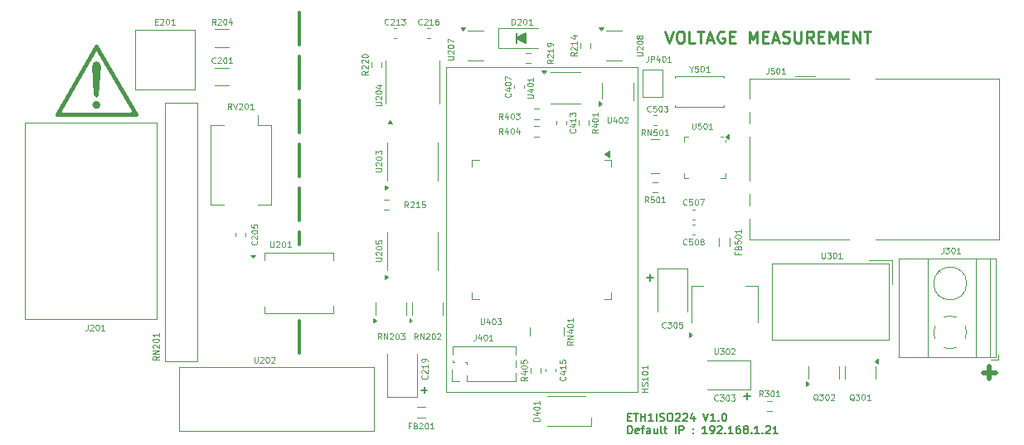
<source format=gbr>
G04 #@! TF.GenerationSoftware,KiCad,Pcbnew,8.0.1*
G04 #@! TF.CreationDate,2024-04-28T13:44:54+02:00*
G04 #@! TF.ProjectId,ETH1ISO224,45544831-4953-44f3-9232-342e6b696361,rev?*
G04 #@! TF.SameCoordinates,Original*
G04 #@! TF.FileFunction,Legend,Top*
G04 #@! TF.FilePolarity,Positive*
%FSLAX46Y46*%
G04 Gerber Fmt 4.6, Leading zero omitted, Abs format (unit mm)*
G04 Created by KiCad (PCBNEW 8.0.1) date 2024-04-28 13:44:54*
%MOMM*%
%LPD*%
G01*
G04 APERTURE LIST*
%ADD10C,0.150000*%
%ADD11C,0.300000*%
%ADD12C,0.500000*%
%ADD13C,0.250000*%
%ADD14C,0.120000*%
%ADD15C,0.100000*%
%ADD16C,0.381000*%
%ADD17C,0.200000*%
%ADD18C,0.450000*%
%ADD19C,0.400000*%
%ADD20C,0.000000*%
G04 APERTURE END LIST*
D10*
X151003000Y-68834000D02*
X151892000Y-68326000D01*
X164592000Y-92964000D02*
X164592000Y-93599000D01*
X151638000Y-68580000D02*
X151638000Y-69088000D01*
D11*
X128778000Y-66167000D02*
X128778000Y-69467000D01*
X128778000Y-70667000D02*
X128778000Y-73967000D01*
X128778000Y-75167000D02*
X128778000Y-78467000D01*
X128778000Y-79667000D02*
X128778000Y-82967000D01*
X128778000Y-84167000D02*
X128778000Y-87467000D01*
X128778000Y-88667000D02*
X128778000Y-89916000D01*
D10*
X151511000Y-68707000D02*
X151511000Y-68961000D01*
X151892000Y-68326000D02*
X151892000Y-69342000D01*
X151511000Y-68961000D02*
X151257000Y-68834000D01*
D12*
X198628000Y-102997000D02*
X199898000Y-102997000D01*
D10*
X174180500Y-105410000D02*
X174815500Y-105410000D01*
X141541500Y-104457500D02*
X141541500Y-105092500D01*
X151003000Y-68326000D02*
X151003000Y-69342000D01*
X151257000Y-68834000D02*
X151638000Y-68580000D01*
X151892000Y-69342000D02*
X151003000Y-68834000D01*
X151384000Y-68834000D02*
X151511000Y-68707000D01*
X164274500Y-93281500D02*
X164909500Y-93281500D01*
X151130000Y-68834000D02*
X151765000Y-68453000D01*
X151638000Y-69088000D02*
X151130000Y-68834000D01*
X141224000Y-104775000D02*
X141859000Y-104775000D01*
D12*
X199263000Y-103632000D02*
X199263000Y-102362000D01*
D10*
X151765000Y-68453000D02*
X151765000Y-69215000D01*
X174498000Y-105092500D02*
X174498000Y-105727500D01*
D11*
X128778000Y-97726500D02*
X128778000Y-101026500D01*
D13*
X166171285Y-68109142D02*
X166571285Y-69309142D01*
X166571285Y-69309142D02*
X166971285Y-68109142D01*
X167599856Y-68109142D02*
X167828428Y-68109142D01*
X167828428Y-68109142D02*
X167942713Y-68166285D01*
X167942713Y-68166285D02*
X168056999Y-68280571D01*
X168056999Y-68280571D02*
X168114142Y-68509142D01*
X168114142Y-68509142D02*
X168114142Y-68909142D01*
X168114142Y-68909142D02*
X168056999Y-69137714D01*
X168056999Y-69137714D02*
X167942713Y-69252000D01*
X167942713Y-69252000D02*
X167828428Y-69309142D01*
X167828428Y-69309142D02*
X167599856Y-69309142D01*
X167599856Y-69309142D02*
X167485571Y-69252000D01*
X167485571Y-69252000D02*
X167371285Y-69137714D01*
X167371285Y-69137714D02*
X167314142Y-68909142D01*
X167314142Y-68909142D02*
X167314142Y-68509142D01*
X167314142Y-68509142D02*
X167371285Y-68280571D01*
X167371285Y-68280571D02*
X167485571Y-68166285D01*
X167485571Y-68166285D02*
X167599856Y-68109142D01*
X169199856Y-69309142D02*
X168628428Y-69309142D01*
X168628428Y-69309142D02*
X168628428Y-68109142D01*
X169428428Y-68109142D02*
X170114143Y-68109142D01*
X169771285Y-69309142D02*
X169771285Y-68109142D01*
X170457000Y-68966285D02*
X171028429Y-68966285D01*
X170342714Y-69309142D02*
X170742714Y-68109142D01*
X170742714Y-68109142D02*
X171142714Y-69309142D01*
X172171285Y-68166285D02*
X172057000Y-68109142D01*
X172057000Y-68109142D02*
X171885571Y-68109142D01*
X171885571Y-68109142D02*
X171714142Y-68166285D01*
X171714142Y-68166285D02*
X171599857Y-68280571D01*
X171599857Y-68280571D02*
X171542714Y-68394857D01*
X171542714Y-68394857D02*
X171485571Y-68623428D01*
X171485571Y-68623428D02*
X171485571Y-68794857D01*
X171485571Y-68794857D02*
X171542714Y-69023428D01*
X171542714Y-69023428D02*
X171599857Y-69137714D01*
X171599857Y-69137714D02*
X171714142Y-69252000D01*
X171714142Y-69252000D02*
X171885571Y-69309142D01*
X171885571Y-69309142D02*
X171999857Y-69309142D01*
X171999857Y-69309142D02*
X172171285Y-69252000D01*
X172171285Y-69252000D02*
X172228428Y-69194857D01*
X172228428Y-69194857D02*
X172228428Y-68794857D01*
X172228428Y-68794857D02*
X171999857Y-68794857D01*
X172742714Y-68680571D02*
X173142714Y-68680571D01*
X173314142Y-69309142D02*
X172742714Y-69309142D01*
X172742714Y-69309142D02*
X172742714Y-68109142D01*
X172742714Y-68109142D02*
X173314142Y-68109142D01*
X174742714Y-69309142D02*
X174742714Y-68109142D01*
X174742714Y-68109142D02*
X175142714Y-68966285D01*
X175142714Y-68966285D02*
X175542714Y-68109142D01*
X175542714Y-68109142D02*
X175542714Y-69309142D01*
X176114143Y-68680571D02*
X176514143Y-68680571D01*
X176685571Y-69309142D02*
X176114143Y-69309142D01*
X176114143Y-69309142D02*
X176114143Y-68109142D01*
X176114143Y-68109142D02*
X176685571Y-68109142D01*
X177142714Y-68966285D02*
X177714143Y-68966285D01*
X177028428Y-69309142D02*
X177428428Y-68109142D01*
X177428428Y-68109142D02*
X177828428Y-69309142D01*
X178171285Y-69252000D02*
X178342714Y-69309142D01*
X178342714Y-69309142D02*
X178628428Y-69309142D01*
X178628428Y-69309142D02*
X178742714Y-69252000D01*
X178742714Y-69252000D02*
X178799856Y-69194857D01*
X178799856Y-69194857D02*
X178856999Y-69080571D01*
X178856999Y-69080571D02*
X178856999Y-68966285D01*
X178856999Y-68966285D02*
X178799856Y-68852000D01*
X178799856Y-68852000D02*
X178742714Y-68794857D01*
X178742714Y-68794857D02*
X178628428Y-68737714D01*
X178628428Y-68737714D02*
X178399856Y-68680571D01*
X178399856Y-68680571D02*
X178285571Y-68623428D01*
X178285571Y-68623428D02*
X178228428Y-68566285D01*
X178228428Y-68566285D02*
X178171285Y-68452000D01*
X178171285Y-68452000D02*
X178171285Y-68337714D01*
X178171285Y-68337714D02*
X178228428Y-68223428D01*
X178228428Y-68223428D02*
X178285571Y-68166285D01*
X178285571Y-68166285D02*
X178399856Y-68109142D01*
X178399856Y-68109142D02*
X178685571Y-68109142D01*
X178685571Y-68109142D02*
X178856999Y-68166285D01*
X179371285Y-68109142D02*
X179371285Y-69080571D01*
X179371285Y-69080571D02*
X179428428Y-69194857D01*
X179428428Y-69194857D02*
X179485571Y-69252000D01*
X179485571Y-69252000D02*
X179599856Y-69309142D01*
X179599856Y-69309142D02*
X179828428Y-69309142D01*
X179828428Y-69309142D02*
X179942713Y-69252000D01*
X179942713Y-69252000D02*
X179999856Y-69194857D01*
X179999856Y-69194857D02*
X180056999Y-69080571D01*
X180056999Y-69080571D02*
X180056999Y-68109142D01*
X181314142Y-69309142D02*
X180914142Y-68737714D01*
X180628428Y-69309142D02*
X180628428Y-68109142D01*
X180628428Y-68109142D02*
X181085571Y-68109142D01*
X181085571Y-68109142D02*
X181199856Y-68166285D01*
X181199856Y-68166285D02*
X181256999Y-68223428D01*
X181256999Y-68223428D02*
X181314142Y-68337714D01*
X181314142Y-68337714D02*
X181314142Y-68509142D01*
X181314142Y-68509142D02*
X181256999Y-68623428D01*
X181256999Y-68623428D02*
X181199856Y-68680571D01*
X181199856Y-68680571D02*
X181085571Y-68737714D01*
X181085571Y-68737714D02*
X180628428Y-68737714D01*
X181828428Y-68680571D02*
X182228428Y-68680571D01*
X182399856Y-69309142D02*
X181828428Y-69309142D01*
X181828428Y-69309142D02*
X181828428Y-68109142D01*
X181828428Y-68109142D02*
X182399856Y-68109142D01*
X182914142Y-69309142D02*
X182914142Y-68109142D01*
X182914142Y-68109142D02*
X183314142Y-68966285D01*
X183314142Y-68966285D02*
X183714142Y-68109142D01*
X183714142Y-68109142D02*
X183714142Y-69309142D01*
X184285571Y-68680571D02*
X184685571Y-68680571D01*
X184856999Y-69309142D02*
X184285571Y-69309142D01*
X184285571Y-69309142D02*
X184285571Y-68109142D01*
X184285571Y-68109142D02*
X184856999Y-68109142D01*
X185371285Y-69309142D02*
X185371285Y-68109142D01*
X185371285Y-68109142D02*
X186056999Y-69309142D01*
X186056999Y-69309142D02*
X186056999Y-68109142D01*
X186456999Y-68109142D02*
X187142714Y-68109142D01*
X186799856Y-69309142D02*
X186799856Y-68109142D01*
D10*
X162341160Y-107534292D02*
X162607826Y-107534292D01*
X162722112Y-107953340D02*
X162341160Y-107953340D01*
X162341160Y-107953340D02*
X162341160Y-107153340D01*
X162341160Y-107153340D02*
X162722112Y-107153340D01*
X162950684Y-107153340D02*
X163407827Y-107153340D01*
X163179255Y-107953340D02*
X163179255Y-107153340D01*
X163674494Y-107953340D02*
X163674494Y-107153340D01*
X163674494Y-107534292D02*
X164131637Y-107534292D01*
X164131637Y-107953340D02*
X164131637Y-107153340D01*
X164931636Y-107953340D02*
X164474493Y-107953340D01*
X164703065Y-107953340D02*
X164703065Y-107153340D01*
X164703065Y-107153340D02*
X164626874Y-107267625D01*
X164626874Y-107267625D02*
X164550684Y-107343816D01*
X164550684Y-107343816D02*
X164474493Y-107381911D01*
X165274494Y-107953340D02*
X165274494Y-107153340D01*
X165617350Y-107915245D02*
X165731636Y-107953340D01*
X165731636Y-107953340D02*
X165922112Y-107953340D01*
X165922112Y-107953340D02*
X165998303Y-107915245D01*
X165998303Y-107915245D02*
X166036398Y-107877149D01*
X166036398Y-107877149D02*
X166074493Y-107800959D01*
X166074493Y-107800959D02*
X166074493Y-107724768D01*
X166074493Y-107724768D02*
X166036398Y-107648578D01*
X166036398Y-107648578D02*
X165998303Y-107610483D01*
X165998303Y-107610483D02*
X165922112Y-107572387D01*
X165922112Y-107572387D02*
X165769731Y-107534292D01*
X165769731Y-107534292D02*
X165693541Y-107496197D01*
X165693541Y-107496197D02*
X165655446Y-107458102D01*
X165655446Y-107458102D02*
X165617350Y-107381911D01*
X165617350Y-107381911D02*
X165617350Y-107305721D01*
X165617350Y-107305721D02*
X165655446Y-107229530D01*
X165655446Y-107229530D02*
X165693541Y-107191435D01*
X165693541Y-107191435D02*
X165769731Y-107153340D01*
X165769731Y-107153340D02*
X165960208Y-107153340D01*
X165960208Y-107153340D02*
X166074493Y-107191435D01*
X166569732Y-107153340D02*
X166722113Y-107153340D01*
X166722113Y-107153340D02*
X166798303Y-107191435D01*
X166798303Y-107191435D02*
X166874494Y-107267625D01*
X166874494Y-107267625D02*
X166912589Y-107420006D01*
X166912589Y-107420006D02*
X166912589Y-107686673D01*
X166912589Y-107686673D02*
X166874494Y-107839054D01*
X166874494Y-107839054D02*
X166798303Y-107915245D01*
X166798303Y-107915245D02*
X166722113Y-107953340D01*
X166722113Y-107953340D02*
X166569732Y-107953340D01*
X166569732Y-107953340D02*
X166493541Y-107915245D01*
X166493541Y-107915245D02*
X166417351Y-107839054D01*
X166417351Y-107839054D02*
X166379255Y-107686673D01*
X166379255Y-107686673D02*
X166379255Y-107420006D01*
X166379255Y-107420006D02*
X166417351Y-107267625D01*
X166417351Y-107267625D02*
X166493541Y-107191435D01*
X166493541Y-107191435D02*
X166569732Y-107153340D01*
X167217350Y-107229530D02*
X167255446Y-107191435D01*
X167255446Y-107191435D02*
X167331636Y-107153340D01*
X167331636Y-107153340D02*
X167522112Y-107153340D01*
X167522112Y-107153340D02*
X167598303Y-107191435D01*
X167598303Y-107191435D02*
X167636398Y-107229530D01*
X167636398Y-107229530D02*
X167674493Y-107305721D01*
X167674493Y-107305721D02*
X167674493Y-107381911D01*
X167674493Y-107381911D02*
X167636398Y-107496197D01*
X167636398Y-107496197D02*
X167179255Y-107953340D01*
X167179255Y-107953340D02*
X167674493Y-107953340D01*
X167979255Y-107229530D02*
X168017351Y-107191435D01*
X168017351Y-107191435D02*
X168093541Y-107153340D01*
X168093541Y-107153340D02*
X168284017Y-107153340D01*
X168284017Y-107153340D02*
X168360208Y-107191435D01*
X168360208Y-107191435D02*
X168398303Y-107229530D01*
X168398303Y-107229530D02*
X168436398Y-107305721D01*
X168436398Y-107305721D02*
X168436398Y-107381911D01*
X168436398Y-107381911D02*
X168398303Y-107496197D01*
X168398303Y-107496197D02*
X167941160Y-107953340D01*
X167941160Y-107953340D02*
X168436398Y-107953340D01*
X169122113Y-107420006D02*
X169122113Y-107953340D01*
X168931637Y-107115245D02*
X168741160Y-107686673D01*
X168741160Y-107686673D02*
X169236399Y-107686673D01*
X170036399Y-107153340D02*
X170303066Y-107953340D01*
X170303066Y-107953340D02*
X170569732Y-107153340D01*
X171255446Y-107953340D02*
X170798303Y-107953340D01*
X171026875Y-107953340D02*
X171026875Y-107153340D01*
X171026875Y-107153340D02*
X170950684Y-107267625D01*
X170950684Y-107267625D02*
X170874494Y-107343816D01*
X170874494Y-107343816D02*
X170798303Y-107381911D01*
X171598304Y-107877149D02*
X171636399Y-107915245D01*
X171636399Y-107915245D02*
X171598304Y-107953340D01*
X171598304Y-107953340D02*
X171560208Y-107915245D01*
X171560208Y-107915245D02*
X171598304Y-107877149D01*
X171598304Y-107877149D02*
X171598304Y-107953340D01*
X172131637Y-107153340D02*
X172207827Y-107153340D01*
X172207827Y-107153340D02*
X172284018Y-107191435D01*
X172284018Y-107191435D02*
X172322113Y-107229530D01*
X172322113Y-107229530D02*
X172360208Y-107305721D01*
X172360208Y-107305721D02*
X172398303Y-107458102D01*
X172398303Y-107458102D02*
X172398303Y-107648578D01*
X172398303Y-107648578D02*
X172360208Y-107800959D01*
X172360208Y-107800959D02*
X172322113Y-107877149D01*
X172322113Y-107877149D02*
X172284018Y-107915245D01*
X172284018Y-107915245D02*
X172207827Y-107953340D01*
X172207827Y-107953340D02*
X172131637Y-107953340D01*
X172131637Y-107953340D02*
X172055446Y-107915245D01*
X172055446Y-107915245D02*
X172017351Y-107877149D01*
X172017351Y-107877149D02*
X171979256Y-107800959D01*
X171979256Y-107800959D02*
X171941160Y-107648578D01*
X171941160Y-107648578D02*
X171941160Y-107458102D01*
X171941160Y-107458102D02*
X171979256Y-107305721D01*
X171979256Y-107305721D02*
X172017351Y-107229530D01*
X172017351Y-107229530D02*
X172055446Y-107191435D01*
X172055446Y-107191435D02*
X172131637Y-107153340D01*
X162341160Y-109241295D02*
X162341160Y-108441295D01*
X162341160Y-108441295D02*
X162531636Y-108441295D01*
X162531636Y-108441295D02*
X162645922Y-108479390D01*
X162645922Y-108479390D02*
X162722112Y-108555580D01*
X162722112Y-108555580D02*
X162760207Y-108631771D01*
X162760207Y-108631771D02*
X162798303Y-108784152D01*
X162798303Y-108784152D02*
X162798303Y-108898438D01*
X162798303Y-108898438D02*
X162760207Y-109050819D01*
X162760207Y-109050819D02*
X162722112Y-109127009D01*
X162722112Y-109127009D02*
X162645922Y-109203200D01*
X162645922Y-109203200D02*
X162531636Y-109241295D01*
X162531636Y-109241295D02*
X162341160Y-109241295D01*
X163445922Y-109203200D02*
X163369731Y-109241295D01*
X163369731Y-109241295D02*
X163217350Y-109241295D01*
X163217350Y-109241295D02*
X163141160Y-109203200D01*
X163141160Y-109203200D02*
X163103064Y-109127009D01*
X163103064Y-109127009D02*
X163103064Y-108822247D01*
X163103064Y-108822247D02*
X163141160Y-108746057D01*
X163141160Y-108746057D02*
X163217350Y-108707961D01*
X163217350Y-108707961D02*
X163369731Y-108707961D01*
X163369731Y-108707961D02*
X163445922Y-108746057D01*
X163445922Y-108746057D02*
X163484017Y-108822247D01*
X163484017Y-108822247D02*
X163484017Y-108898438D01*
X163484017Y-108898438D02*
X163103064Y-108974628D01*
X163712588Y-108707961D02*
X164017350Y-108707961D01*
X163826874Y-109241295D02*
X163826874Y-108555580D01*
X163826874Y-108555580D02*
X163864969Y-108479390D01*
X163864969Y-108479390D02*
X163941159Y-108441295D01*
X163941159Y-108441295D02*
X164017350Y-108441295D01*
X164626874Y-109241295D02*
X164626874Y-108822247D01*
X164626874Y-108822247D02*
X164588779Y-108746057D01*
X164588779Y-108746057D02*
X164512588Y-108707961D01*
X164512588Y-108707961D02*
X164360207Y-108707961D01*
X164360207Y-108707961D02*
X164284017Y-108746057D01*
X164626874Y-109203200D02*
X164550683Y-109241295D01*
X164550683Y-109241295D02*
X164360207Y-109241295D01*
X164360207Y-109241295D02*
X164284017Y-109203200D01*
X164284017Y-109203200D02*
X164245921Y-109127009D01*
X164245921Y-109127009D02*
X164245921Y-109050819D01*
X164245921Y-109050819D02*
X164284017Y-108974628D01*
X164284017Y-108974628D02*
X164360207Y-108936533D01*
X164360207Y-108936533D02*
X164550683Y-108936533D01*
X164550683Y-108936533D02*
X164626874Y-108898438D01*
X165350684Y-108707961D02*
X165350684Y-109241295D01*
X165007827Y-108707961D02*
X165007827Y-109127009D01*
X165007827Y-109127009D02*
X165045922Y-109203200D01*
X165045922Y-109203200D02*
X165122112Y-109241295D01*
X165122112Y-109241295D02*
X165236398Y-109241295D01*
X165236398Y-109241295D02*
X165312589Y-109203200D01*
X165312589Y-109203200D02*
X165350684Y-109165104D01*
X165845922Y-109241295D02*
X165769732Y-109203200D01*
X165769732Y-109203200D02*
X165731637Y-109127009D01*
X165731637Y-109127009D02*
X165731637Y-108441295D01*
X166036399Y-108707961D02*
X166341161Y-108707961D01*
X166150685Y-108441295D02*
X166150685Y-109127009D01*
X166150685Y-109127009D02*
X166188780Y-109203200D01*
X166188780Y-109203200D02*
X166264970Y-109241295D01*
X166264970Y-109241295D02*
X166341161Y-109241295D01*
X167217352Y-109241295D02*
X167217352Y-108441295D01*
X167598304Y-109241295D02*
X167598304Y-108441295D01*
X167598304Y-108441295D02*
X167903066Y-108441295D01*
X167903066Y-108441295D02*
X167979256Y-108479390D01*
X167979256Y-108479390D02*
X168017351Y-108517485D01*
X168017351Y-108517485D02*
X168055447Y-108593676D01*
X168055447Y-108593676D02*
X168055447Y-108707961D01*
X168055447Y-108707961D02*
X168017351Y-108784152D01*
X168017351Y-108784152D02*
X167979256Y-108822247D01*
X167979256Y-108822247D02*
X167903066Y-108860342D01*
X167903066Y-108860342D02*
X167598304Y-108860342D01*
X169007828Y-109165104D02*
X169045923Y-109203200D01*
X169045923Y-109203200D02*
X169007828Y-109241295D01*
X169007828Y-109241295D02*
X168969732Y-109203200D01*
X168969732Y-109203200D02*
X169007828Y-109165104D01*
X169007828Y-109165104D02*
X169007828Y-109241295D01*
X169007828Y-108746057D02*
X169045923Y-108784152D01*
X169045923Y-108784152D02*
X169007828Y-108822247D01*
X169007828Y-108822247D02*
X168969732Y-108784152D01*
X168969732Y-108784152D02*
X169007828Y-108746057D01*
X169007828Y-108746057D02*
X169007828Y-108822247D01*
X170417351Y-109241295D02*
X169960208Y-109241295D01*
X170188780Y-109241295D02*
X170188780Y-108441295D01*
X170188780Y-108441295D02*
X170112589Y-108555580D01*
X170112589Y-108555580D02*
X170036399Y-108631771D01*
X170036399Y-108631771D02*
X169960208Y-108669866D01*
X170798304Y-109241295D02*
X170950685Y-109241295D01*
X170950685Y-109241295D02*
X171026875Y-109203200D01*
X171026875Y-109203200D02*
X171064971Y-109165104D01*
X171064971Y-109165104D02*
X171141161Y-109050819D01*
X171141161Y-109050819D02*
X171179256Y-108898438D01*
X171179256Y-108898438D02*
X171179256Y-108593676D01*
X171179256Y-108593676D02*
X171141161Y-108517485D01*
X171141161Y-108517485D02*
X171103066Y-108479390D01*
X171103066Y-108479390D02*
X171026875Y-108441295D01*
X171026875Y-108441295D02*
X170874494Y-108441295D01*
X170874494Y-108441295D02*
X170798304Y-108479390D01*
X170798304Y-108479390D02*
X170760209Y-108517485D01*
X170760209Y-108517485D02*
X170722113Y-108593676D01*
X170722113Y-108593676D02*
X170722113Y-108784152D01*
X170722113Y-108784152D02*
X170760209Y-108860342D01*
X170760209Y-108860342D02*
X170798304Y-108898438D01*
X170798304Y-108898438D02*
X170874494Y-108936533D01*
X170874494Y-108936533D02*
X171026875Y-108936533D01*
X171026875Y-108936533D02*
X171103066Y-108898438D01*
X171103066Y-108898438D02*
X171141161Y-108860342D01*
X171141161Y-108860342D02*
X171179256Y-108784152D01*
X171484018Y-108517485D02*
X171522114Y-108479390D01*
X171522114Y-108479390D02*
X171598304Y-108441295D01*
X171598304Y-108441295D02*
X171788780Y-108441295D01*
X171788780Y-108441295D02*
X171864971Y-108479390D01*
X171864971Y-108479390D02*
X171903066Y-108517485D01*
X171903066Y-108517485D02*
X171941161Y-108593676D01*
X171941161Y-108593676D02*
X171941161Y-108669866D01*
X171941161Y-108669866D02*
X171903066Y-108784152D01*
X171903066Y-108784152D02*
X171445923Y-109241295D01*
X171445923Y-109241295D02*
X171941161Y-109241295D01*
X172284019Y-109165104D02*
X172322114Y-109203200D01*
X172322114Y-109203200D02*
X172284019Y-109241295D01*
X172284019Y-109241295D02*
X172245923Y-109203200D01*
X172245923Y-109203200D02*
X172284019Y-109165104D01*
X172284019Y-109165104D02*
X172284019Y-109241295D01*
X173084018Y-109241295D02*
X172626875Y-109241295D01*
X172855447Y-109241295D02*
X172855447Y-108441295D01*
X172855447Y-108441295D02*
X172779256Y-108555580D01*
X172779256Y-108555580D02*
X172703066Y-108631771D01*
X172703066Y-108631771D02*
X172626875Y-108669866D01*
X173769733Y-108441295D02*
X173617352Y-108441295D01*
X173617352Y-108441295D02*
X173541161Y-108479390D01*
X173541161Y-108479390D02*
X173503066Y-108517485D01*
X173503066Y-108517485D02*
X173426876Y-108631771D01*
X173426876Y-108631771D02*
X173388780Y-108784152D01*
X173388780Y-108784152D02*
X173388780Y-109088914D01*
X173388780Y-109088914D02*
X173426876Y-109165104D01*
X173426876Y-109165104D02*
X173464971Y-109203200D01*
X173464971Y-109203200D02*
X173541161Y-109241295D01*
X173541161Y-109241295D02*
X173693542Y-109241295D01*
X173693542Y-109241295D02*
X173769733Y-109203200D01*
X173769733Y-109203200D02*
X173807828Y-109165104D01*
X173807828Y-109165104D02*
X173845923Y-109088914D01*
X173845923Y-109088914D02*
X173845923Y-108898438D01*
X173845923Y-108898438D02*
X173807828Y-108822247D01*
X173807828Y-108822247D02*
X173769733Y-108784152D01*
X173769733Y-108784152D02*
X173693542Y-108746057D01*
X173693542Y-108746057D02*
X173541161Y-108746057D01*
X173541161Y-108746057D02*
X173464971Y-108784152D01*
X173464971Y-108784152D02*
X173426876Y-108822247D01*
X173426876Y-108822247D02*
X173388780Y-108898438D01*
X174303066Y-108784152D02*
X174226876Y-108746057D01*
X174226876Y-108746057D02*
X174188781Y-108707961D01*
X174188781Y-108707961D02*
X174150685Y-108631771D01*
X174150685Y-108631771D02*
X174150685Y-108593676D01*
X174150685Y-108593676D02*
X174188781Y-108517485D01*
X174188781Y-108517485D02*
X174226876Y-108479390D01*
X174226876Y-108479390D02*
X174303066Y-108441295D01*
X174303066Y-108441295D02*
X174455447Y-108441295D01*
X174455447Y-108441295D02*
X174531638Y-108479390D01*
X174531638Y-108479390D02*
X174569733Y-108517485D01*
X174569733Y-108517485D02*
X174607828Y-108593676D01*
X174607828Y-108593676D02*
X174607828Y-108631771D01*
X174607828Y-108631771D02*
X174569733Y-108707961D01*
X174569733Y-108707961D02*
X174531638Y-108746057D01*
X174531638Y-108746057D02*
X174455447Y-108784152D01*
X174455447Y-108784152D02*
X174303066Y-108784152D01*
X174303066Y-108784152D02*
X174226876Y-108822247D01*
X174226876Y-108822247D02*
X174188781Y-108860342D01*
X174188781Y-108860342D02*
X174150685Y-108936533D01*
X174150685Y-108936533D02*
X174150685Y-109088914D01*
X174150685Y-109088914D02*
X174188781Y-109165104D01*
X174188781Y-109165104D02*
X174226876Y-109203200D01*
X174226876Y-109203200D02*
X174303066Y-109241295D01*
X174303066Y-109241295D02*
X174455447Y-109241295D01*
X174455447Y-109241295D02*
X174531638Y-109203200D01*
X174531638Y-109203200D02*
X174569733Y-109165104D01*
X174569733Y-109165104D02*
X174607828Y-109088914D01*
X174607828Y-109088914D02*
X174607828Y-108936533D01*
X174607828Y-108936533D02*
X174569733Y-108860342D01*
X174569733Y-108860342D02*
X174531638Y-108822247D01*
X174531638Y-108822247D02*
X174455447Y-108784152D01*
X174950686Y-109165104D02*
X174988781Y-109203200D01*
X174988781Y-109203200D02*
X174950686Y-109241295D01*
X174950686Y-109241295D02*
X174912590Y-109203200D01*
X174912590Y-109203200D02*
X174950686Y-109165104D01*
X174950686Y-109165104D02*
X174950686Y-109241295D01*
X175750685Y-109241295D02*
X175293542Y-109241295D01*
X175522114Y-109241295D02*
X175522114Y-108441295D01*
X175522114Y-108441295D02*
X175445923Y-108555580D01*
X175445923Y-108555580D02*
X175369733Y-108631771D01*
X175369733Y-108631771D02*
X175293542Y-108669866D01*
X176093543Y-109165104D02*
X176131638Y-109203200D01*
X176131638Y-109203200D02*
X176093543Y-109241295D01*
X176093543Y-109241295D02*
X176055447Y-109203200D01*
X176055447Y-109203200D02*
X176093543Y-109165104D01*
X176093543Y-109165104D02*
X176093543Y-109241295D01*
X176436399Y-108517485D02*
X176474495Y-108479390D01*
X176474495Y-108479390D02*
X176550685Y-108441295D01*
X176550685Y-108441295D02*
X176741161Y-108441295D01*
X176741161Y-108441295D02*
X176817352Y-108479390D01*
X176817352Y-108479390D02*
X176855447Y-108517485D01*
X176855447Y-108517485D02*
X176893542Y-108593676D01*
X176893542Y-108593676D02*
X176893542Y-108669866D01*
X176893542Y-108669866D02*
X176855447Y-108784152D01*
X176855447Y-108784152D02*
X176398304Y-109241295D01*
X176398304Y-109241295D02*
X176893542Y-109241295D01*
X177655447Y-109241295D02*
X177198304Y-109241295D01*
X177426876Y-109241295D02*
X177426876Y-108441295D01*
X177426876Y-108441295D02*
X177350685Y-108555580D01*
X177350685Y-108555580D02*
X177274495Y-108631771D01*
X177274495Y-108631771D02*
X177198304Y-108669866D01*
D14*
X163247331Y-70624571D02*
X163733045Y-70624571D01*
X163733045Y-70624571D02*
X163790188Y-70596000D01*
X163790188Y-70596000D02*
X163818760Y-70567429D01*
X163818760Y-70567429D02*
X163847331Y-70510286D01*
X163847331Y-70510286D02*
X163847331Y-70396000D01*
X163847331Y-70396000D02*
X163818760Y-70338857D01*
X163818760Y-70338857D02*
X163790188Y-70310286D01*
X163790188Y-70310286D02*
X163733045Y-70281714D01*
X163733045Y-70281714D02*
X163247331Y-70281714D01*
X163304474Y-70024572D02*
X163275902Y-69996000D01*
X163275902Y-69996000D02*
X163247331Y-69938858D01*
X163247331Y-69938858D02*
X163247331Y-69796000D01*
X163247331Y-69796000D02*
X163275902Y-69738858D01*
X163275902Y-69738858D02*
X163304474Y-69710286D01*
X163304474Y-69710286D02*
X163361617Y-69681715D01*
X163361617Y-69681715D02*
X163418760Y-69681715D01*
X163418760Y-69681715D02*
X163504474Y-69710286D01*
X163504474Y-69710286D02*
X163847331Y-70053143D01*
X163847331Y-70053143D02*
X163847331Y-69681715D01*
X163247331Y-69310286D02*
X163247331Y-69253143D01*
X163247331Y-69253143D02*
X163275902Y-69196000D01*
X163275902Y-69196000D02*
X163304474Y-69167429D01*
X163304474Y-69167429D02*
X163361617Y-69138857D01*
X163361617Y-69138857D02*
X163475902Y-69110286D01*
X163475902Y-69110286D02*
X163618760Y-69110286D01*
X163618760Y-69110286D02*
X163733045Y-69138857D01*
X163733045Y-69138857D02*
X163790188Y-69167429D01*
X163790188Y-69167429D02*
X163818760Y-69196000D01*
X163818760Y-69196000D02*
X163847331Y-69253143D01*
X163847331Y-69253143D02*
X163847331Y-69310286D01*
X163847331Y-69310286D02*
X163818760Y-69367429D01*
X163818760Y-69367429D02*
X163790188Y-69396000D01*
X163790188Y-69396000D02*
X163733045Y-69424571D01*
X163733045Y-69424571D02*
X163618760Y-69453143D01*
X163618760Y-69453143D02*
X163475902Y-69453143D01*
X163475902Y-69453143D02*
X163361617Y-69424571D01*
X163361617Y-69424571D02*
X163304474Y-69396000D01*
X163304474Y-69396000D02*
X163275902Y-69367429D01*
X163275902Y-69367429D02*
X163247331Y-69310286D01*
X163504474Y-68767428D02*
X163475902Y-68824571D01*
X163475902Y-68824571D02*
X163447331Y-68853142D01*
X163447331Y-68853142D02*
X163390188Y-68881714D01*
X163390188Y-68881714D02*
X163361617Y-68881714D01*
X163361617Y-68881714D02*
X163304474Y-68853142D01*
X163304474Y-68853142D02*
X163275902Y-68824571D01*
X163275902Y-68824571D02*
X163247331Y-68767428D01*
X163247331Y-68767428D02*
X163247331Y-68653142D01*
X163247331Y-68653142D02*
X163275902Y-68596000D01*
X163275902Y-68596000D02*
X163304474Y-68567428D01*
X163304474Y-68567428D02*
X163361617Y-68538857D01*
X163361617Y-68538857D02*
X163390188Y-68538857D01*
X163390188Y-68538857D02*
X163447331Y-68567428D01*
X163447331Y-68567428D02*
X163475902Y-68596000D01*
X163475902Y-68596000D02*
X163504474Y-68653142D01*
X163504474Y-68653142D02*
X163504474Y-68767428D01*
X163504474Y-68767428D02*
X163533045Y-68824571D01*
X163533045Y-68824571D02*
X163561617Y-68853142D01*
X163561617Y-68853142D02*
X163618760Y-68881714D01*
X163618760Y-68881714D02*
X163733045Y-68881714D01*
X163733045Y-68881714D02*
X163790188Y-68853142D01*
X163790188Y-68853142D02*
X163818760Y-68824571D01*
X163818760Y-68824571D02*
X163847331Y-68767428D01*
X163847331Y-68767428D02*
X163847331Y-68653142D01*
X163847331Y-68653142D02*
X163818760Y-68596000D01*
X163818760Y-68596000D02*
X163790188Y-68567428D01*
X163790188Y-68567428D02*
X163733045Y-68538857D01*
X163733045Y-68538857D02*
X163618760Y-68538857D01*
X163618760Y-68538857D02*
X163561617Y-68567428D01*
X163561617Y-68567428D02*
X163533045Y-68596000D01*
X163533045Y-68596000D02*
X163504474Y-68653142D01*
X157116331Y-70267428D02*
X156830617Y-70467428D01*
X157116331Y-70610285D02*
X156516331Y-70610285D01*
X156516331Y-70610285D02*
X156516331Y-70381714D01*
X156516331Y-70381714D02*
X156544902Y-70324571D01*
X156544902Y-70324571D02*
X156573474Y-70296000D01*
X156573474Y-70296000D02*
X156630617Y-70267428D01*
X156630617Y-70267428D02*
X156716331Y-70267428D01*
X156716331Y-70267428D02*
X156773474Y-70296000D01*
X156773474Y-70296000D02*
X156802045Y-70324571D01*
X156802045Y-70324571D02*
X156830617Y-70381714D01*
X156830617Y-70381714D02*
X156830617Y-70610285D01*
X156573474Y-70038857D02*
X156544902Y-70010285D01*
X156544902Y-70010285D02*
X156516331Y-69953143D01*
X156516331Y-69953143D02*
X156516331Y-69810285D01*
X156516331Y-69810285D02*
X156544902Y-69753143D01*
X156544902Y-69753143D02*
X156573474Y-69724571D01*
X156573474Y-69724571D02*
X156630617Y-69696000D01*
X156630617Y-69696000D02*
X156687760Y-69696000D01*
X156687760Y-69696000D02*
X156773474Y-69724571D01*
X156773474Y-69724571D02*
X157116331Y-70067428D01*
X157116331Y-70067428D02*
X157116331Y-69696000D01*
X157116331Y-69124571D02*
X157116331Y-69467428D01*
X157116331Y-69295999D02*
X156516331Y-69295999D01*
X156516331Y-69295999D02*
X156602045Y-69353142D01*
X156602045Y-69353142D02*
X156659188Y-69410285D01*
X156659188Y-69410285D02*
X156687760Y-69467428D01*
X156716331Y-68610285D02*
X157116331Y-68610285D01*
X156487760Y-68753142D02*
X156916331Y-68895999D01*
X156916331Y-68895999D02*
X156916331Y-68524570D01*
X156735331Y-99791714D02*
X156449617Y-99991714D01*
X156735331Y-100134571D02*
X156135331Y-100134571D01*
X156135331Y-100134571D02*
X156135331Y-99906000D01*
X156135331Y-99906000D02*
X156163902Y-99848857D01*
X156163902Y-99848857D02*
X156192474Y-99820286D01*
X156192474Y-99820286D02*
X156249617Y-99791714D01*
X156249617Y-99791714D02*
X156335331Y-99791714D01*
X156335331Y-99791714D02*
X156392474Y-99820286D01*
X156392474Y-99820286D02*
X156421045Y-99848857D01*
X156421045Y-99848857D02*
X156449617Y-99906000D01*
X156449617Y-99906000D02*
X156449617Y-100134571D01*
X156735331Y-99534571D02*
X156135331Y-99534571D01*
X156135331Y-99534571D02*
X156735331Y-99191714D01*
X156735331Y-99191714D02*
X156135331Y-99191714D01*
X156335331Y-98648858D02*
X156735331Y-98648858D01*
X156106760Y-98791715D02*
X156535331Y-98934572D01*
X156535331Y-98934572D02*
X156535331Y-98563143D01*
X156135331Y-98220286D02*
X156135331Y-98163143D01*
X156135331Y-98163143D02*
X156163902Y-98106000D01*
X156163902Y-98106000D02*
X156192474Y-98077429D01*
X156192474Y-98077429D02*
X156249617Y-98048857D01*
X156249617Y-98048857D02*
X156363902Y-98020286D01*
X156363902Y-98020286D02*
X156506760Y-98020286D01*
X156506760Y-98020286D02*
X156621045Y-98048857D01*
X156621045Y-98048857D02*
X156678188Y-98077429D01*
X156678188Y-98077429D02*
X156706760Y-98106000D01*
X156706760Y-98106000D02*
X156735331Y-98163143D01*
X156735331Y-98163143D02*
X156735331Y-98220286D01*
X156735331Y-98220286D02*
X156706760Y-98277429D01*
X156706760Y-98277429D02*
X156678188Y-98306000D01*
X156678188Y-98306000D02*
X156621045Y-98334571D01*
X156621045Y-98334571D02*
X156506760Y-98363143D01*
X156506760Y-98363143D02*
X156363902Y-98363143D01*
X156363902Y-98363143D02*
X156249617Y-98334571D01*
X156249617Y-98334571D02*
X156192474Y-98306000D01*
X156192474Y-98306000D02*
X156163902Y-98277429D01*
X156163902Y-98277429D02*
X156135331Y-98220286D01*
X156735331Y-97448857D02*
X156735331Y-97791714D01*
X156735331Y-97620285D02*
X156135331Y-97620285D01*
X156135331Y-97620285D02*
X156221045Y-97677428D01*
X156221045Y-97677428D02*
X156278188Y-97734571D01*
X156278188Y-97734571D02*
X156306760Y-97791714D01*
X164114285Y-78757331D02*
X163914285Y-78471617D01*
X163771428Y-78757331D02*
X163771428Y-78157331D01*
X163771428Y-78157331D02*
X163999999Y-78157331D01*
X163999999Y-78157331D02*
X164057142Y-78185902D01*
X164057142Y-78185902D02*
X164085713Y-78214474D01*
X164085713Y-78214474D02*
X164114285Y-78271617D01*
X164114285Y-78271617D02*
X164114285Y-78357331D01*
X164114285Y-78357331D02*
X164085713Y-78414474D01*
X164085713Y-78414474D02*
X164057142Y-78443045D01*
X164057142Y-78443045D02*
X163999999Y-78471617D01*
X163999999Y-78471617D02*
X163771428Y-78471617D01*
X164371428Y-78757331D02*
X164371428Y-78157331D01*
X164371428Y-78157331D02*
X164714285Y-78757331D01*
X164714285Y-78757331D02*
X164714285Y-78157331D01*
X165285713Y-78157331D02*
X164999999Y-78157331D01*
X164999999Y-78157331D02*
X164971427Y-78443045D01*
X164971427Y-78443045D02*
X164999999Y-78414474D01*
X164999999Y-78414474D02*
X165057142Y-78385902D01*
X165057142Y-78385902D02*
X165199999Y-78385902D01*
X165199999Y-78385902D02*
X165257142Y-78414474D01*
X165257142Y-78414474D02*
X165285713Y-78443045D01*
X165285713Y-78443045D02*
X165314284Y-78500188D01*
X165314284Y-78500188D02*
X165314284Y-78643045D01*
X165314284Y-78643045D02*
X165285713Y-78700188D01*
X165285713Y-78700188D02*
X165257142Y-78728760D01*
X165257142Y-78728760D02*
X165199999Y-78757331D01*
X165199999Y-78757331D02*
X165057142Y-78757331D01*
X165057142Y-78757331D02*
X164999999Y-78728760D01*
X164999999Y-78728760D02*
X164971427Y-78700188D01*
X165685713Y-78157331D02*
X165742856Y-78157331D01*
X165742856Y-78157331D02*
X165799999Y-78185902D01*
X165799999Y-78185902D02*
X165828571Y-78214474D01*
X165828571Y-78214474D02*
X165857142Y-78271617D01*
X165857142Y-78271617D02*
X165885713Y-78385902D01*
X165885713Y-78385902D02*
X165885713Y-78528760D01*
X165885713Y-78528760D02*
X165857142Y-78643045D01*
X165857142Y-78643045D02*
X165828571Y-78700188D01*
X165828571Y-78700188D02*
X165799999Y-78728760D01*
X165799999Y-78728760D02*
X165742856Y-78757331D01*
X165742856Y-78757331D02*
X165685713Y-78757331D01*
X165685713Y-78757331D02*
X165628571Y-78728760D01*
X165628571Y-78728760D02*
X165599999Y-78700188D01*
X165599999Y-78700188D02*
X165571428Y-78643045D01*
X165571428Y-78643045D02*
X165542856Y-78528760D01*
X165542856Y-78528760D02*
X165542856Y-78385902D01*
X165542856Y-78385902D02*
X165571428Y-78271617D01*
X165571428Y-78271617D02*
X165599999Y-78214474D01*
X165599999Y-78214474D02*
X165628571Y-78185902D01*
X165628571Y-78185902D02*
X165685713Y-78157331D01*
X166457142Y-78757331D02*
X166114285Y-78757331D01*
X166285714Y-78757331D02*
X166285714Y-78157331D01*
X166285714Y-78157331D02*
X166228571Y-78243045D01*
X166228571Y-78243045D02*
X166171428Y-78300188D01*
X166171428Y-78300188D02*
X166114285Y-78328760D01*
X120232571Y-67454331D02*
X120032571Y-67168617D01*
X119889714Y-67454331D02*
X119889714Y-66854331D01*
X119889714Y-66854331D02*
X120118285Y-66854331D01*
X120118285Y-66854331D02*
X120175428Y-66882902D01*
X120175428Y-66882902D02*
X120203999Y-66911474D01*
X120203999Y-66911474D02*
X120232571Y-66968617D01*
X120232571Y-66968617D02*
X120232571Y-67054331D01*
X120232571Y-67054331D02*
X120203999Y-67111474D01*
X120203999Y-67111474D02*
X120175428Y-67140045D01*
X120175428Y-67140045D02*
X120118285Y-67168617D01*
X120118285Y-67168617D02*
X119889714Y-67168617D01*
X120461142Y-66911474D02*
X120489714Y-66882902D01*
X120489714Y-66882902D02*
X120546857Y-66854331D01*
X120546857Y-66854331D02*
X120689714Y-66854331D01*
X120689714Y-66854331D02*
X120746857Y-66882902D01*
X120746857Y-66882902D02*
X120775428Y-66911474D01*
X120775428Y-66911474D02*
X120803999Y-66968617D01*
X120803999Y-66968617D02*
X120803999Y-67025760D01*
X120803999Y-67025760D02*
X120775428Y-67111474D01*
X120775428Y-67111474D02*
X120432571Y-67454331D01*
X120432571Y-67454331D02*
X120803999Y-67454331D01*
X121175428Y-66854331D02*
X121232571Y-66854331D01*
X121232571Y-66854331D02*
X121289714Y-66882902D01*
X121289714Y-66882902D02*
X121318286Y-66911474D01*
X121318286Y-66911474D02*
X121346857Y-66968617D01*
X121346857Y-66968617D02*
X121375428Y-67082902D01*
X121375428Y-67082902D02*
X121375428Y-67225760D01*
X121375428Y-67225760D02*
X121346857Y-67340045D01*
X121346857Y-67340045D02*
X121318286Y-67397188D01*
X121318286Y-67397188D02*
X121289714Y-67425760D01*
X121289714Y-67425760D02*
X121232571Y-67454331D01*
X121232571Y-67454331D02*
X121175428Y-67454331D01*
X121175428Y-67454331D02*
X121118286Y-67425760D01*
X121118286Y-67425760D02*
X121089714Y-67397188D01*
X121089714Y-67397188D02*
X121061143Y-67340045D01*
X121061143Y-67340045D02*
X121032571Y-67225760D01*
X121032571Y-67225760D02*
X121032571Y-67082902D01*
X121032571Y-67082902D02*
X121061143Y-66968617D01*
X121061143Y-66968617D02*
X121089714Y-66911474D01*
X121089714Y-66911474D02*
X121118286Y-66882902D01*
X121118286Y-66882902D02*
X121175428Y-66854331D01*
X121889715Y-67054331D02*
X121889715Y-67454331D01*
X121746857Y-66825760D02*
X121604000Y-67254331D01*
X121604000Y-67254331D02*
X121975429Y-67254331D01*
X194554570Y-90222331D02*
X194554570Y-90650902D01*
X194554570Y-90650902D02*
X194525999Y-90736617D01*
X194525999Y-90736617D02*
X194468856Y-90793760D01*
X194468856Y-90793760D02*
X194383142Y-90822331D01*
X194383142Y-90822331D02*
X194325999Y-90822331D01*
X194783142Y-90222331D02*
X195154570Y-90222331D01*
X195154570Y-90222331D02*
X194954570Y-90450902D01*
X194954570Y-90450902D02*
X195040285Y-90450902D01*
X195040285Y-90450902D02*
X195097428Y-90479474D01*
X195097428Y-90479474D02*
X195125999Y-90508045D01*
X195125999Y-90508045D02*
X195154570Y-90565188D01*
X195154570Y-90565188D02*
X195154570Y-90708045D01*
X195154570Y-90708045D02*
X195125999Y-90765188D01*
X195125999Y-90765188D02*
X195097428Y-90793760D01*
X195097428Y-90793760D02*
X195040285Y-90822331D01*
X195040285Y-90822331D02*
X194868856Y-90822331D01*
X194868856Y-90822331D02*
X194811713Y-90793760D01*
X194811713Y-90793760D02*
X194783142Y-90765188D01*
X195525999Y-90222331D02*
X195583142Y-90222331D01*
X195583142Y-90222331D02*
X195640285Y-90250902D01*
X195640285Y-90250902D02*
X195668857Y-90279474D01*
X195668857Y-90279474D02*
X195697428Y-90336617D01*
X195697428Y-90336617D02*
X195725999Y-90450902D01*
X195725999Y-90450902D02*
X195725999Y-90593760D01*
X195725999Y-90593760D02*
X195697428Y-90708045D01*
X195697428Y-90708045D02*
X195668857Y-90765188D01*
X195668857Y-90765188D02*
X195640285Y-90793760D01*
X195640285Y-90793760D02*
X195583142Y-90822331D01*
X195583142Y-90822331D02*
X195525999Y-90822331D01*
X195525999Y-90822331D02*
X195468857Y-90793760D01*
X195468857Y-90793760D02*
X195440285Y-90765188D01*
X195440285Y-90765188D02*
X195411714Y-90708045D01*
X195411714Y-90708045D02*
X195383142Y-90593760D01*
X195383142Y-90593760D02*
X195383142Y-90450902D01*
X195383142Y-90450902D02*
X195411714Y-90336617D01*
X195411714Y-90336617D02*
X195440285Y-90279474D01*
X195440285Y-90279474D02*
X195468857Y-90250902D01*
X195468857Y-90250902D02*
X195525999Y-90222331D01*
X196297428Y-90822331D02*
X195954571Y-90822331D01*
X196126000Y-90822331D02*
X196126000Y-90222331D01*
X196126000Y-90222331D02*
X196068857Y-90308045D01*
X196068857Y-90308045D02*
X196011714Y-90365188D01*
X196011714Y-90365188D02*
X195954571Y-90393760D01*
X168814856Y-71994617D02*
X168814856Y-72280331D01*
X168614856Y-71680331D02*
X168814856Y-71994617D01*
X168814856Y-71994617D02*
X169014856Y-71680331D01*
X169500571Y-71680331D02*
X169214857Y-71680331D01*
X169214857Y-71680331D02*
X169186285Y-71966045D01*
X169186285Y-71966045D02*
X169214857Y-71937474D01*
X169214857Y-71937474D02*
X169272000Y-71908902D01*
X169272000Y-71908902D02*
X169414857Y-71908902D01*
X169414857Y-71908902D02*
X169472000Y-71937474D01*
X169472000Y-71937474D02*
X169500571Y-71966045D01*
X169500571Y-71966045D02*
X169529142Y-72023188D01*
X169529142Y-72023188D02*
X169529142Y-72166045D01*
X169529142Y-72166045D02*
X169500571Y-72223188D01*
X169500571Y-72223188D02*
X169472000Y-72251760D01*
X169472000Y-72251760D02*
X169414857Y-72280331D01*
X169414857Y-72280331D02*
X169272000Y-72280331D01*
X169272000Y-72280331D02*
X169214857Y-72251760D01*
X169214857Y-72251760D02*
X169186285Y-72223188D01*
X169900571Y-71680331D02*
X169957714Y-71680331D01*
X169957714Y-71680331D02*
X170014857Y-71708902D01*
X170014857Y-71708902D02*
X170043429Y-71737474D01*
X170043429Y-71737474D02*
X170072000Y-71794617D01*
X170072000Y-71794617D02*
X170100571Y-71908902D01*
X170100571Y-71908902D02*
X170100571Y-72051760D01*
X170100571Y-72051760D02*
X170072000Y-72166045D01*
X170072000Y-72166045D02*
X170043429Y-72223188D01*
X170043429Y-72223188D02*
X170014857Y-72251760D01*
X170014857Y-72251760D02*
X169957714Y-72280331D01*
X169957714Y-72280331D02*
X169900571Y-72280331D01*
X169900571Y-72280331D02*
X169843429Y-72251760D01*
X169843429Y-72251760D02*
X169814857Y-72223188D01*
X169814857Y-72223188D02*
X169786286Y-72166045D01*
X169786286Y-72166045D02*
X169757714Y-72051760D01*
X169757714Y-72051760D02*
X169757714Y-71908902D01*
X169757714Y-71908902D02*
X169786286Y-71794617D01*
X169786286Y-71794617D02*
X169814857Y-71737474D01*
X169814857Y-71737474D02*
X169843429Y-71708902D01*
X169843429Y-71708902D02*
X169900571Y-71680331D01*
X170672000Y-72280331D02*
X170329143Y-72280331D01*
X170500572Y-72280331D02*
X170500572Y-71680331D01*
X170500572Y-71680331D02*
X170443429Y-71766045D01*
X170443429Y-71766045D02*
X170386286Y-71823188D01*
X170386286Y-71823188D02*
X170329143Y-71851760D01*
X141819188Y-103287428D02*
X141847760Y-103316000D01*
X141847760Y-103316000D02*
X141876331Y-103401714D01*
X141876331Y-103401714D02*
X141876331Y-103458857D01*
X141876331Y-103458857D02*
X141847760Y-103544571D01*
X141847760Y-103544571D02*
X141790617Y-103601714D01*
X141790617Y-103601714D02*
X141733474Y-103630285D01*
X141733474Y-103630285D02*
X141619188Y-103658857D01*
X141619188Y-103658857D02*
X141533474Y-103658857D01*
X141533474Y-103658857D02*
X141419188Y-103630285D01*
X141419188Y-103630285D02*
X141362045Y-103601714D01*
X141362045Y-103601714D02*
X141304902Y-103544571D01*
X141304902Y-103544571D02*
X141276331Y-103458857D01*
X141276331Y-103458857D02*
X141276331Y-103401714D01*
X141276331Y-103401714D02*
X141304902Y-103316000D01*
X141304902Y-103316000D02*
X141333474Y-103287428D01*
X141333474Y-103058857D02*
X141304902Y-103030285D01*
X141304902Y-103030285D02*
X141276331Y-102973143D01*
X141276331Y-102973143D02*
X141276331Y-102830285D01*
X141276331Y-102830285D02*
X141304902Y-102773143D01*
X141304902Y-102773143D02*
X141333474Y-102744571D01*
X141333474Y-102744571D02*
X141390617Y-102716000D01*
X141390617Y-102716000D02*
X141447760Y-102716000D01*
X141447760Y-102716000D02*
X141533474Y-102744571D01*
X141533474Y-102744571D02*
X141876331Y-103087428D01*
X141876331Y-103087428D02*
X141876331Y-102716000D01*
X141876331Y-102144571D02*
X141876331Y-102487428D01*
X141876331Y-102315999D02*
X141276331Y-102315999D01*
X141276331Y-102315999D02*
X141362045Y-102373142D01*
X141362045Y-102373142D02*
X141419188Y-102430285D01*
X141419188Y-102430285D02*
X141447760Y-102487428D01*
X141876331Y-101858856D02*
X141876331Y-101744570D01*
X141876331Y-101744570D02*
X141847760Y-101687427D01*
X141847760Y-101687427D02*
X141819188Y-101658856D01*
X141819188Y-101658856D02*
X141733474Y-101601713D01*
X141733474Y-101601713D02*
X141619188Y-101573142D01*
X141619188Y-101573142D02*
X141390617Y-101573142D01*
X141390617Y-101573142D02*
X141333474Y-101601713D01*
X141333474Y-101601713D02*
X141304902Y-101630285D01*
X141304902Y-101630285D02*
X141276331Y-101687427D01*
X141276331Y-101687427D02*
X141276331Y-101801713D01*
X141276331Y-101801713D02*
X141304902Y-101858856D01*
X141304902Y-101858856D02*
X141333474Y-101887427D01*
X141333474Y-101887427D02*
X141390617Y-101915999D01*
X141390617Y-101915999D02*
X141533474Y-101915999D01*
X141533474Y-101915999D02*
X141590617Y-101887427D01*
X141590617Y-101887427D02*
X141619188Y-101858856D01*
X141619188Y-101858856D02*
X141647760Y-101801713D01*
X141647760Y-101801713D02*
X141647760Y-101687427D01*
X141647760Y-101687427D02*
X141619188Y-101630285D01*
X141619188Y-101630285D02*
X141590617Y-101601713D01*
X141590617Y-101601713D02*
X141533474Y-101573142D01*
X140152571Y-108415045D02*
X139952571Y-108415045D01*
X139952571Y-108729331D02*
X139952571Y-108129331D01*
X139952571Y-108129331D02*
X140238285Y-108129331D01*
X140666857Y-108415045D02*
X140752571Y-108443617D01*
X140752571Y-108443617D02*
X140781142Y-108472188D01*
X140781142Y-108472188D02*
X140809714Y-108529331D01*
X140809714Y-108529331D02*
X140809714Y-108615045D01*
X140809714Y-108615045D02*
X140781142Y-108672188D01*
X140781142Y-108672188D02*
X140752571Y-108700760D01*
X140752571Y-108700760D02*
X140695428Y-108729331D01*
X140695428Y-108729331D02*
X140466857Y-108729331D01*
X140466857Y-108729331D02*
X140466857Y-108129331D01*
X140466857Y-108129331D02*
X140666857Y-108129331D01*
X140666857Y-108129331D02*
X140724000Y-108157902D01*
X140724000Y-108157902D02*
X140752571Y-108186474D01*
X140752571Y-108186474D02*
X140781142Y-108243617D01*
X140781142Y-108243617D02*
X140781142Y-108300760D01*
X140781142Y-108300760D02*
X140752571Y-108357902D01*
X140752571Y-108357902D02*
X140724000Y-108386474D01*
X140724000Y-108386474D02*
X140666857Y-108415045D01*
X140666857Y-108415045D02*
X140466857Y-108415045D01*
X141038285Y-108186474D02*
X141066857Y-108157902D01*
X141066857Y-108157902D02*
X141124000Y-108129331D01*
X141124000Y-108129331D02*
X141266857Y-108129331D01*
X141266857Y-108129331D02*
X141324000Y-108157902D01*
X141324000Y-108157902D02*
X141352571Y-108186474D01*
X141352571Y-108186474D02*
X141381142Y-108243617D01*
X141381142Y-108243617D02*
X141381142Y-108300760D01*
X141381142Y-108300760D02*
X141352571Y-108386474D01*
X141352571Y-108386474D02*
X141009714Y-108729331D01*
X141009714Y-108729331D02*
X141381142Y-108729331D01*
X141752571Y-108129331D02*
X141809714Y-108129331D01*
X141809714Y-108129331D02*
X141866857Y-108157902D01*
X141866857Y-108157902D02*
X141895429Y-108186474D01*
X141895429Y-108186474D02*
X141924000Y-108243617D01*
X141924000Y-108243617D02*
X141952571Y-108357902D01*
X141952571Y-108357902D02*
X141952571Y-108500760D01*
X141952571Y-108500760D02*
X141924000Y-108615045D01*
X141924000Y-108615045D02*
X141895429Y-108672188D01*
X141895429Y-108672188D02*
X141866857Y-108700760D01*
X141866857Y-108700760D02*
X141809714Y-108729331D01*
X141809714Y-108729331D02*
X141752571Y-108729331D01*
X141752571Y-108729331D02*
X141695429Y-108700760D01*
X141695429Y-108700760D02*
X141666857Y-108672188D01*
X141666857Y-108672188D02*
X141638286Y-108615045D01*
X141638286Y-108615045D02*
X141609714Y-108500760D01*
X141609714Y-108500760D02*
X141609714Y-108357902D01*
X141609714Y-108357902D02*
X141638286Y-108243617D01*
X141638286Y-108243617D02*
X141666857Y-108186474D01*
X141666857Y-108186474D02*
X141695429Y-108157902D01*
X141695429Y-108157902D02*
X141752571Y-108129331D01*
X142524000Y-108729331D02*
X142181143Y-108729331D01*
X142352572Y-108729331D02*
X142352572Y-108129331D01*
X142352572Y-108129331D02*
X142295429Y-108215045D01*
X142295429Y-108215045D02*
X142238286Y-108272188D01*
X142238286Y-108272188D02*
X142181143Y-108300760D01*
X164355331Y-104946285D02*
X163755331Y-104946285D01*
X164041045Y-104946285D02*
X164041045Y-104603428D01*
X164355331Y-104603428D02*
X163755331Y-104603428D01*
X164326760Y-104346286D02*
X164355331Y-104260572D01*
X164355331Y-104260572D02*
X164355331Y-104117714D01*
X164355331Y-104117714D02*
X164326760Y-104060572D01*
X164326760Y-104060572D02*
X164298188Y-104032000D01*
X164298188Y-104032000D02*
X164241045Y-104003429D01*
X164241045Y-104003429D02*
X164183902Y-104003429D01*
X164183902Y-104003429D02*
X164126760Y-104032000D01*
X164126760Y-104032000D02*
X164098188Y-104060572D01*
X164098188Y-104060572D02*
X164069617Y-104117714D01*
X164069617Y-104117714D02*
X164041045Y-104232000D01*
X164041045Y-104232000D02*
X164012474Y-104289143D01*
X164012474Y-104289143D02*
X163983902Y-104317714D01*
X163983902Y-104317714D02*
X163926760Y-104346286D01*
X163926760Y-104346286D02*
X163869617Y-104346286D01*
X163869617Y-104346286D02*
X163812474Y-104317714D01*
X163812474Y-104317714D02*
X163783902Y-104289143D01*
X163783902Y-104289143D02*
X163755331Y-104232000D01*
X163755331Y-104232000D02*
X163755331Y-104089143D01*
X163755331Y-104089143D02*
X163783902Y-104003429D01*
X164355331Y-103432000D02*
X164355331Y-103774857D01*
X164355331Y-103603428D02*
X163755331Y-103603428D01*
X163755331Y-103603428D02*
X163841045Y-103660571D01*
X163841045Y-103660571D02*
X163898188Y-103717714D01*
X163898188Y-103717714D02*
X163926760Y-103774857D01*
X163755331Y-103060571D02*
X163755331Y-103003428D01*
X163755331Y-103003428D02*
X163783902Y-102946285D01*
X163783902Y-102946285D02*
X163812474Y-102917714D01*
X163812474Y-102917714D02*
X163869617Y-102889142D01*
X163869617Y-102889142D02*
X163983902Y-102860571D01*
X163983902Y-102860571D02*
X164126760Y-102860571D01*
X164126760Y-102860571D02*
X164241045Y-102889142D01*
X164241045Y-102889142D02*
X164298188Y-102917714D01*
X164298188Y-102917714D02*
X164326760Y-102946285D01*
X164326760Y-102946285D02*
X164355331Y-103003428D01*
X164355331Y-103003428D02*
X164355331Y-103060571D01*
X164355331Y-103060571D02*
X164326760Y-103117714D01*
X164326760Y-103117714D02*
X164298188Y-103146285D01*
X164298188Y-103146285D02*
X164241045Y-103174856D01*
X164241045Y-103174856D02*
X164126760Y-103203428D01*
X164126760Y-103203428D02*
X163983902Y-103203428D01*
X163983902Y-103203428D02*
X163869617Y-103174856D01*
X163869617Y-103174856D02*
X163812474Y-103146285D01*
X163812474Y-103146285D02*
X163783902Y-103117714D01*
X163783902Y-103117714D02*
X163755331Y-103060571D01*
X164355331Y-102289142D02*
X164355331Y-102631999D01*
X164355331Y-102460570D02*
X163755331Y-102460570D01*
X163755331Y-102460570D02*
X163841045Y-102517713D01*
X163841045Y-102517713D02*
X163898188Y-102574856D01*
X163898188Y-102574856D02*
X163926760Y-102631999D01*
X181743428Y-105865474D02*
X181686285Y-105836902D01*
X181686285Y-105836902D02*
X181629142Y-105779760D01*
X181629142Y-105779760D02*
X181543428Y-105694045D01*
X181543428Y-105694045D02*
X181486285Y-105665474D01*
X181486285Y-105665474D02*
X181429142Y-105665474D01*
X181457713Y-105808331D02*
X181400571Y-105779760D01*
X181400571Y-105779760D02*
X181343428Y-105722617D01*
X181343428Y-105722617D02*
X181314856Y-105608331D01*
X181314856Y-105608331D02*
X181314856Y-105408331D01*
X181314856Y-105408331D02*
X181343428Y-105294045D01*
X181343428Y-105294045D02*
X181400571Y-105236902D01*
X181400571Y-105236902D02*
X181457713Y-105208331D01*
X181457713Y-105208331D02*
X181571999Y-105208331D01*
X181571999Y-105208331D02*
X181629142Y-105236902D01*
X181629142Y-105236902D02*
X181686285Y-105294045D01*
X181686285Y-105294045D02*
X181714856Y-105408331D01*
X181714856Y-105408331D02*
X181714856Y-105608331D01*
X181714856Y-105608331D02*
X181686285Y-105722617D01*
X181686285Y-105722617D02*
X181629142Y-105779760D01*
X181629142Y-105779760D02*
X181571999Y-105808331D01*
X181571999Y-105808331D02*
X181457713Y-105808331D01*
X181914856Y-105208331D02*
X182286284Y-105208331D01*
X182286284Y-105208331D02*
X182086284Y-105436902D01*
X182086284Y-105436902D02*
X182171999Y-105436902D01*
X182171999Y-105436902D02*
X182229142Y-105465474D01*
X182229142Y-105465474D02*
X182257713Y-105494045D01*
X182257713Y-105494045D02*
X182286284Y-105551188D01*
X182286284Y-105551188D02*
X182286284Y-105694045D01*
X182286284Y-105694045D02*
X182257713Y-105751188D01*
X182257713Y-105751188D02*
X182229142Y-105779760D01*
X182229142Y-105779760D02*
X182171999Y-105808331D01*
X182171999Y-105808331D02*
X182000570Y-105808331D01*
X182000570Y-105808331D02*
X181943427Y-105779760D01*
X181943427Y-105779760D02*
X181914856Y-105751188D01*
X182657713Y-105208331D02*
X182714856Y-105208331D01*
X182714856Y-105208331D02*
X182771999Y-105236902D01*
X182771999Y-105236902D02*
X182800571Y-105265474D01*
X182800571Y-105265474D02*
X182829142Y-105322617D01*
X182829142Y-105322617D02*
X182857713Y-105436902D01*
X182857713Y-105436902D02*
X182857713Y-105579760D01*
X182857713Y-105579760D02*
X182829142Y-105694045D01*
X182829142Y-105694045D02*
X182800571Y-105751188D01*
X182800571Y-105751188D02*
X182771999Y-105779760D01*
X182771999Y-105779760D02*
X182714856Y-105808331D01*
X182714856Y-105808331D02*
X182657713Y-105808331D01*
X182657713Y-105808331D02*
X182600571Y-105779760D01*
X182600571Y-105779760D02*
X182571999Y-105751188D01*
X182571999Y-105751188D02*
X182543428Y-105694045D01*
X182543428Y-105694045D02*
X182514856Y-105579760D01*
X182514856Y-105579760D02*
X182514856Y-105436902D01*
X182514856Y-105436902D02*
X182543428Y-105322617D01*
X182543428Y-105322617D02*
X182571999Y-105265474D01*
X182571999Y-105265474D02*
X182600571Y-105236902D01*
X182600571Y-105236902D02*
X182657713Y-105208331D01*
X183086285Y-105265474D02*
X183114857Y-105236902D01*
X183114857Y-105236902D02*
X183172000Y-105208331D01*
X183172000Y-105208331D02*
X183314857Y-105208331D01*
X183314857Y-105208331D02*
X183372000Y-105236902D01*
X183372000Y-105236902D02*
X183400571Y-105265474D01*
X183400571Y-105265474D02*
X183429142Y-105322617D01*
X183429142Y-105322617D02*
X183429142Y-105379760D01*
X183429142Y-105379760D02*
X183400571Y-105465474D01*
X183400571Y-105465474D02*
X183057714Y-105808331D01*
X183057714Y-105808331D02*
X183429142Y-105808331D01*
X164409570Y-70664331D02*
X164409570Y-71092902D01*
X164409570Y-71092902D02*
X164380999Y-71178617D01*
X164380999Y-71178617D02*
X164323856Y-71235760D01*
X164323856Y-71235760D02*
X164238142Y-71264331D01*
X164238142Y-71264331D02*
X164180999Y-71264331D01*
X164695285Y-71264331D02*
X164695285Y-70664331D01*
X164695285Y-70664331D02*
X164923856Y-70664331D01*
X164923856Y-70664331D02*
X164980999Y-70692902D01*
X164980999Y-70692902D02*
X165009570Y-70721474D01*
X165009570Y-70721474D02*
X165038142Y-70778617D01*
X165038142Y-70778617D02*
X165038142Y-70864331D01*
X165038142Y-70864331D02*
X165009570Y-70921474D01*
X165009570Y-70921474D02*
X164980999Y-70950045D01*
X164980999Y-70950045D02*
X164923856Y-70978617D01*
X164923856Y-70978617D02*
X164695285Y-70978617D01*
X165552428Y-70864331D02*
X165552428Y-71264331D01*
X165409570Y-70635760D02*
X165266713Y-71064331D01*
X165266713Y-71064331D02*
X165638142Y-71064331D01*
X165980999Y-70664331D02*
X166038142Y-70664331D01*
X166038142Y-70664331D02*
X166095285Y-70692902D01*
X166095285Y-70692902D02*
X166123857Y-70721474D01*
X166123857Y-70721474D02*
X166152428Y-70778617D01*
X166152428Y-70778617D02*
X166180999Y-70892902D01*
X166180999Y-70892902D02*
X166180999Y-71035760D01*
X166180999Y-71035760D02*
X166152428Y-71150045D01*
X166152428Y-71150045D02*
X166123857Y-71207188D01*
X166123857Y-71207188D02*
X166095285Y-71235760D01*
X166095285Y-71235760D02*
X166038142Y-71264331D01*
X166038142Y-71264331D02*
X165980999Y-71264331D01*
X165980999Y-71264331D02*
X165923857Y-71235760D01*
X165923857Y-71235760D02*
X165895285Y-71207188D01*
X165895285Y-71207188D02*
X165866714Y-71150045D01*
X165866714Y-71150045D02*
X165838142Y-71035760D01*
X165838142Y-71035760D02*
X165838142Y-70892902D01*
X165838142Y-70892902D02*
X165866714Y-70778617D01*
X165866714Y-70778617D02*
X165895285Y-70721474D01*
X165895285Y-70721474D02*
X165923857Y-70692902D01*
X165923857Y-70692902D02*
X165980999Y-70664331D01*
X166752428Y-71264331D02*
X166409571Y-71264331D01*
X166581000Y-71264331D02*
X166581000Y-70664331D01*
X166581000Y-70664331D02*
X166523857Y-70750045D01*
X166523857Y-70750045D02*
X166466714Y-70807188D01*
X166466714Y-70807188D02*
X166409571Y-70835760D01*
X160261428Y-76887331D02*
X160261428Y-77373045D01*
X160261428Y-77373045D02*
X160289999Y-77430188D01*
X160289999Y-77430188D02*
X160318571Y-77458760D01*
X160318571Y-77458760D02*
X160375713Y-77487331D01*
X160375713Y-77487331D02*
X160489999Y-77487331D01*
X160489999Y-77487331D02*
X160547142Y-77458760D01*
X160547142Y-77458760D02*
X160575713Y-77430188D01*
X160575713Y-77430188D02*
X160604285Y-77373045D01*
X160604285Y-77373045D02*
X160604285Y-76887331D01*
X161147142Y-77087331D02*
X161147142Y-77487331D01*
X161004284Y-76858760D02*
X160861427Y-77287331D01*
X160861427Y-77287331D02*
X161232856Y-77287331D01*
X161575713Y-76887331D02*
X161632856Y-76887331D01*
X161632856Y-76887331D02*
X161689999Y-76915902D01*
X161689999Y-76915902D02*
X161718571Y-76944474D01*
X161718571Y-76944474D02*
X161747142Y-77001617D01*
X161747142Y-77001617D02*
X161775713Y-77115902D01*
X161775713Y-77115902D02*
X161775713Y-77258760D01*
X161775713Y-77258760D02*
X161747142Y-77373045D01*
X161747142Y-77373045D02*
X161718571Y-77430188D01*
X161718571Y-77430188D02*
X161689999Y-77458760D01*
X161689999Y-77458760D02*
X161632856Y-77487331D01*
X161632856Y-77487331D02*
X161575713Y-77487331D01*
X161575713Y-77487331D02*
X161518571Y-77458760D01*
X161518571Y-77458760D02*
X161489999Y-77430188D01*
X161489999Y-77430188D02*
X161461428Y-77373045D01*
X161461428Y-77373045D02*
X161432856Y-77258760D01*
X161432856Y-77258760D02*
X161432856Y-77115902D01*
X161432856Y-77115902D02*
X161461428Y-77001617D01*
X161461428Y-77001617D02*
X161489999Y-76944474D01*
X161489999Y-76944474D02*
X161518571Y-76915902D01*
X161518571Y-76915902D02*
X161575713Y-76887331D01*
X162004285Y-76944474D02*
X162032857Y-76915902D01*
X162032857Y-76915902D02*
X162090000Y-76887331D01*
X162090000Y-76887331D02*
X162232857Y-76887331D01*
X162232857Y-76887331D02*
X162290000Y-76915902D01*
X162290000Y-76915902D02*
X162318571Y-76944474D01*
X162318571Y-76944474D02*
X162347142Y-77001617D01*
X162347142Y-77001617D02*
X162347142Y-77058760D01*
X162347142Y-77058760D02*
X162318571Y-77144474D01*
X162318571Y-77144474D02*
X161975714Y-77487331D01*
X161975714Y-77487331D02*
X162347142Y-77487331D01*
X124193428Y-101398331D02*
X124193428Y-101884045D01*
X124193428Y-101884045D02*
X124221999Y-101941188D01*
X124221999Y-101941188D02*
X124250571Y-101969760D01*
X124250571Y-101969760D02*
X124307713Y-101998331D01*
X124307713Y-101998331D02*
X124421999Y-101998331D01*
X124421999Y-101998331D02*
X124479142Y-101969760D01*
X124479142Y-101969760D02*
X124507713Y-101941188D01*
X124507713Y-101941188D02*
X124536285Y-101884045D01*
X124536285Y-101884045D02*
X124536285Y-101398331D01*
X124793427Y-101455474D02*
X124821999Y-101426902D01*
X124821999Y-101426902D02*
X124879142Y-101398331D01*
X124879142Y-101398331D02*
X125021999Y-101398331D01*
X125021999Y-101398331D02*
X125079142Y-101426902D01*
X125079142Y-101426902D02*
X125107713Y-101455474D01*
X125107713Y-101455474D02*
X125136284Y-101512617D01*
X125136284Y-101512617D02*
X125136284Y-101569760D01*
X125136284Y-101569760D02*
X125107713Y-101655474D01*
X125107713Y-101655474D02*
X124764856Y-101998331D01*
X124764856Y-101998331D02*
X125136284Y-101998331D01*
X125507713Y-101398331D02*
X125564856Y-101398331D01*
X125564856Y-101398331D02*
X125621999Y-101426902D01*
X125621999Y-101426902D02*
X125650571Y-101455474D01*
X125650571Y-101455474D02*
X125679142Y-101512617D01*
X125679142Y-101512617D02*
X125707713Y-101626902D01*
X125707713Y-101626902D02*
X125707713Y-101769760D01*
X125707713Y-101769760D02*
X125679142Y-101884045D01*
X125679142Y-101884045D02*
X125650571Y-101941188D01*
X125650571Y-101941188D02*
X125621999Y-101969760D01*
X125621999Y-101969760D02*
X125564856Y-101998331D01*
X125564856Y-101998331D02*
X125507713Y-101998331D01*
X125507713Y-101998331D02*
X125450571Y-101969760D01*
X125450571Y-101969760D02*
X125421999Y-101941188D01*
X125421999Y-101941188D02*
X125393428Y-101884045D01*
X125393428Y-101884045D02*
X125364856Y-101769760D01*
X125364856Y-101769760D02*
X125364856Y-101626902D01*
X125364856Y-101626902D02*
X125393428Y-101512617D01*
X125393428Y-101512617D02*
X125421999Y-101455474D01*
X125421999Y-101455474D02*
X125450571Y-101426902D01*
X125450571Y-101426902D02*
X125507713Y-101398331D01*
X125936285Y-101455474D02*
X125964857Y-101426902D01*
X125964857Y-101426902D02*
X126022000Y-101398331D01*
X126022000Y-101398331D02*
X126164857Y-101398331D01*
X126164857Y-101398331D02*
X126222000Y-101426902D01*
X126222000Y-101426902D02*
X126250571Y-101455474D01*
X126250571Y-101455474D02*
X126279142Y-101512617D01*
X126279142Y-101512617D02*
X126279142Y-101569760D01*
X126279142Y-101569760D02*
X126250571Y-101655474D01*
X126250571Y-101655474D02*
X125907714Y-101998331D01*
X125907714Y-101998331D02*
X126279142Y-101998331D01*
X114444331Y-101315714D02*
X114158617Y-101515714D01*
X114444331Y-101658571D02*
X113844331Y-101658571D01*
X113844331Y-101658571D02*
X113844331Y-101430000D01*
X113844331Y-101430000D02*
X113872902Y-101372857D01*
X113872902Y-101372857D02*
X113901474Y-101344286D01*
X113901474Y-101344286D02*
X113958617Y-101315714D01*
X113958617Y-101315714D02*
X114044331Y-101315714D01*
X114044331Y-101315714D02*
X114101474Y-101344286D01*
X114101474Y-101344286D02*
X114130045Y-101372857D01*
X114130045Y-101372857D02*
X114158617Y-101430000D01*
X114158617Y-101430000D02*
X114158617Y-101658571D01*
X114444331Y-101058571D02*
X113844331Y-101058571D01*
X113844331Y-101058571D02*
X114444331Y-100715714D01*
X114444331Y-100715714D02*
X113844331Y-100715714D01*
X113901474Y-100458572D02*
X113872902Y-100430000D01*
X113872902Y-100430000D02*
X113844331Y-100372858D01*
X113844331Y-100372858D02*
X113844331Y-100230000D01*
X113844331Y-100230000D02*
X113872902Y-100172858D01*
X113872902Y-100172858D02*
X113901474Y-100144286D01*
X113901474Y-100144286D02*
X113958617Y-100115715D01*
X113958617Y-100115715D02*
X114015760Y-100115715D01*
X114015760Y-100115715D02*
X114101474Y-100144286D01*
X114101474Y-100144286D02*
X114444331Y-100487143D01*
X114444331Y-100487143D02*
X114444331Y-100115715D01*
X113844331Y-99744286D02*
X113844331Y-99687143D01*
X113844331Y-99687143D02*
X113872902Y-99630000D01*
X113872902Y-99630000D02*
X113901474Y-99601429D01*
X113901474Y-99601429D02*
X113958617Y-99572857D01*
X113958617Y-99572857D02*
X114072902Y-99544286D01*
X114072902Y-99544286D02*
X114215760Y-99544286D01*
X114215760Y-99544286D02*
X114330045Y-99572857D01*
X114330045Y-99572857D02*
X114387188Y-99601429D01*
X114387188Y-99601429D02*
X114415760Y-99630000D01*
X114415760Y-99630000D02*
X114444331Y-99687143D01*
X114444331Y-99687143D02*
X114444331Y-99744286D01*
X114444331Y-99744286D02*
X114415760Y-99801429D01*
X114415760Y-99801429D02*
X114387188Y-99830000D01*
X114387188Y-99830000D02*
X114330045Y-99858571D01*
X114330045Y-99858571D02*
X114215760Y-99887143D01*
X114215760Y-99887143D02*
X114072902Y-99887143D01*
X114072902Y-99887143D02*
X113958617Y-99858571D01*
X113958617Y-99858571D02*
X113901474Y-99830000D01*
X113901474Y-99830000D02*
X113872902Y-99801429D01*
X113872902Y-99801429D02*
X113844331Y-99744286D01*
X114444331Y-98972857D02*
X114444331Y-99315714D01*
X114444331Y-99144285D02*
X113844331Y-99144285D01*
X113844331Y-99144285D02*
X113930045Y-99201428D01*
X113930045Y-99201428D02*
X113987188Y-99258571D01*
X113987188Y-99258571D02*
X114015760Y-99315714D01*
X146802570Y-99102331D02*
X146802570Y-99530902D01*
X146802570Y-99530902D02*
X146773999Y-99616617D01*
X146773999Y-99616617D02*
X146716856Y-99673760D01*
X146716856Y-99673760D02*
X146631142Y-99702331D01*
X146631142Y-99702331D02*
X146573999Y-99702331D01*
X147345428Y-99302331D02*
X147345428Y-99702331D01*
X147202570Y-99073760D02*
X147059713Y-99502331D01*
X147059713Y-99502331D02*
X147431142Y-99502331D01*
X147773999Y-99102331D02*
X147831142Y-99102331D01*
X147831142Y-99102331D02*
X147888285Y-99130902D01*
X147888285Y-99130902D02*
X147916857Y-99159474D01*
X147916857Y-99159474D02*
X147945428Y-99216617D01*
X147945428Y-99216617D02*
X147973999Y-99330902D01*
X147973999Y-99330902D02*
X147973999Y-99473760D01*
X147973999Y-99473760D02*
X147945428Y-99588045D01*
X147945428Y-99588045D02*
X147916857Y-99645188D01*
X147916857Y-99645188D02*
X147888285Y-99673760D01*
X147888285Y-99673760D02*
X147831142Y-99702331D01*
X147831142Y-99702331D02*
X147773999Y-99702331D01*
X147773999Y-99702331D02*
X147716857Y-99673760D01*
X147716857Y-99673760D02*
X147688285Y-99645188D01*
X147688285Y-99645188D02*
X147659714Y-99588045D01*
X147659714Y-99588045D02*
X147631142Y-99473760D01*
X147631142Y-99473760D02*
X147631142Y-99330902D01*
X147631142Y-99330902D02*
X147659714Y-99216617D01*
X147659714Y-99216617D02*
X147688285Y-99159474D01*
X147688285Y-99159474D02*
X147716857Y-99130902D01*
X147716857Y-99130902D02*
X147773999Y-99102331D01*
X148545428Y-99702331D02*
X148202571Y-99702331D01*
X148374000Y-99702331D02*
X148374000Y-99102331D01*
X148374000Y-99102331D02*
X148316857Y-99188045D01*
X148316857Y-99188045D02*
X148259714Y-99245188D01*
X148259714Y-99245188D02*
X148202571Y-99273760D01*
X153306331Y-107948285D02*
X152706331Y-107948285D01*
X152706331Y-107948285D02*
X152706331Y-107805428D01*
X152706331Y-107805428D02*
X152734902Y-107719714D01*
X152734902Y-107719714D02*
X152792045Y-107662571D01*
X152792045Y-107662571D02*
X152849188Y-107634000D01*
X152849188Y-107634000D02*
X152963474Y-107605428D01*
X152963474Y-107605428D02*
X153049188Y-107605428D01*
X153049188Y-107605428D02*
X153163474Y-107634000D01*
X153163474Y-107634000D02*
X153220617Y-107662571D01*
X153220617Y-107662571D02*
X153277760Y-107719714D01*
X153277760Y-107719714D02*
X153306331Y-107805428D01*
X153306331Y-107805428D02*
X153306331Y-107948285D01*
X152906331Y-107091143D02*
X153306331Y-107091143D01*
X152677760Y-107234000D02*
X153106331Y-107376857D01*
X153106331Y-107376857D02*
X153106331Y-107005428D01*
X152706331Y-106662571D02*
X152706331Y-106605428D01*
X152706331Y-106605428D02*
X152734902Y-106548285D01*
X152734902Y-106548285D02*
X152763474Y-106519714D01*
X152763474Y-106519714D02*
X152820617Y-106491142D01*
X152820617Y-106491142D02*
X152934902Y-106462571D01*
X152934902Y-106462571D02*
X153077760Y-106462571D01*
X153077760Y-106462571D02*
X153192045Y-106491142D01*
X153192045Y-106491142D02*
X153249188Y-106519714D01*
X153249188Y-106519714D02*
X153277760Y-106548285D01*
X153277760Y-106548285D02*
X153306331Y-106605428D01*
X153306331Y-106605428D02*
X153306331Y-106662571D01*
X153306331Y-106662571D02*
X153277760Y-106719714D01*
X153277760Y-106719714D02*
X153249188Y-106748285D01*
X153249188Y-106748285D02*
X153192045Y-106776856D01*
X153192045Y-106776856D02*
X153077760Y-106805428D01*
X153077760Y-106805428D02*
X152934902Y-106805428D01*
X152934902Y-106805428D02*
X152820617Y-106776856D01*
X152820617Y-106776856D02*
X152763474Y-106748285D01*
X152763474Y-106748285D02*
X152734902Y-106719714D01*
X152734902Y-106719714D02*
X152706331Y-106662571D01*
X153306331Y-105891142D02*
X153306331Y-106233999D01*
X153306331Y-106062570D02*
X152706331Y-106062570D01*
X152706331Y-106062570D02*
X152792045Y-106119713D01*
X152792045Y-106119713D02*
X152849188Y-106176856D01*
X152849188Y-106176856D02*
X152877760Y-106233999D01*
X141314571Y-67397188D02*
X141285999Y-67425760D01*
X141285999Y-67425760D02*
X141200285Y-67454331D01*
X141200285Y-67454331D02*
X141143142Y-67454331D01*
X141143142Y-67454331D02*
X141057428Y-67425760D01*
X141057428Y-67425760D02*
X141000285Y-67368617D01*
X141000285Y-67368617D02*
X140971714Y-67311474D01*
X140971714Y-67311474D02*
X140943142Y-67197188D01*
X140943142Y-67197188D02*
X140943142Y-67111474D01*
X140943142Y-67111474D02*
X140971714Y-66997188D01*
X140971714Y-66997188D02*
X141000285Y-66940045D01*
X141000285Y-66940045D02*
X141057428Y-66882902D01*
X141057428Y-66882902D02*
X141143142Y-66854331D01*
X141143142Y-66854331D02*
X141200285Y-66854331D01*
X141200285Y-66854331D02*
X141285999Y-66882902D01*
X141285999Y-66882902D02*
X141314571Y-66911474D01*
X141543142Y-66911474D02*
X141571714Y-66882902D01*
X141571714Y-66882902D02*
X141628857Y-66854331D01*
X141628857Y-66854331D02*
X141771714Y-66854331D01*
X141771714Y-66854331D02*
X141828857Y-66882902D01*
X141828857Y-66882902D02*
X141857428Y-66911474D01*
X141857428Y-66911474D02*
X141885999Y-66968617D01*
X141885999Y-66968617D02*
X141885999Y-67025760D01*
X141885999Y-67025760D02*
X141857428Y-67111474D01*
X141857428Y-67111474D02*
X141514571Y-67454331D01*
X141514571Y-67454331D02*
X141885999Y-67454331D01*
X142457428Y-67454331D02*
X142114571Y-67454331D01*
X142286000Y-67454331D02*
X142286000Y-66854331D01*
X142286000Y-66854331D02*
X142228857Y-66940045D01*
X142228857Y-66940045D02*
X142171714Y-66997188D01*
X142171714Y-66997188D02*
X142114571Y-67025760D01*
X142971715Y-66854331D02*
X142857429Y-66854331D01*
X142857429Y-66854331D02*
X142800286Y-66882902D01*
X142800286Y-66882902D02*
X142771715Y-66911474D01*
X142771715Y-66911474D02*
X142714572Y-66997188D01*
X142714572Y-66997188D02*
X142686000Y-67111474D01*
X142686000Y-67111474D02*
X142686000Y-67340045D01*
X142686000Y-67340045D02*
X142714572Y-67397188D01*
X142714572Y-67397188D02*
X142743143Y-67425760D01*
X142743143Y-67425760D02*
X142800286Y-67454331D01*
X142800286Y-67454331D02*
X142914572Y-67454331D01*
X142914572Y-67454331D02*
X142971715Y-67425760D01*
X142971715Y-67425760D02*
X143000286Y-67397188D01*
X143000286Y-67397188D02*
X143028857Y-67340045D01*
X143028857Y-67340045D02*
X143028857Y-67197188D01*
X143028857Y-67197188D02*
X143000286Y-67140045D01*
X143000286Y-67140045D02*
X142971715Y-67111474D01*
X142971715Y-67111474D02*
X142914572Y-67082902D01*
X142914572Y-67082902D02*
X142800286Y-67082902D01*
X142800286Y-67082902D02*
X142743143Y-67111474D01*
X142743143Y-67111474D02*
X142714572Y-67140045D01*
X142714572Y-67140045D02*
X142686000Y-67197188D01*
X176680570Y-71879331D02*
X176680570Y-72307902D01*
X176680570Y-72307902D02*
X176651999Y-72393617D01*
X176651999Y-72393617D02*
X176594856Y-72450760D01*
X176594856Y-72450760D02*
X176509142Y-72479331D01*
X176509142Y-72479331D02*
X176451999Y-72479331D01*
X177251999Y-71879331D02*
X176966285Y-71879331D01*
X176966285Y-71879331D02*
X176937713Y-72165045D01*
X176937713Y-72165045D02*
X176966285Y-72136474D01*
X176966285Y-72136474D02*
X177023428Y-72107902D01*
X177023428Y-72107902D02*
X177166285Y-72107902D01*
X177166285Y-72107902D02*
X177223428Y-72136474D01*
X177223428Y-72136474D02*
X177251999Y-72165045D01*
X177251999Y-72165045D02*
X177280570Y-72222188D01*
X177280570Y-72222188D02*
X177280570Y-72365045D01*
X177280570Y-72365045D02*
X177251999Y-72422188D01*
X177251999Y-72422188D02*
X177223428Y-72450760D01*
X177223428Y-72450760D02*
X177166285Y-72479331D01*
X177166285Y-72479331D02*
X177023428Y-72479331D01*
X177023428Y-72479331D02*
X176966285Y-72450760D01*
X176966285Y-72450760D02*
X176937713Y-72422188D01*
X177651999Y-71879331D02*
X177709142Y-71879331D01*
X177709142Y-71879331D02*
X177766285Y-71907902D01*
X177766285Y-71907902D02*
X177794857Y-71936474D01*
X177794857Y-71936474D02*
X177823428Y-71993617D01*
X177823428Y-71993617D02*
X177851999Y-72107902D01*
X177851999Y-72107902D02*
X177851999Y-72250760D01*
X177851999Y-72250760D02*
X177823428Y-72365045D01*
X177823428Y-72365045D02*
X177794857Y-72422188D01*
X177794857Y-72422188D02*
X177766285Y-72450760D01*
X177766285Y-72450760D02*
X177709142Y-72479331D01*
X177709142Y-72479331D02*
X177651999Y-72479331D01*
X177651999Y-72479331D02*
X177594857Y-72450760D01*
X177594857Y-72450760D02*
X177566285Y-72422188D01*
X177566285Y-72422188D02*
X177537714Y-72365045D01*
X177537714Y-72365045D02*
X177509142Y-72250760D01*
X177509142Y-72250760D02*
X177509142Y-72107902D01*
X177509142Y-72107902D02*
X177537714Y-71993617D01*
X177537714Y-71993617D02*
X177566285Y-71936474D01*
X177566285Y-71936474D02*
X177594857Y-71907902D01*
X177594857Y-71907902D02*
X177651999Y-71879331D01*
X178423428Y-72479331D02*
X178080571Y-72479331D01*
X178252000Y-72479331D02*
X178252000Y-71879331D01*
X178252000Y-71879331D02*
X178194857Y-71965045D01*
X178194857Y-71965045D02*
X178137714Y-72022188D01*
X178137714Y-72022188D02*
X178080571Y-72050760D01*
X152036331Y-103414428D02*
X151750617Y-103614428D01*
X152036331Y-103757285D02*
X151436331Y-103757285D01*
X151436331Y-103757285D02*
X151436331Y-103528714D01*
X151436331Y-103528714D02*
X151464902Y-103471571D01*
X151464902Y-103471571D02*
X151493474Y-103443000D01*
X151493474Y-103443000D02*
X151550617Y-103414428D01*
X151550617Y-103414428D02*
X151636331Y-103414428D01*
X151636331Y-103414428D02*
X151693474Y-103443000D01*
X151693474Y-103443000D02*
X151722045Y-103471571D01*
X151722045Y-103471571D02*
X151750617Y-103528714D01*
X151750617Y-103528714D02*
X151750617Y-103757285D01*
X151636331Y-102900143D02*
X152036331Y-102900143D01*
X151407760Y-103043000D02*
X151836331Y-103185857D01*
X151836331Y-103185857D02*
X151836331Y-102814428D01*
X151436331Y-102471571D02*
X151436331Y-102414428D01*
X151436331Y-102414428D02*
X151464902Y-102357285D01*
X151464902Y-102357285D02*
X151493474Y-102328714D01*
X151493474Y-102328714D02*
X151550617Y-102300142D01*
X151550617Y-102300142D02*
X151664902Y-102271571D01*
X151664902Y-102271571D02*
X151807760Y-102271571D01*
X151807760Y-102271571D02*
X151922045Y-102300142D01*
X151922045Y-102300142D02*
X151979188Y-102328714D01*
X151979188Y-102328714D02*
X152007760Y-102357285D01*
X152007760Y-102357285D02*
X152036331Y-102414428D01*
X152036331Y-102414428D02*
X152036331Y-102471571D01*
X152036331Y-102471571D02*
X152007760Y-102528714D01*
X152007760Y-102528714D02*
X151979188Y-102557285D01*
X151979188Y-102557285D02*
X151922045Y-102585856D01*
X151922045Y-102585856D02*
X151807760Y-102614428D01*
X151807760Y-102614428D02*
X151664902Y-102614428D01*
X151664902Y-102614428D02*
X151550617Y-102585856D01*
X151550617Y-102585856D02*
X151493474Y-102557285D01*
X151493474Y-102557285D02*
X151464902Y-102528714D01*
X151464902Y-102528714D02*
X151436331Y-102471571D01*
X151436331Y-101728713D02*
X151436331Y-102014427D01*
X151436331Y-102014427D02*
X151722045Y-102042999D01*
X151722045Y-102042999D02*
X151693474Y-102014427D01*
X151693474Y-102014427D02*
X151664902Y-101957285D01*
X151664902Y-101957285D02*
X151664902Y-101814427D01*
X151664902Y-101814427D02*
X151693474Y-101757285D01*
X151693474Y-101757285D02*
X151722045Y-101728713D01*
X151722045Y-101728713D02*
X151779188Y-101700142D01*
X151779188Y-101700142D02*
X151922045Y-101700142D01*
X151922045Y-101700142D02*
X151979188Y-101728713D01*
X151979188Y-101728713D02*
X152007760Y-101757285D01*
X152007760Y-101757285D02*
X152036331Y-101814427D01*
X152036331Y-101814427D02*
X152036331Y-101957285D01*
X152036331Y-101957285D02*
X152007760Y-102014427D01*
X152007760Y-102014427D02*
X151979188Y-102042999D01*
X136606331Y-82435571D02*
X137092045Y-82435571D01*
X137092045Y-82435571D02*
X137149188Y-82407000D01*
X137149188Y-82407000D02*
X137177760Y-82378429D01*
X137177760Y-82378429D02*
X137206331Y-82321286D01*
X137206331Y-82321286D02*
X137206331Y-82207000D01*
X137206331Y-82207000D02*
X137177760Y-82149857D01*
X137177760Y-82149857D02*
X137149188Y-82121286D01*
X137149188Y-82121286D02*
X137092045Y-82092714D01*
X137092045Y-82092714D02*
X136606331Y-82092714D01*
X136663474Y-81835572D02*
X136634902Y-81807000D01*
X136634902Y-81807000D02*
X136606331Y-81749858D01*
X136606331Y-81749858D02*
X136606331Y-81607000D01*
X136606331Y-81607000D02*
X136634902Y-81549858D01*
X136634902Y-81549858D02*
X136663474Y-81521286D01*
X136663474Y-81521286D02*
X136720617Y-81492715D01*
X136720617Y-81492715D02*
X136777760Y-81492715D01*
X136777760Y-81492715D02*
X136863474Y-81521286D01*
X136863474Y-81521286D02*
X137206331Y-81864143D01*
X137206331Y-81864143D02*
X137206331Y-81492715D01*
X136606331Y-81121286D02*
X136606331Y-81064143D01*
X136606331Y-81064143D02*
X136634902Y-81007000D01*
X136634902Y-81007000D02*
X136663474Y-80978429D01*
X136663474Y-80978429D02*
X136720617Y-80949857D01*
X136720617Y-80949857D02*
X136834902Y-80921286D01*
X136834902Y-80921286D02*
X136977760Y-80921286D01*
X136977760Y-80921286D02*
X137092045Y-80949857D01*
X137092045Y-80949857D02*
X137149188Y-80978429D01*
X137149188Y-80978429D02*
X137177760Y-81007000D01*
X137177760Y-81007000D02*
X137206331Y-81064143D01*
X137206331Y-81064143D02*
X137206331Y-81121286D01*
X137206331Y-81121286D02*
X137177760Y-81178429D01*
X137177760Y-81178429D02*
X137149188Y-81207000D01*
X137149188Y-81207000D02*
X137092045Y-81235571D01*
X137092045Y-81235571D02*
X136977760Y-81264143D01*
X136977760Y-81264143D02*
X136834902Y-81264143D01*
X136834902Y-81264143D02*
X136720617Y-81235571D01*
X136720617Y-81235571D02*
X136663474Y-81207000D01*
X136663474Y-81207000D02*
X136634902Y-81178429D01*
X136634902Y-81178429D02*
X136606331Y-81121286D01*
X136606331Y-80721285D02*
X136606331Y-80349857D01*
X136606331Y-80349857D02*
X136834902Y-80549857D01*
X136834902Y-80549857D02*
X136834902Y-80464142D01*
X136834902Y-80464142D02*
X136863474Y-80407000D01*
X136863474Y-80407000D02*
X136892045Y-80378428D01*
X136892045Y-80378428D02*
X136949188Y-80349857D01*
X136949188Y-80349857D02*
X137092045Y-80349857D01*
X137092045Y-80349857D02*
X137149188Y-80378428D01*
X137149188Y-80378428D02*
X137177760Y-80407000D01*
X137177760Y-80407000D02*
X137206331Y-80464142D01*
X137206331Y-80464142D02*
X137206331Y-80635571D01*
X137206331Y-80635571D02*
X137177760Y-80692714D01*
X137177760Y-80692714D02*
X137149188Y-80721285D01*
X155916188Y-103414428D02*
X155944760Y-103443000D01*
X155944760Y-103443000D02*
X155973331Y-103528714D01*
X155973331Y-103528714D02*
X155973331Y-103585857D01*
X155973331Y-103585857D02*
X155944760Y-103671571D01*
X155944760Y-103671571D02*
X155887617Y-103728714D01*
X155887617Y-103728714D02*
X155830474Y-103757285D01*
X155830474Y-103757285D02*
X155716188Y-103785857D01*
X155716188Y-103785857D02*
X155630474Y-103785857D01*
X155630474Y-103785857D02*
X155516188Y-103757285D01*
X155516188Y-103757285D02*
X155459045Y-103728714D01*
X155459045Y-103728714D02*
X155401902Y-103671571D01*
X155401902Y-103671571D02*
X155373331Y-103585857D01*
X155373331Y-103585857D02*
X155373331Y-103528714D01*
X155373331Y-103528714D02*
X155401902Y-103443000D01*
X155401902Y-103443000D02*
X155430474Y-103414428D01*
X155573331Y-102900143D02*
X155973331Y-102900143D01*
X155344760Y-103043000D02*
X155773331Y-103185857D01*
X155773331Y-103185857D02*
X155773331Y-102814428D01*
X155973331Y-102271571D02*
X155973331Y-102614428D01*
X155973331Y-102442999D02*
X155373331Y-102442999D01*
X155373331Y-102442999D02*
X155459045Y-102500142D01*
X155459045Y-102500142D02*
X155516188Y-102557285D01*
X155516188Y-102557285D02*
X155544760Y-102614428D01*
X155373331Y-101728713D02*
X155373331Y-102014427D01*
X155373331Y-102014427D02*
X155659045Y-102042999D01*
X155659045Y-102042999D02*
X155630474Y-102014427D01*
X155630474Y-102014427D02*
X155601902Y-101957285D01*
X155601902Y-101957285D02*
X155601902Y-101814427D01*
X155601902Y-101814427D02*
X155630474Y-101757285D01*
X155630474Y-101757285D02*
X155659045Y-101728713D01*
X155659045Y-101728713D02*
X155716188Y-101700142D01*
X155716188Y-101700142D02*
X155859045Y-101700142D01*
X155859045Y-101700142D02*
X155916188Y-101728713D01*
X155916188Y-101728713D02*
X155944760Y-101757285D01*
X155944760Y-101757285D02*
X155973331Y-101814427D01*
X155973331Y-101814427D02*
X155973331Y-101957285D01*
X155973331Y-101957285D02*
X155944760Y-102014427D01*
X155944760Y-102014427D02*
X155916188Y-102042999D01*
X173566045Y-90733428D02*
X173566045Y-90933428D01*
X173880331Y-90933428D02*
X173280331Y-90933428D01*
X173280331Y-90933428D02*
X173280331Y-90647714D01*
X173566045Y-90219142D02*
X173594617Y-90133428D01*
X173594617Y-90133428D02*
X173623188Y-90104857D01*
X173623188Y-90104857D02*
X173680331Y-90076285D01*
X173680331Y-90076285D02*
X173766045Y-90076285D01*
X173766045Y-90076285D02*
X173823188Y-90104857D01*
X173823188Y-90104857D02*
X173851760Y-90133428D01*
X173851760Y-90133428D02*
X173880331Y-90190571D01*
X173880331Y-90190571D02*
X173880331Y-90419142D01*
X173880331Y-90419142D02*
X173280331Y-90419142D01*
X173280331Y-90419142D02*
X173280331Y-90219142D01*
X173280331Y-90219142D02*
X173308902Y-90162000D01*
X173308902Y-90162000D02*
X173337474Y-90133428D01*
X173337474Y-90133428D02*
X173394617Y-90104857D01*
X173394617Y-90104857D02*
X173451760Y-90104857D01*
X173451760Y-90104857D02*
X173508902Y-90133428D01*
X173508902Y-90133428D02*
X173537474Y-90162000D01*
X173537474Y-90162000D02*
X173566045Y-90219142D01*
X173566045Y-90219142D02*
X173566045Y-90419142D01*
X173280331Y-89533428D02*
X173280331Y-89819142D01*
X173280331Y-89819142D02*
X173566045Y-89847714D01*
X173566045Y-89847714D02*
X173537474Y-89819142D01*
X173537474Y-89819142D02*
X173508902Y-89762000D01*
X173508902Y-89762000D02*
X173508902Y-89619142D01*
X173508902Y-89619142D02*
X173537474Y-89562000D01*
X173537474Y-89562000D02*
X173566045Y-89533428D01*
X173566045Y-89533428D02*
X173623188Y-89504857D01*
X173623188Y-89504857D02*
X173766045Y-89504857D01*
X173766045Y-89504857D02*
X173823188Y-89533428D01*
X173823188Y-89533428D02*
X173851760Y-89562000D01*
X173851760Y-89562000D02*
X173880331Y-89619142D01*
X173880331Y-89619142D02*
X173880331Y-89762000D01*
X173880331Y-89762000D02*
X173851760Y-89819142D01*
X173851760Y-89819142D02*
X173823188Y-89847714D01*
X173280331Y-89133428D02*
X173280331Y-89076285D01*
X173280331Y-89076285D02*
X173308902Y-89019142D01*
X173308902Y-89019142D02*
X173337474Y-88990571D01*
X173337474Y-88990571D02*
X173394617Y-88961999D01*
X173394617Y-88961999D02*
X173508902Y-88933428D01*
X173508902Y-88933428D02*
X173651760Y-88933428D01*
X173651760Y-88933428D02*
X173766045Y-88961999D01*
X173766045Y-88961999D02*
X173823188Y-88990571D01*
X173823188Y-88990571D02*
X173851760Y-89019142D01*
X173851760Y-89019142D02*
X173880331Y-89076285D01*
X173880331Y-89076285D02*
X173880331Y-89133428D01*
X173880331Y-89133428D02*
X173851760Y-89190571D01*
X173851760Y-89190571D02*
X173823188Y-89219142D01*
X173823188Y-89219142D02*
X173766045Y-89247713D01*
X173766045Y-89247713D02*
X173651760Y-89276285D01*
X173651760Y-89276285D02*
X173508902Y-89276285D01*
X173508902Y-89276285D02*
X173394617Y-89247713D01*
X173394617Y-89247713D02*
X173337474Y-89219142D01*
X173337474Y-89219142D02*
X173308902Y-89190571D01*
X173308902Y-89190571D02*
X173280331Y-89133428D01*
X173880331Y-88361999D02*
X173880331Y-88704856D01*
X173880331Y-88533427D02*
X173280331Y-88533427D01*
X173280331Y-88533427D02*
X173366045Y-88590570D01*
X173366045Y-88590570D02*
X173423188Y-88647713D01*
X173423188Y-88647713D02*
X173451760Y-88704856D01*
X124453188Y-89571428D02*
X124481760Y-89600000D01*
X124481760Y-89600000D02*
X124510331Y-89685714D01*
X124510331Y-89685714D02*
X124510331Y-89742857D01*
X124510331Y-89742857D02*
X124481760Y-89828571D01*
X124481760Y-89828571D02*
X124424617Y-89885714D01*
X124424617Y-89885714D02*
X124367474Y-89914285D01*
X124367474Y-89914285D02*
X124253188Y-89942857D01*
X124253188Y-89942857D02*
X124167474Y-89942857D01*
X124167474Y-89942857D02*
X124053188Y-89914285D01*
X124053188Y-89914285D02*
X123996045Y-89885714D01*
X123996045Y-89885714D02*
X123938902Y-89828571D01*
X123938902Y-89828571D02*
X123910331Y-89742857D01*
X123910331Y-89742857D02*
X123910331Y-89685714D01*
X123910331Y-89685714D02*
X123938902Y-89600000D01*
X123938902Y-89600000D02*
X123967474Y-89571428D01*
X123967474Y-89342857D02*
X123938902Y-89314285D01*
X123938902Y-89314285D02*
X123910331Y-89257143D01*
X123910331Y-89257143D02*
X123910331Y-89114285D01*
X123910331Y-89114285D02*
X123938902Y-89057143D01*
X123938902Y-89057143D02*
X123967474Y-89028571D01*
X123967474Y-89028571D02*
X124024617Y-89000000D01*
X124024617Y-89000000D02*
X124081760Y-89000000D01*
X124081760Y-89000000D02*
X124167474Y-89028571D01*
X124167474Y-89028571D02*
X124510331Y-89371428D01*
X124510331Y-89371428D02*
X124510331Y-89000000D01*
X123910331Y-88628571D02*
X123910331Y-88571428D01*
X123910331Y-88571428D02*
X123938902Y-88514285D01*
X123938902Y-88514285D02*
X123967474Y-88485714D01*
X123967474Y-88485714D02*
X124024617Y-88457142D01*
X124024617Y-88457142D02*
X124138902Y-88428571D01*
X124138902Y-88428571D02*
X124281760Y-88428571D01*
X124281760Y-88428571D02*
X124396045Y-88457142D01*
X124396045Y-88457142D02*
X124453188Y-88485714D01*
X124453188Y-88485714D02*
X124481760Y-88514285D01*
X124481760Y-88514285D02*
X124510331Y-88571428D01*
X124510331Y-88571428D02*
X124510331Y-88628571D01*
X124510331Y-88628571D02*
X124481760Y-88685714D01*
X124481760Y-88685714D02*
X124453188Y-88714285D01*
X124453188Y-88714285D02*
X124396045Y-88742856D01*
X124396045Y-88742856D02*
X124281760Y-88771428D01*
X124281760Y-88771428D02*
X124138902Y-88771428D01*
X124138902Y-88771428D02*
X124024617Y-88742856D01*
X124024617Y-88742856D02*
X123967474Y-88714285D01*
X123967474Y-88714285D02*
X123938902Y-88685714D01*
X123938902Y-88685714D02*
X123910331Y-88628571D01*
X123910331Y-87885713D02*
X123910331Y-88171427D01*
X123910331Y-88171427D02*
X124196045Y-88199999D01*
X124196045Y-88199999D02*
X124167474Y-88171427D01*
X124167474Y-88171427D02*
X124138902Y-88114285D01*
X124138902Y-88114285D02*
X124138902Y-87971427D01*
X124138902Y-87971427D02*
X124167474Y-87914285D01*
X124167474Y-87914285D02*
X124196045Y-87885713D01*
X124196045Y-87885713D02*
X124253188Y-87857142D01*
X124253188Y-87857142D02*
X124396045Y-87857142D01*
X124396045Y-87857142D02*
X124453188Y-87885713D01*
X124453188Y-87885713D02*
X124481760Y-87914285D01*
X124481760Y-87914285D02*
X124510331Y-87971427D01*
X124510331Y-87971427D02*
X124510331Y-88114285D01*
X124510331Y-88114285D02*
X124481760Y-88171427D01*
X124481760Y-88171427D02*
X124453188Y-88199999D01*
X143943331Y-71005571D02*
X144429045Y-71005571D01*
X144429045Y-71005571D02*
X144486188Y-70977000D01*
X144486188Y-70977000D02*
X144514760Y-70948429D01*
X144514760Y-70948429D02*
X144543331Y-70891286D01*
X144543331Y-70891286D02*
X144543331Y-70777000D01*
X144543331Y-70777000D02*
X144514760Y-70719857D01*
X144514760Y-70719857D02*
X144486188Y-70691286D01*
X144486188Y-70691286D02*
X144429045Y-70662714D01*
X144429045Y-70662714D02*
X143943331Y-70662714D01*
X144000474Y-70405572D02*
X143971902Y-70377000D01*
X143971902Y-70377000D02*
X143943331Y-70319858D01*
X143943331Y-70319858D02*
X143943331Y-70177000D01*
X143943331Y-70177000D02*
X143971902Y-70119858D01*
X143971902Y-70119858D02*
X144000474Y-70091286D01*
X144000474Y-70091286D02*
X144057617Y-70062715D01*
X144057617Y-70062715D02*
X144114760Y-70062715D01*
X144114760Y-70062715D02*
X144200474Y-70091286D01*
X144200474Y-70091286D02*
X144543331Y-70434143D01*
X144543331Y-70434143D02*
X144543331Y-70062715D01*
X143943331Y-69691286D02*
X143943331Y-69634143D01*
X143943331Y-69634143D02*
X143971902Y-69577000D01*
X143971902Y-69577000D02*
X144000474Y-69548429D01*
X144000474Y-69548429D02*
X144057617Y-69519857D01*
X144057617Y-69519857D02*
X144171902Y-69491286D01*
X144171902Y-69491286D02*
X144314760Y-69491286D01*
X144314760Y-69491286D02*
X144429045Y-69519857D01*
X144429045Y-69519857D02*
X144486188Y-69548429D01*
X144486188Y-69548429D02*
X144514760Y-69577000D01*
X144514760Y-69577000D02*
X144543331Y-69634143D01*
X144543331Y-69634143D02*
X144543331Y-69691286D01*
X144543331Y-69691286D02*
X144514760Y-69748429D01*
X144514760Y-69748429D02*
X144486188Y-69777000D01*
X144486188Y-69777000D02*
X144429045Y-69805571D01*
X144429045Y-69805571D02*
X144314760Y-69834143D01*
X144314760Y-69834143D02*
X144171902Y-69834143D01*
X144171902Y-69834143D02*
X144057617Y-69805571D01*
X144057617Y-69805571D02*
X144000474Y-69777000D01*
X144000474Y-69777000D02*
X143971902Y-69748429D01*
X143971902Y-69748429D02*
X143943331Y-69691286D01*
X143943331Y-69291285D02*
X143943331Y-68891285D01*
X143943331Y-68891285D02*
X144543331Y-69148428D01*
X147307428Y-97461331D02*
X147307428Y-97947045D01*
X147307428Y-97947045D02*
X147335999Y-98004188D01*
X147335999Y-98004188D02*
X147364571Y-98032760D01*
X147364571Y-98032760D02*
X147421713Y-98061331D01*
X147421713Y-98061331D02*
X147535999Y-98061331D01*
X147535999Y-98061331D02*
X147593142Y-98032760D01*
X147593142Y-98032760D02*
X147621713Y-98004188D01*
X147621713Y-98004188D02*
X147650285Y-97947045D01*
X147650285Y-97947045D02*
X147650285Y-97461331D01*
X148193142Y-97661331D02*
X148193142Y-98061331D01*
X148050284Y-97432760D02*
X147907427Y-97861331D01*
X147907427Y-97861331D02*
X148278856Y-97861331D01*
X148621713Y-97461331D02*
X148678856Y-97461331D01*
X148678856Y-97461331D02*
X148735999Y-97489902D01*
X148735999Y-97489902D02*
X148764571Y-97518474D01*
X148764571Y-97518474D02*
X148793142Y-97575617D01*
X148793142Y-97575617D02*
X148821713Y-97689902D01*
X148821713Y-97689902D02*
X148821713Y-97832760D01*
X148821713Y-97832760D02*
X148793142Y-97947045D01*
X148793142Y-97947045D02*
X148764571Y-98004188D01*
X148764571Y-98004188D02*
X148735999Y-98032760D01*
X148735999Y-98032760D02*
X148678856Y-98061331D01*
X148678856Y-98061331D02*
X148621713Y-98061331D01*
X148621713Y-98061331D02*
X148564571Y-98032760D01*
X148564571Y-98032760D02*
X148535999Y-98004188D01*
X148535999Y-98004188D02*
X148507428Y-97947045D01*
X148507428Y-97947045D02*
X148478856Y-97832760D01*
X148478856Y-97832760D02*
X148478856Y-97689902D01*
X148478856Y-97689902D02*
X148507428Y-97575617D01*
X148507428Y-97575617D02*
X148535999Y-97518474D01*
X148535999Y-97518474D02*
X148564571Y-97489902D01*
X148564571Y-97489902D02*
X148621713Y-97461331D01*
X149021714Y-97461331D02*
X149393142Y-97461331D01*
X149393142Y-97461331D02*
X149193142Y-97689902D01*
X149193142Y-97689902D02*
X149278857Y-97689902D01*
X149278857Y-97689902D02*
X149336000Y-97718474D01*
X149336000Y-97718474D02*
X149364571Y-97747045D01*
X149364571Y-97747045D02*
X149393142Y-97804188D01*
X149393142Y-97804188D02*
X149393142Y-97947045D01*
X149393142Y-97947045D02*
X149364571Y-98004188D01*
X149364571Y-98004188D02*
X149336000Y-98032760D01*
X149336000Y-98032760D02*
X149278857Y-98061331D01*
X149278857Y-98061331D02*
X149107428Y-98061331D01*
X149107428Y-98061331D02*
X149050285Y-98032760D01*
X149050285Y-98032760D02*
X149021714Y-98004188D01*
X164682571Y-76287188D02*
X164653999Y-76315760D01*
X164653999Y-76315760D02*
X164568285Y-76344331D01*
X164568285Y-76344331D02*
X164511142Y-76344331D01*
X164511142Y-76344331D02*
X164425428Y-76315760D01*
X164425428Y-76315760D02*
X164368285Y-76258617D01*
X164368285Y-76258617D02*
X164339714Y-76201474D01*
X164339714Y-76201474D02*
X164311142Y-76087188D01*
X164311142Y-76087188D02*
X164311142Y-76001474D01*
X164311142Y-76001474D02*
X164339714Y-75887188D01*
X164339714Y-75887188D02*
X164368285Y-75830045D01*
X164368285Y-75830045D02*
X164425428Y-75772902D01*
X164425428Y-75772902D02*
X164511142Y-75744331D01*
X164511142Y-75744331D02*
X164568285Y-75744331D01*
X164568285Y-75744331D02*
X164653999Y-75772902D01*
X164653999Y-75772902D02*
X164682571Y-75801474D01*
X165225428Y-75744331D02*
X164939714Y-75744331D01*
X164939714Y-75744331D02*
X164911142Y-76030045D01*
X164911142Y-76030045D02*
X164939714Y-76001474D01*
X164939714Y-76001474D02*
X164996857Y-75972902D01*
X164996857Y-75972902D02*
X165139714Y-75972902D01*
X165139714Y-75972902D02*
X165196857Y-76001474D01*
X165196857Y-76001474D02*
X165225428Y-76030045D01*
X165225428Y-76030045D02*
X165253999Y-76087188D01*
X165253999Y-76087188D02*
X165253999Y-76230045D01*
X165253999Y-76230045D02*
X165225428Y-76287188D01*
X165225428Y-76287188D02*
X165196857Y-76315760D01*
X165196857Y-76315760D02*
X165139714Y-76344331D01*
X165139714Y-76344331D02*
X164996857Y-76344331D01*
X164996857Y-76344331D02*
X164939714Y-76315760D01*
X164939714Y-76315760D02*
X164911142Y-76287188D01*
X165625428Y-75744331D02*
X165682571Y-75744331D01*
X165682571Y-75744331D02*
X165739714Y-75772902D01*
X165739714Y-75772902D02*
X165768286Y-75801474D01*
X165768286Y-75801474D02*
X165796857Y-75858617D01*
X165796857Y-75858617D02*
X165825428Y-75972902D01*
X165825428Y-75972902D02*
X165825428Y-76115760D01*
X165825428Y-76115760D02*
X165796857Y-76230045D01*
X165796857Y-76230045D02*
X165768286Y-76287188D01*
X165768286Y-76287188D02*
X165739714Y-76315760D01*
X165739714Y-76315760D02*
X165682571Y-76344331D01*
X165682571Y-76344331D02*
X165625428Y-76344331D01*
X165625428Y-76344331D02*
X165568286Y-76315760D01*
X165568286Y-76315760D02*
X165539714Y-76287188D01*
X165539714Y-76287188D02*
X165511143Y-76230045D01*
X165511143Y-76230045D02*
X165482571Y-76115760D01*
X165482571Y-76115760D02*
X165482571Y-75972902D01*
X165482571Y-75972902D02*
X165511143Y-75858617D01*
X165511143Y-75858617D02*
X165539714Y-75801474D01*
X165539714Y-75801474D02*
X165568286Y-75772902D01*
X165568286Y-75772902D02*
X165625428Y-75744331D01*
X166025429Y-75744331D02*
X166396857Y-75744331D01*
X166396857Y-75744331D02*
X166196857Y-75972902D01*
X166196857Y-75972902D02*
X166282572Y-75972902D01*
X166282572Y-75972902D02*
X166339715Y-76001474D01*
X166339715Y-76001474D02*
X166368286Y-76030045D01*
X166368286Y-76030045D02*
X166396857Y-76087188D01*
X166396857Y-76087188D02*
X166396857Y-76230045D01*
X166396857Y-76230045D02*
X166368286Y-76287188D01*
X166368286Y-76287188D02*
X166339715Y-76315760D01*
X166339715Y-76315760D02*
X166282572Y-76344331D01*
X166282572Y-76344331D02*
X166111143Y-76344331D01*
X166111143Y-76344331D02*
X166054000Y-76315760D01*
X166054000Y-76315760D02*
X166025429Y-76287188D01*
X182124928Y-90730331D02*
X182124928Y-91216045D01*
X182124928Y-91216045D02*
X182153499Y-91273188D01*
X182153499Y-91273188D02*
X182182071Y-91301760D01*
X182182071Y-91301760D02*
X182239213Y-91330331D01*
X182239213Y-91330331D02*
X182353499Y-91330331D01*
X182353499Y-91330331D02*
X182410642Y-91301760D01*
X182410642Y-91301760D02*
X182439213Y-91273188D01*
X182439213Y-91273188D02*
X182467785Y-91216045D01*
X182467785Y-91216045D02*
X182467785Y-90730331D01*
X182696356Y-90730331D02*
X183067784Y-90730331D01*
X183067784Y-90730331D02*
X182867784Y-90958902D01*
X182867784Y-90958902D02*
X182953499Y-90958902D01*
X182953499Y-90958902D02*
X183010642Y-90987474D01*
X183010642Y-90987474D02*
X183039213Y-91016045D01*
X183039213Y-91016045D02*
X183067784Y-91073188D01*
X183067784Y-91073188D02*
X183067784Y-91216045D01*
X183067784Y-91216045D02*
X183039213Y-91273188D01*
X183039213Y-91273188D02*
X183010642Y-91301760D01*
X183010642Y-91301760D02*
X182953499Y-91330331D01*
X182953499Y-91330331D02*
X182782070Y-91330331D01*
X182782070Y-91330331D02*
X182724927Y-91301760D01*
X182724927Y-91301760D02*
X182696356Y-91273188D01*
X183439213Y-90730331D02*
X183496356Y-90730331D01*
X183496356Y-90730331D02*
X183553499Y-90758902D01*
X183553499Y-90758902D02*
X183582071Y-90787474D01*
X183582071Y-90787474D02*
X183610642Y-90844617D01*
X183610642Y-90844617D02*
X183639213Y-90958902D01*
X183639213Y-90958902D02*
X183639213Y-91101760D01*
X183639213Y-91101760D02*
X183610642Y-91216045D01*
X183610642Y-91216045D02*
X183582071Y-91273188D01*
X183582071Y-91273188D02*
X183553499Y-91301760D01*
X183553499Y-91301760D02*
X183496356Y-91330331D01*
X183496356Y-91330331D02*
X183439213Y-91330331D01*
X183439213Y-91330331D02*
X183382071Y-91301760D01*
X183382071Y-91301760D02*
X183353499Y-91273188D01*
X183353499Y-91273188D02*
X183324928Y-91216045D01*
X183324928Y-91216045D02*
X183296356Y-91101760D01*
X183296356Y-91101760D02*
X183296356Y-90958902D01*
X183296356Y-90958902D02*
X183324928Y-90844617D01*
X183324928Y-90844617D02*
X183353499Y-90787474D01*
X183353499Y-90787474D02*
X183382071Y-90758902D01*
X183382071Y-90758902D02*
X183439213Y-90730331D01*
X184210642Y-91330331D02*
X183867785Y-91330331D01*
X184039214Y-91330331D02*
X184039214Y-90730331D01*
X184039214Y-90730331D02*
X183982071Y-90816045D01*
X183982071Y-90816045D02*
X183924928Y-90873188D01*
X183924928Y-90873188D02*
X183867785Y-90901760D01*
X149569571Y-77106331D02*
X149369571Y-76820617D01*
X149226714Y-77106331D02*
X149226714Y-76506331D01*
X149226714Y-76506331D02*
X149455285Y-76506331D01*
X149455285Y-76506331D02*
X149512428Y-76534902D01*
X149512428Y-76534902D02*
X149540999Y-76563474D01*
X149540999Y-76563474D02*
X149569571Y-76620617D01*
X149569571Y-76620617D02*
X149569571Y-76706331D01*
X149569571Y-76706331D02*
X149540999Y-76763474D01*
X149540999Y-76763474D02*
X149512428Y-76792045D01*
X149512428Y-76792045D02*
X149455285Y-76820617D01*
X149455285Y-76820617D02*
X149226714Y-76820617D01*
X150083857Y-76706331D02*
X150083857Y-77106331D01*
X149940999Y-76477760D02*
X149798142Y-76906331D01*
X149798142Y-76906331D02*
X150169571Y-76906331D01*
X150512428Y-76506331D02*
X150569571Y-76506331D01*
X150569571Y-76506331D02*
X150626714Y-76534902D01*
X150626714Y-76534902D02*
X150655286Y-76563474D01*
X150655286Y-76563474D02*
X150683857Y-76620617D01*
X150683857Y-76620617D02*
X150712428Y-76734902D01*
X150712428Y-76734902D02*
X150712428Y-76877760D01*
X150712428Y-76877760D02*
X150683857Y-76992045D01*
X150683857Y-76992045D02*
X150655286Y-77049188D01*
X150655286Y-77049188D02*
X150626714Y-77077760D01*
X150626714Y-77077760D02*
X150569571Y-77106331D01*
X150569571Y-77106331D02*
X150512428Y-77106331D01*
X150512428Y-77106331D02*
X150455286Y-77077760D01*
X150455286Y-77077760D02*
X150426714Y-77049188D01*
X150426714Y-77049188D02*
X150398143Y-76992045D01*
X150398143Y-76992045D02*
X150369571Y-76877760D01*
X150369571Y-76877760D02*
X150369571Y-76734902D01*
X150369571Y-76734902D02*
X150398143Y-76620617D01*
X150398143Y-76620617D02*
X150426714Y-76563474D01*
X150426714Y-76563474D02*
X150455286Y-76534902D01*
X150455286Y-76534902D02*
X150512428Y-76506331D01*
X150912429Y-76506331D02*
X151283857Y-76506331D01*
X151283857Y-76506331D02*
X151083857Y-76734902D01*
X151083857Y-76734902D02*
X151169572Y-76734902D01*
X151169572Y-76734902D02*
X151226715Y-76763474D01*
X151226715Y-76763474D02*
X151255286Y-76792045D01*
X151255286Y-76792045D02*
X151283857Y-76849188D01*
X151283857Y-76849188D02*
X151283857Y-76992045D01*
X151283857Y-76992045D02*
X151255286Y-77049188D01*
X151255286Y-77049188D02*
X151226715Y-77077760D01*
X151226715Y-77077760D02*
X151169572Y-77106331D01*
X151169572Y-77106331D02*
X150998143Y-77106331D01*
X150998143Y-77106331D02*
X150941000Y-77077760D01*
X150941000Y-77077760D02*
X150912429Y-77049188D01*
X120232571Y-71334188D02*
X120203999Y-71362760D01*
X120203999Y-71362760D02*
X120118285Y-71391331D01*
X120118285Y-71391331D02*
X120061142Y-71391331D01*
X120061142Y-71391331D02*
X119975428Y-71362760D01*
X119975428Y-71362760D02*
X119918285Y-71305617D01*
X119918285Y-71305617D02*
X119889714Y-71248474D01*
X119889714Y-71248474D02*
X119861142Y-71134188D01*
X119861142Y-71134188D02*
X119861142Y-71048474D01*
X119861142Y-71048474D02*
X119889714Y-70934188D01*
X119889714Y-70934188D02*
X119918285Y-70877045D01*
X119918285Y-70877045D02*
X119975428Y-70819902D01*
X119975428Y-70819902D02*
X120061142Y-70791331D01*
X120061142Y-70791331D02*
X120118285Y-70791331D01*
X120118285Y-70791331D02*
X120203999Y-70819902D01*
X120203999Y-70819902D02*
X120232571Y-70848474D01*
X120461142Y-70848474D02*
X120489714Y-70819902D01*
X120489714Y-70819902D02*
X120546857Y-70791331D01*
X120546857Y-70791331D02*
X120689714Y-70791331D01*
X120689714Y-70791331D02*
X120746857Y-70819902D01*
X120746857Y-70819902D02*
X120775428Y-70848474D01*
X120775428Y-70848474D02*
X120803999Y-70905617D01*
X120803999Y-70905617D02*
X120803999Y-70962760D01*
X120803999Y-70962760D02*
X120775428Y-71048474D01*
X120775428Y-71048474D02*
X120432571Y-71391331D01*
X120432571Y-71391331D02*
X120803999Y-71391331D01*
X121175428Y-70791331D02*
X121232571Y-70791331D01*
X121232571Y-70791331D02*
X121289714Y-70819902D01*
X121289714Y-70819902D02*
X121318286Y-70848474D01*
X121318286Y-70848474D02*
X121346857Y-70905617D01*
X121346857Y-70905617D02*
X121375428Y-71019902D01*
X121375428Y-71019902D02*
X121375428Y-71162760D01*
X121375428Y-71162760D02*
X121346857Y-71277045D01*
X121346857Y-71277045D02*
X121318286Y-71334188D01*
X121318286Y-71334188D02*
X121289714Y-71362760D01*
X121289714Y-71362760D02*
X121232571Y-71391331D01*
X121232571Y-71391331D02*
X121175428Y-71391331D01*
X121175428Y-71391331D02*
X121118286Y-71362760D01*
X121118286Y-71362760D02*
X121089714Y-71334188D01*
X121089714Y-71334188D02*
X121061143Y-71277045D01*
X121061143Y-71277045D02*
X121032571Y-71162760D01*
X121032571Y-71162760D02*
X121032571Y-71019902D01*
X121032571Y-71019902D02*
X121061143Y-70905617D01*
X121061143Y-70905617D02*
X121089714Y-70848474D01*
X121089714Y-70848474D02*
X121118286Y-70819902D01*
X121118286Y-70819902D02*
X121175428Y-70791331D01*
X121946857Y-71391331D02*
X121604000Y-71391331D01*
X121775429Y-71391331D02*
X121775429Y-70791331D01*
X121775429Y-70791331D02*
X121718286Y-70877045D01*
X121718286Y-70877045D02*
X121661143Y-70934188D01*
X121661143Y-70934188D02*
X121604000Y-70962760D01*
X135780331Y-72172428D02*
X135494617Y-72372428D01*
X135780331Y-72515285D02*
X135180331Y-72515285D01*
X135180331Y-72515285D02*
X135180331Y-72286714D01*
X135180331Y-72286714D02*
X135208902Y-72229571D01*
X135208902Y-72229571D02*
X135237474Y-72201000D01*
X135237474Y-72201000D02*
X135294617Y-72172428D01*
X135294617Y-72172428D02*
X135380331Y-72172428D01*
X135380331Y-72172428D02*
X135437474Y-72201000D01*
X135437474Y-72201000D02*
X135466045Y-72229571D01*
X135466045Y-72229571D02*
X135494617Y-72286714D01*
X135494617Y-72286714D02*
X135494617Y-72515285D01*
X135237474Y-71943857D02*
X135208902Y-71915285D01*
X135208902Y-71915285D02*
X135180331Y-71858143D01*
X135180331Y-71858143D02*
X135180331Y-71715285D01*
X135180331Y-71715285D02*
X135208902Y-71658143D01*
X135208902Y-71658143D02*
X135237474Y-71629571D01*
X135237474Y-71629571D02*
X135294617Y-71601000D01*
X135294617Y-71601000D02*
X135351760Y-71601000D01*
X135351760Y-71601000D02*
X135437474Y-71629571D01*
X135437474Y-71629571D02*
X135780331Y-71972428D01*
X135780331Y-71972428D02*
X135780331Y-71601000D01*
X135237474Y-71372428D02*
X135208902Y-71343856D01*
X135208902Y-71343856D02*
X135180331Y-71286714D01*
X135180331Y-71286714D02*
X135180331Y-71143856D01*
X135180331Y-71143856D02*
X135208902Y-71086714D01*
X135208902Y-71086714D02*
X135237474Y-71058142D01*
X135237474Y-71058142D02*
X135294617Y-71029571D01*
X135294617Y-71029571D02*
X135351760Y-71029571D01*
X135351760Y-71029571D02*
X135437474Y-71058142D01*
X135437474Y-71058142D02*
X135780331Y-71400999D01*
X135780331Y-71400999D02*
X135780331Y-71029571D01*
X135180331Y-70658142D02*
X135180331Y-70600999D01*
X135180331Y-70600999D02*
X135208902Y-70543856D01*
X135208902Y-70543856D02*
X135237474Y-70515285D01*
X135237474Y-70515285D02*
X135294617Y-70486713D01*
X135294617Y-70486713D02*
X135408902Y-70458142D01*
X135408902Y-70458142D02*
X135551760Y-70458142D01*
X135551760Y-70458142D02*
X135666045Y-70486713D01*
X135666045Y-70486713D02*
X135723188Y-70515285D01*
X135723188Y-70515285D02*
X135751760Y-70543856D01*
X135751760Y-70543856D02*
X135780331Y-70600999D01*
X135780331Y-70600999D02*
X135780331Y-70658142D01*
X135780331Y-70658142D02*
X135751760Y-70715285D01*
X135751760Y-70715285D02*
X135723188Y-70743856D01*
X135723188Y-70743856D02*
X135666045Y-70772427D01*
X135666045Y-70772427D02*
X135551760Y-70800999D01*
X135551760Y-70800999D02*
X135408902Y-70800999D01*
X135408902Y-70800999D02*
X135294617Y-70772427D01*
X135294617Y-70772427D02*
X135237474Y-70743856D01*
X135237474Y-70743856D02*
X135208902Y-70715285D01*
X135208902Y-70715285D02*
X135180331Y-70658142D01*
X156932188Y-78141428D02*
X156960760Y-78170000D01*
X156960760Y-78170000D02*
X156989331Y-78255714D01*
X156989331Y-78255714D02*
X156989331Y-78312857D01*
X156989331Y-78312857D02*
X156960760Y-78398571D01*
X156960760Y-78398571D02*
X156903617Y-78455714D01*
X156903617Y-78455714D02*
X156846474Y-78484285D01*
X156846474Y-78484285D02*
X156732188Y-78512857D01*
X156732188Y-78512857D02*
X156646474Y-78512857D01*
X156646474Y-78512857D02*
X156532188Y-78484285D01*
X156532188Y-78484285D02*
X156475045Y-78455714D01*
X156475045Y-78455714D02*
X156417902Y-78398571D01*
X156417902Y-78398571D02*
X156389331Y-78312857D01*
X156389331Y-78312857D02*
X156389331Y-78255714D01*
X156389331Y-78255714D02*
X156417902Y-78170000D01*
X156417902Y-78170000D02*
X156446474Y-78141428D01*
X156589331Y-77627143D02*
X156989331Y-77627143D01*
X156360760Y-77770000D02*
X156789331Y-77912857D01*
X156789331Y-77912857D02*
X156789331Y-77541428D01*
X156989331Y-76998571D02*
X156989331Y-77341428D01*
X156989331Y-77169999D02*
X156389331Y-77169999D01*
X156389331Y-77169999D02*
X156475045Y-77227142D01*
X156475045Y-77227142D02*
X156532188Y-77284285D01*
X156532188Y-77284285D02*
X156560760Y-77341428D01*
X156389331Y-76798570D02*
X156389331Y-76427142D01*
X156389331Y-76427142D02*
X156617902Y-76627142D01*
X156617902Y-76627142D02*
X156617902Y-76541427D01*
X156617902Y-76541427D02*
X156646474Y-76484285D01*
X156646474Y-76484285D02*
X156675045Y-76455713D01*
X156675045Y-76455713D02*
X156732188Y-76427142D01*
X156732188Y-76427142D02*
X156875045Y-76427142D01*
X156875045Y-76427142D02*
X156932188Y-76455713D01*
X156932188Y-76455713D02*
X156960760Y-76484285D01*
X156960760Y-76484285D02*
X156989331Y-76541427D01*
X156989331Y-76541427D02*
X156989331Y-76712856D01*
X156989331Y-76712856D02*
X156960760Y-76769999D01*
X156960760Y-76769999D02*
X156932188Y-76798570D01*
X125844428Y-89587331D02*
X125844428Y-90073045D01*
X125844428Y-90073045D02*
X125872999Y-90130188D01*
X125872999Y-90130188D02*
X125901571Y-90158760D01*
X125901571Y-90158760D02*
X125958713Y-90187331D01*
X125958713Y-90187331D02*
X126072999Y-90187331D01*
X126072999Y-90187331D02*
X126130142Y-90158760D01*
X126130142Y-90158760D02*
X126158713Y-90130188D01*
X126158713Y-90130188D02*
X126187285Y-90073045D01*
X126187285Y-90073045D02*
X126187285Y-89587331D01*
X126444427Y-89644474D02*
X126472999Y-89615902D01*
X126472999Y-89615902D02*
X126530142Y-89587331D01*
X126530142Y-89587331D02*
X126672999Y-89587331D01*
X126672999Y-89587331D02*
X126730142Y-89615902D01*
X126730142Y-89615902D02*
X126758713Y-89644474D01*
X126758713Y-89644474D02*
X126787284Y-89701617D01*
X126787284Y-89701617D02*
X126787284Y-89758760D01*
X126787284Y-89758760D02*
X126758713Y-89844474D01*
X126758713Y-89844474D02*
X126415856Y-90187331D01*
X126415856Y-90187331D02*
X126787284Y-90187331D01*
X127158713Y-89587331D02*
X127215856Y-89587331D01*
X127215856Y-89587331D02*
X127272999Y-89615902D01*
X127272999Y-89615902D02*
X127301571Y-89644474D01*
X127301571Y-89644474D02*
X127330142Y-89701617D01*
X127330142Y-89701617D02*
X127358713Y-89815902D01*
X127358713Y-89815902D02*
X127358713Y-89958760D01*
X127358713Y-89958760D02*
X127330142Y-90073045D01*
X127330142Y-90073045D02*
X127301571Y-90130188D01*
X127301571Y-90130188D02*
X127272999Y-90158760D01*
X127272999Y-90158760D02*
X127215856Y-90187331D01*
X127215856Y-90187331D02*
X127158713Y-90187331D01*
X127158713Y-90187331D02*
X127101571Y-90158760D01*
X127101571Y-90158760D02*
X127072999Y-90130188D01*
X127072999Y-90130188D02*
X127044428Y-90073045D01*
X127044428Y-90073045D02*
X127015856Y-89958760D01*
X127015856Y-89958760D02*
X127015856Y-89815902D01*
X127015856Y-89815902D02*
X127044428Y-89701617D01*
X127044428Y-89701617D02*
X127072999Y-89644474D01*
X127072999Y-89644474D02*
X127101571Y-89615902D01*
X127101571Y-89615902D02*
X127158713Y-89587331D01*
X127930142Y-90187331D02*
X127587285Y-90187331D01*
X127758714Y-90187331D02*
X127758714Y-89587331D01*
X127758714Y-89587331D02*
X127701571Y-89673045D01*
X127701571Y-89673045D02*
X127644428Y-89730188D01*
X127644428Y-89730188D02*
X127587285Y-89758760D01*
X107178570Y-98096331D02*
X107178570Y-98524902D01*
X107178570Y-98524902D02*
X107149999Y-98610617D01*
X107149999Y-98610617D02*
X107092856Y-98667760D01*
X107092856Y-98667760D02*
X107007142Y-98696331D01*
X107007142Y-98696331D02*
X106949999Y-98696331D01*
X107435713Y-98153474D02*
X107464285Y-98124902D01*
X107464285Y-98124902D02*
X107521428Y-98096331D01*
X107521428Y-98096331D02*
X107664285Y-98096331D01*
X107664285Y-98096331D02*
X107721428Y-98124902D01*
X107721428Y-98124902D02*
X107749999Y-98153474D01*
X107749999Y-98153474D02*
X107778570Y-98210617D01*
X107778570Y-98210617D02*
X107778570Y-98267760D01*
X107778570Y-98267760D02*
X107749999Y-98353474D01*
X107749999Y-98353474D02*
X107407142Y-98696331D01*
X107407142Y-98696331D02*
X107778570Y-98696331D01*
X108149999Y-98096331D02*
X108207142Y-98096331D01*
X108207142Y-98096331D02*
X108264285Y-98124902D01*
X108264285Y-98124902D02*
X108292857Y-98153474D01*
X108292857Y-98153474D02*
X108321428Y-98210617D01*
X108321428Y-98210617D02*
X108349999Y-98324902D01*
X108349999Y-98324902D02*
X108349999Y-98467760D01*
X108349999Y-98467760D02*
X108321428Y-98582045D01*
X108321428Y-98582045D02*
X108292857Y-98639188D01*
X108292857Y-98639188D02*
X108264285Y-98667760D01*
X108264285Y-98667760D02*
X108207142Y-98696331D01*
X108207142Y-98696331D02*
X108149999Y-98696331D01*
X108149999Y-98696331D02*
X108092857Y-98667760D01*
X108092857Y-98667760D02*
X108064285Y-98639188D01*
X108064285Y-98639188D02*
X108035714Y-98582045D01*
X108035714Y-98582045D02*
X108007142Y-98467760D01*
X108007142Y-98467760D02*
X108007142Y-98324902D01*
X108007142Y-98324902D02*
X108035714Y-98210617D01*
X108035714Y-98210617D02*
X108064285Y-98153474D01*
X108064285Y-98153474D02*
X108092857Y-98124902D01*
X108092857Y-98124902D02*
X108149999Y-98096331D01*
X108921428Y-98696331D02*
X108578571Y-98696331D01*
X108750000Y-98696331D02*
X108750000Y-98096331D01*
X108750000Y-98096331D02*
X108692857Y-98182045D01*
X108692857Y-98182045D02*
X108635714Y-98239188D01*
X108635714Y-98239188D02*
X108578571Y-98267760D01*
X185426428Y-105865474D02*
X185369285Y-105836902D01*
X185369285Y-105836902D02*
X185312142Y-105779760D01*
X185312142Y-105779760D02*
X185226428Y-105694045D01*
X185226428Y-105694045D02*
X185169285Y-105665474D01*
X185169285Y-105665474D02*
X185112142Y-105665474D01*
X185140713Y-105808331D02*
X185083571Y-105779760D01*
X185083571Y-105779760D02*
X185026428Y-105722617D01*
X185026428Y-105722617D02*
X184997856Y-105608331D01*
X184997856Y-105608331D02*
X184997856Y-105408331D01*
X184997856Y-105408331D02*
X185026428Y-105294045D01*
X185026428Y-105294045D02*
X185083571Y-105236902D01*
X185083571Y-105236902D02*
X185140713Y-105208331D01*
X185140713Y-105208331D02*
X185254999Y-105208331D01*
X185254999Y-105208331D02*
X185312142Y-105236902D01*
X185312142Y-105236902D02*
X185369285Y-105294045D01*
X185369285Y-105294045D02*
X185397856Y-105408331D01*
X185397856Y-105408331D02*
X185397856Y-105608331D01*
X185397856Y-105608331D02*
X185369285Y-105722617D01*
X185369285Y-105722617D02*
X185312142Y-105779760D01*
X185312142Y-105779760D02*
X185254999Y-105808331D01*
X185254999Y-105808331D02*
X185140713Y-105808331D01*
X185597856Y-105208331D02*
X185969284Y-105208331D01*
X185969284Y-105208331D02*
X185769284Y-105436902D01*
X185769284Y-105436902D02*
X185854999Y-105436902D01*
X185854999Y-105436902D02*
X185912142Y-105465474D01*
X185912142Y-105465474D02*
X185940713Y-105494045D01*
X185940713Y-105494045D02*
X185969284Y-105551188D01*
X185969284Y-105551188D02*
X185969284Y-105694045D01*
X185969284Y-105694045D02*
X185940713Y-105751188D01*
X185940713Y-105751188D02*
X185912142Y-105779760D01*
X185912142Y-105779760D02*
X185854999Y-105808331D01*
X185854999Y-105808331D02*
X185683570Y-105808331D01*
X185683570Y-105808331D02*
X185626427Y-105779760D01*
X185626427Y-105779760D02*
X185597856Y-105751188D01*
X186340713Y-105208331D02*
X186397856Y-105208331D01*
X186397856Y-105208331D02*
X186454999Y-105236902D01*
X186454999Y-105236902D02*
X186483571Y-105265474D01*
X186483571Y-105265474D02*
X186512142Y-105322617D01*
X186512142Y-105322617D02*
X186540713Y-105436902D01*
X186540713Y-105436902D02*
X186540713Y-105579760D01*
X186540713Y-105579760D02*
X186512142Y-105694045D01*
X186512142Y-105694045D02*
X186483571Y-105751188D01*
X186483571Y-105751188D02*
X186454999Y-105779760D01*
X186454999Y-105779760D02*
X186397856Y-105808331D01*
X186397856Y-105808331D02*
X186340713Y-105808331D01*
X186340713Y-105808331D02*
X186283571Y-105779760D01*
X186283571Y-105779760D02*
X186254999Y-105751188D01*
X186254999Y-105751188D02*
X186226428Y-105694045D01*
X186226428Y-105694045D02*
X186197856Y-105579760D01*
X186197856Y-105579760D02*
X186197856Y-105436902D01*
X186197856Y-105436902D02*
X186226428Y-105322617D01*
X186226428Y-105322617D02*
X186254999Y-105265474D01*
X186254999Y-105265474D02*
X186283571Y-105236902D01*
X186283571Y-105236902D02*
X186340713Y-105208331D01*
X187112142Y-105808331D02*
X186769285Y-105808331D01*
X186940714Y-105808331D02*
X186940714Y-105208331D01*
X186940714Y-105208331D02*
X186883571Y-105294045D01*
X186883571Y-105294045D02*
X186826428Y-105351188D01*
X186826428Y-105351188D02*
X186769285Y-105379760D01*
X140873285Y-99585331D02*
X140673285Y-99299617D01*
X140530428Y-99585331D02*
X140530428Y-98985331D01*
X140530428Y-98985331D02*
X140758999Y-98985331D01*
X140758999Y-98985331D02*
X140816142Y-99013902D01*
X140816142Y-99013902D02*
X140844713Y-99042474D01*
X140844713Y-99042474D02*
X140873285Y-99099617D01*
X140873285Y-99099617D02*
X140873285Y-99185331D01*
X140873285Y-99185331D02*
X140844713Y-99242474D01*
X140844713Y-99242474D02*
X140816142Y-99271045D01*
X140816142Y-99271045D02*
X140758999Y-99299617D01*
X140758999Y-99299617D02*
X140530428Y-99299617D01*
X141130428Y-99585331D02*
X141130428Y-98985331D01*
X141130428Y-98985331D02*
X141473285Y-99585331D01*
X141473285Y-99585331D02*
X141473285Y-98985331D01*
X141730427Y-99042474D02*
X141758999Y-99013902D01*
X141758999Y-99013902D02*
X141816142Y-98985331D01*
X141816142Y-98985331D02*
X141958999Y-98985331D01*
X141958999Y-98985331D02*
X142016142Y-99013902D01*
X142016142Y-99013902D02*
X142044713Y-99042474D01*
X142044713Y-99042474D02*
X142073284Y-99099617D01*
X142073284Y-99099617D02*
X142073284Y-99156760D01*
X142073284Y-99156760D02*
X142044713Y-99242474D01*
X142044713Y-99242474D02*
X141701856Y-99585331D01*
X141701856Y-99585331D02*
X142073284Y-99585331D01*
X142444713Y-98985331D02*
X142501856Y-98985331D01*
X142501856Y-98985331D02*
X142558999Y-99013902D01*
X142558999Y-99013902D02*
X142587571Y-99042474D01*
X142587571Y-99042474D02*
X142616142Y-99099617D01*
X142616142Y-99099617D02*
X142644713Y-99213902D01*
X142644713Y-99213902D02*
X142644713Y-99356760D01*
X142644713Y-99356760D02*
X142616142Y-99471045D01*
X142616142Y-99471045D02*
X142587571Y-99528188D01*
X142587571Y-99528188D02*
X142558999Y-99556760D01*
X142558999Y-99556760D02*
X142501856Y-99585331D01*
X142501856Y-99585331D02*
X142444713Y-99585331D01*
X142444713Y-99585331D02*
X142387571Y-99556760D01*
X142387571Y-99556760D02*
X142358999Y-99528188D01*
X142358999Y-99528188D02*
X142330428Y-99471045D01*
X142330428Y-99471045D02*
X142301856Y-99356760D01*
X142301856Y-99356760D02*
X142301856Y-99213902D01*
X142301856Y-99213902D02*
X142330428Y-99099617D01*
X142330428Y-99099617D02*
X142358999Y-99042474D01*
X142358999Y-99042474D02*
X142387571Y-99013902D01*
X142387571Y-99013902D02*
X142444713Y-98985331D01*
X142873285Y-99042474D02*
X142901857Y-99013902D01*
X142901857Y-99013902D02*
X142959000Y-98985331D01*
X142959000Y-98985331D02*
X143101857Y-98985331D01*
X143101857Y-98985331D02*
X143159000Y-99013902D01*
X143159000Y-99013902D02*
X143187571Y-99042474D01*
X143187571Y-99042474D02*
X143216142Y-99099617D01*
X143216142Y-99099617D02*
X143216142Y-99156760D01*
X143216142Y-99156760D02*
X143187571Y-99242474D01*
X143187571Y-99242474D02*
X142844714Y-99585331D01*
X142844714Y-99585331D02*
X143216142Y-99585331D01*
X154703331Y-71029428D02*
X154417617Y-71229428D01*
X154703331Y-71372285D02*
X154103331Y-71372285D01*
X154103331Y-71372285D02*
X154103331Y-71143714D01*
X154103331Y-71143714D02*
X154131902Y-71086571D01*
X154131902Y-71086571D02*
X154160474Y-71058000D01*
X154160474Y-71058000D02*
X154217617Y-71029428D01*
X154217617Y-71029428D02*
X154303331Y-71029428D01*
X154303331Y-71029428D02*
X154360474Y-71058000D01*
X154360474Y-71058000D02*
X154389045Y-71086571D01*
X154389045Y-71086571D02*
X154417617Y-71143714D01*
X154417617Y-71143714D02*
X154417617Y-71372285D01*
X154160474Y-70800857D02*
X154131902Y-70772285D01*
X154131902Y-70772285D02*
X154103331Y-70715143D01*
X154103331Y-70715143D02*
X154103331Y-70572285D01*
X154103331Y-70572285D02*
X154131902Y-70515143D01*
X154131902Y-70515143D02*
X154160474Y-70486571D01*
X154160474Y-70486571D02*
X154217617Y-70458000D01*
X154217617Y-70458000D02*
X154274760Y-70458000D01*
X154274760Y-70458000D02*
X154360474Y-70486571D01*
X154360474Y-70486571D02*
X154703331Y-70829428D01*
X154703331Y-70829428D02*
X154703331Y-70458000D01*
X154703331Y-69886571D02*
X154703331Y-70229428D01*
X154703331Y-70057999D02*
X154103331Y-70057999D01*
X154103331Y-70057999D02*
X154189045Y-70115142D01*
X154189045Y-70115142D02*
X154246188Y-70172285D01*
X154246188Y-70172285D02*
X154274760Y-70229428D01*
X154703331Y-69600856D02*
X154703331Y-69486570D01*
X154703331Y-69486570D02*
X154674760Y-69429427D01*
X154674760Y-69429427D02*
X154646188Y-69400856D01*
X154646188Y-69400856D02*
X154560474Y-69343713D01*
X154560474Y-69343713D02*
X154446188Y-69315142D01*
X154446188Y-69315142D02*
X154217617Y-69315142D01*
X154217617Y-69315142D02*
X154160474Y-69343713D01*
X154160474Y-69343713D02*
X154131902Y-69372285D01*
X154131902Y-69372285D02*
X154103331Y-69429427D01*
X154103331Y-69429427D02*
X154103331Y-69543713D01*
X154103331Y-69543713D02*
X154131902Y-69600856D01*
X154131902Y-69600856D02*
X154160474Y-69629427D01*
X154160474Y-69629427D02*
X154217617Y-69657999D01*
X154217617Y-69657999D02*
X154360474Y-69657999D01*
X154360474Y-69657999D02*
X154417617Y-69629427D01*
X154417617Y-69629427D02*
X154446188Y-69600856D01*
X154446188Y-69600856D02*
X154474760Y-69543713D01*
X154474760Y-69543713D02*
X154474760Y-69429427D01*
X154474760Y-69429427D02*
X154446188Y-69372285D01*
X154446188Y-69372285D02*
X154417617Y-69343713D01*
X154417617Y-69343713D02*
X154360474Y-69315142D01*
X137885571Y-67397188D02*
X137856999Y-67425760D01*
X137856999Y-67425760D02*
X137771285Y-67454331D01*
X137771285Y-67454331D02*
X137714142Y-67454331D01*
X137714142Y-67454331D02*
X137628428Y-67425760D01*
X137628428Y-67425760D02*
X137571285Y-67368617D01*
X137571285Y-67368617D02*
X137542714Y-67311474D01*
X137542714Y-67311474D02*
X137514142Y-67197188D01*
X137514142Y-67197188D02*
X137514142Y-67111474D01*
X137514142Y-67111474D02*
X137542714Y-66997188D01*
X137542714Y-66997188D02*
X137571285Y-66940045D01*
X137571285Y-66940045D02*
X137628428Y-66882902D01*
X137628428Y-66882902D02*
X137714142Y-66854331D01*
X137714142Y-66854331D02*
X137771285Y-66854331D01*
X137771285Y-66854331D02*
X137856999Y-66882902D01*
X137856999Y-66882902D02*
X137885571Y-66911474D01*
X138114142Y-66911474D02*
X138142714Y-66882902D01*
X138142714Y-66882902D02*
X138199857Y-66854331D01*
X138199857Y-66854331D02*
X138342714Y-66854331D01*
X138342714Y-66854331D02*
X138399857Y-66882902D01*
X138399857Y-66882902D02*
X138428428Y-66911474D01*
X138428428Y-66911474D02*
X138456999Y-66968617D01*
X138456999Y-66968617D02*
X138456999Y-67025760D01*
X138456999Y-67025760D02*
X138428428Y-67111474D01*
X138428428Y-67111474D02*
X138085571Y-67454331D01*
X138085571Y-67454331D02*
X138456999Y-67454331D01*
X139028428Y-67454331D02*
X138685571Y-67454331D01*
X138857000Y-67454331D02*
X138857000Y-66854331D01*
X138857000Y-66854331D02*
X138799857Y-66940045D01*
X138799857Y-66940045D02*
X138742714Y-66997188D01*
X138742714Y-66997188D02*
X138685571Y-67025760D01*
X139228429Y-66854331D02*
X139599857Y-66854331D01*
X139599857Y-66854331D02*
X139399857Y-67082902D01*
X139399857Y-67082902D02*
X139485572Y-67082902D01*
X139485572Y-67082902D02*
X139542715Y-67111474D01*
X139542715Y-67111474D02*
X139571286Y-67140045D01*
X139571286Y-67140045D02*
X139599857Y-67197188D01*
X139599857Y-67197188D02*
X139599857Y-67340045D01*
X139599857Y-67340045D02*
X139571286Y-67397188D01*
X139571286Y-67397188D02*
X139542715Y-67425760D01*
X139542715Y-67425760D02*
X139485572Y-67454331D01*
X139485572Y-67454331D02*
X139314143Y-67454331D01*
X139314143Y-67454331D02*
X139257000Y-67425760D01*
X139257000Y-67425760D02*
X139228429Y-67397188D01*
X139917571Y-86123331D02*
X139717571Y-85837617D01*
X139574714Y-86123331D02*
X139574714Y-85523331D01*
X139574714Y-85523331D02*
X139803285Y-85523331D01*
X139803285Y-85523331D02*
X139860428Y-85551902D01*
X139860428Y-85551902D02*
X139888999Y-85580474D01*
X139888999Y-85580474D02*
X139917571Y-85637617D01*
X139917571Y-85637617D02*
X139917571Y-85723331D01*
X139917571Y-85723331D02*
X139888999Y-85780474D01*
X139888999Y-85780474D02*
X139860428Y-85809045D01*
X139860428Y-85809045D02*
X139803285Y-85837617D01*
X139803285Y-85837617D02*
X139574714Y-85837617D01*
X140146142Y-85580474D02*
X140174714Y-85551902D01*
X140174714Y-85551902D02*
X140231857Y-85523331D01*
X140231857Y-85523331D02*
X140374714Y-85523331D01*
X140374714Y-85523331D02*
X140431857Y-85551902D01*
X140431857Y-85551902D02*
X140460428Y-85580474D01*
X140460428Y-85580474D02*
X140488999Y-85637617D01*
X140488999Y-85637617D02*
X140488999Y-85694760D01*
X140488999Y-85694760D02*
X140460428Y-85780474D01*
X140460428Y-85780474D02*
X140117571Y-86123331D01*
X140117571Y-86123331D02*
X140488999Y-86123331D01*
X141060428Y-86123331D02*
X140717571Y-86123331D01*
X140889000Y-86123331D02*
X140889000Y-85523331D01*
X140889000Y-85523331D02*
X140831857Y-85609045D01*
X140831857Y-85609045D02*
X140774714Y-85666188D01*
X140774714Y-85666188D02*
X140717571Y-85694760D01*
X141603286Y-85523331D02*
X141317572Y-85523331D01*
X141317572Y-85523331D02*
X141289000Y-85809045D01*
X141289000Y-85809045D02*
X141317572Y-85780474D01*
X141317572Y-85780474D02*
X141374715Y-85751902D01*
X141374715Y-85751902D02*
X141517572Y-85751902D01*
X141517572Y-85751902D02*
X141574715Y-85780474D01*
X141574715Y-85780474D02*
X141603286Y-85809045D01*
X141603286Y-85809045D02*
X141631857Y-85866188D01*
X141631857Y-85866188D02*
X141631857Y-86009045D01*
X141631857Y-86009045D02*
X141603286Y-86066188D01*
X141603286Y-86066188D02*
X141574715Y-86094760D01*
X141574715Y-86094760D02*
X141517572Y-86123331D01*
X141517572Y-86123331D02*
X141374715Y-86123331D01*
X141374715Y-86123331D02*
X141317572Y-86094760D01*
X141317572Y-86094760D02*
X141289000Y-86066188D01*
X150328188Y-74458428D02*
X150356760Y-74487000D01*
X150356760Y-74487000D02*
X150385331Y-74572714D01*
X150385331Y-74572714D02*
X150385331Y-74629857D01*
X150385331Y-74629857D02*
X150356760Y-74715571D01*
X150356760Y-74715571D02*
X150299617Y-74772714D01*
X150299617Y-74772714D02*
X150242474Y-74801285D01*
X150242474Y-74801285D02*
X150128188Y-74829857D01*
X150128188Y-74829857D02*
X150042474Y-74829857D01*
X150042474Y-74829857D02*
X149928188Y-74801285D01*
X149928188Y-74801285D02*
X149871045Y-74772714D01*
X149871045Y-74772714D02*
X149813902Y-74715571D01*
X149813902Y-74715571D02*
X149785331Y-74629857D01*
X149785331Y-74629857D02*
X149785331Y-74572714D01*
X149785331Y-74572714D02*
X149813902Y-74487000D01*
X149813902Y-74487000D02*
X149842474Y-74458428D01*
X149985331Y-73944143D02*
X150385331Y-73944143D01*
X149756760Y-74087000D02*
X150185331Y-74229857D01*
X150185331Y-74229857D02*
X150185331Y-73858428D01*
X149785331Y-73515571D02*
X149785331Y-73458428D01*
X149785331Y-73458428D02*
X149813902Y-73401285D01*
X149813902Y-73401285D02*
X149842474Y-73372714D01*
X149842474Y-73372714D02*
X149899617Y-73344142D01*
X149899617Y-73344142D02*
X150013902Y-73315571D01*
X150013902Y-73315571D02*
X150156760Y-73315571D01*
X150156760Y-73315571D02*
X150271045Y-73344142D01*
X150271045Y-73344142D02*
X150328188Y-73372714D01*
X150328188Y-73372714D02*
X150356760Y-73401285D01*
X150356760Y-73401285D02*
X150385331Y-73458428D01*
X150385331Y-73458428D02*
X150385331Y-73515571D01*
X150385331Y-73515571D02*
X150356760Y-73572714D01*
X150356760Y-73572714D02*
X150328188Y-73601285D01*
X150328188Y-73601285D02*
X150271045Y-73629856D01*
X150271045Y-73629856D02*
X150156760Y-73658428D01*
X150156760Y-73658428D02*
X150013902Y-73658428D01*
X150013902Y-73658428D02*
X149899617Y-73629856D01*
X149899617Y-73629856D02*
X149842474Y-73601285D01*
X149842474Y-73601285D02*
X149813902Y-73572714D01*
X149813902Y-73572714D02*
X149785331Y-73515571D01*
X149785331Y-73115570D02*
X149785331Y-72715570D01*
X149785331Y-72715570D02*
X150385331Y-72972713D01*
X171540571Y-105815188D02*
X171511999Y-105843760D01*
X171511999Y-105843760D02*
X171426285Y-105872331D01*
X171426285Y-105872331D02*
X171369142Y-105872331D01*
X171369142Y-105872331D02*
X171283428Y-105843760D01*
X171283428Y-105843760D02*
X171226285Y-105786617D01*
X171226285Y-105786617D02*
X171197714Y-105729474D01*
X171197714Y-105729474D02*
X171169142Y-105615188D01*
X171169142Y-105615188D02*
X171169142Y-105529474D01*
X171169142Y-105529474D02*
X171197714Y-105415188D01*
X171197714Y-105415188D02*
X171226285Y-105358045D01*
X171226285Y-105358045D02*
X171283428Y-105300902D01*
X171283428Y-105300902D02*
X171369142Y-105272331D01*
X171369142Y-105272331D02*
X171426285Y-105272331D01*
X171426285Y-105272331D02*
X171511999Y-105300902D01*
X171511999Y-105300902D02*
X171540571Y-105329474D01*
X171740571Y-105272331D02*
X172111999Y-105272331D01*
X172111999Y-105272331D02*
X171911999Y-105500902D01*
X171911999Y-105500902D02*
X171997714Y-105500902D01*
X171997714Y-105500902D02*
X172054857Y-105529474D01*
X172054857Y-105529474D02*
X172083428Y-105558045D01*
X172083428Y-105558045D02*
X172111999Y-105615188D01*
X172111999Y-105615188D02*
X172111999Y-105758045D01*
X172111999Y-105758045D02*
X172083428Y-105815188D01*
X172083428Y-105815188D02*
X172054857Y-105843760D01*
X172054857Y-105843760D02*
X171997714Y-105872331D01*
X171997714Y-105872331D02*
X171826285Y-105872331D01*
X171826285Y-105872331D02*
X171769142Y-105843760D01*
X171769142Y-105843760D02*
X171740571Y-105815188D01*
X172483428Y-105272331D02*
X172540571Y-105272331D01*
X172540571Y-105272331D02*
X172597714Y-105300902D01*
X172597714Y-105300902D02*
X172626286Y-105329474D01*
X172626286Y-105329474D02*
X172654857Y-105386617D01*
X172654857Y-105386617D02*
X172683428Y-105500902D01*
X172683428Y-105500902D02*
X172683428Y-105643760D01*
X172683428Y-105643760D02*
X172654857Y-105758045D01*
X172654857Y-105758045D02*
X172626286Y-105815188D01*
X172626286Y-105815188D02*
X172597714Y-105843760D01*
X172597714Y-105843760D02*
X172540571Y-105872331D01*
X172540571Y-105872331D02*
X172483428Y-105872331D01*
X172483428Y-105872331D02*
X172426286Y-105843760D01*
X172426286Y-105843760D02*
X172397714Y-105815188D01*
X172397714Y-105815188D02*
X172369143Y-105758045D01*
X172369143Y-105758045D02*
X172340571Y-105643760D01*
X172340571Y-105643760D02*
X172340571Y-105500902D01*
X172340571Y-105500902D02*
X172369143Y-105386617D01*
X172369143Y-105386617D02*
X172397714Y-105329474D01*
X172397714Y-105329474D02*
X172426286Y-105300902D01*
X172426286Y-105300902D02*
X172483428Y-105272331D01*
X172883429Y-105272331D02*
X173254857Y-105272331D01*
X173254857Y-105272331D02*
X173054857Y-105500902D01*
X173054857Y-105500902D02*
X173140572Y-105500902D01*
X173140572Y-105500902D02*
X173197715Y-105529474D01*
X173197715Y-105529474D02*
X173226286Y-105558045D01*
X173226286Y-105558045D02*
X173254857Y-105615188D01*
X173254857Y-105615188D02*
X173254857Y-105758045D01*
X173254857Y-105758045D02*
X173226286Y-105815188D01*
X173226286Y-105815188D02*
X173197715Y-105843760D01*
X173197715Y-105843760D02*
X173140572Y-105872331D01*
X173140572Y-105872331D02*
X172969143Y-105872331D01*
X172969143Y-105872331D02*
X172912000Y-105843760D01*
X172912000Y-105843760D02*
X172883429Y-105815188D01*
X171183428Y-100509331D02*
X171183428Y-100995045D01*
X171183428Y-100995045D02*
X171211999Y-101052188D01*
X171211999Y-101052188D02*
X171240571Y-101080760D01*
X171240571Y-101080760D02*
X171297713Y-101109331D01*
X171297713Y-101109331D02*
X171411999Y-101109331D01*
X171411999Y-101109331D02*
X171469142Y-101080760D01*
X171469142Y-101080760D02*
X171497713Y-101052188D01*
X171497713Y-101052188D02*
X171526285Y-100995045D01*
X171526285Y-100995045D02*
X171526285Y-100509331D01*
X171754856Y-100509331D02*
X172126284Y-100509331D01*
X172126284Y-100509331D02*
X171926284Y-100737902D01*
X171926284Y-100737902D02*
X172011999Y-100737902D01*
X172011999Y-100737902D02*
X172069142Y-100766474D01*
X172069142Y-100766474D02*
X172097713Y-100795045D01*
X172097713Y-100795045D02*
X172126284Y-100852188D01*
X172126284Y-100852188D02*
X172126284Y-100995045D01*
X172126284Y-100995045D02*
X172097713Y-101052188D01*
X172097713Y-101052188D02*
X172069142Y-101080760D01*
X172069142Y-101080760D02*
X172011999Y-101109331D01*
X172011999Y-101109331D02*
X171840570Y-101109331D01*
X171840570Y-101109331D02*
X171783427Y-101080760D01*
X171783427Y-101080760D02*
X171754856Y-101052188D01*
X172497713Y-100509331D02*
X172554856Y-100509331D01*
X172554856Y-100509331D02*
X172611999Y-100537902D01*
X172611999Y-100537902D02*
X172640571Y-100566474D01*
X172640571Y-100566474D02*
X172669142Y-100623617D01*
X172669142Y-100623617D02*
X172697713Y-100737902D01*
X172697713Y-100737902D02*
X172697713Y-100880760D01*
X172697713Y-100880760D02*
X172669142Y-100995045D01*
X172669142Y-100995045D02*
X172640571Y-101052188D01*
X172640571Y-101052188D02*
X172611999Y-101080760D01*
X172611999Y-101080760D02*
X172554856Y-101109331D01*
X172554856Y-101109331D02*
X172497713Y-101109331D01*
X172497713Y-101109331D02*
X172440571Y-101080760D01*
X172440571Y-101080760D02*
X172411999Y-101052188D01*
X172411999Y-101052188D02*
X172383428Y-100995045D01*
X172383428Y-100995045D02*
X172354856Y-100880760D01*
X172354856Y-100880760D02*
X172354856Y-100737902D01*
X172354856Y-100737902D02*
X172383428Y-100623617D01*
X172383428Y-100623617D02*
X172411999Y-100566474D01*
X172411999Y-100566474D02*
X172440571Y-100537902D01*
X172440571Y-100537902D02*
X172497713Y-100509331D01*
X172926285Y-100566474D02*
X172954857Y-100537902D01*
X172954857Y-100537902D02*
X173012000Y-100509331D01*
X173012000Y-100509331D02*
X173154857Y-100509331D01*
X173154857Y-100509331D02*
X173212000Y-100537902D01*
X173212000Y-100537902D02*
X173240571Y-100566474D01*
X173240571Y-100566474D02*
X173269142Y-100623617D01*
X173269142Y-100623617D02*
X173269142Y-100680760D01*
X173269142Y-100680760D02*
X173240571Y-100766474D01*
X173240571Y-100766474D02*
X172897714Y-101109331D01*
X172897714Y-101109331D02*
X173269142Y-101109331D01*
X150496714Y-67454331D02*
X150496714Y-66854331D01*
X150496714Y-66854331D02*
X150639571Y-66854331D01*
X150639571Y-66854331D02*
X150725285Y-66882902D01*
X150725285Y-66882902D02*
X150782428Y-66940045D01*
X150782428Y-66940045D02*
X150810999Y-66997188D01*
X150810999Y-66997188D02*
X150839571Y-67111474D01*
X150839571Y-67111474D02*
X150839571Y-67197188D01*
X150839571Y-67197188D02*
X150810999Y-67311474D01*
X150810999Y-67311474D02*
X150782428Y-67368617D01*
X150782428Y-67368617D02*
X150725285Y-67425760D01*
X150725285Y-67425760D02*
X150639571Y-67454331D01*
X150639571Y-67454331D02*
X150496714Y-67454331D01*
X151068142Y-66911474D02*
X151096714Y-66882902D01*
X151096714Y-66882902D02*
X151153857Y-66854331D01*
X151153857Y-66854331D02*
X151296714Y-66854331D01*
X151296714Y-66854331D02*
X151353857Y-66882902D01*
X151353857Y-66882902D02*
X151382428Y-66911474D01*
X151382428Y-66911474D02*
X151410999Y-66968617D01*
X151410999Y-66968617D02*
X151410999Y-67025760D01*
X151410999Y-67025760D02*
X151382428Y-67111474D01*
X151382428Y-67111474D02*
X151039571Y-67454331D01*
X151039571Y-67454331D02*
X151410999Y-67454331D01*
X151782428Y-66854331D02*
X151839571Y-66854331D01*
X151839571Y-66854331D02*
X151896714Y-66882902D01*
X151896714Y-66882902D02*
X151925286Y-66911474D01*
X151925286Y-66911474D02*
X151953857Y-66968617D01*
X151953857Y-66968617D02*
X151982428Y-67082902D01*
X151982428Y-67082902D02*
X151982428Y-67225760D01*
X151982428Y-67225760D02*
X151953857Y-67340045D01*
X151953857Y-67340045D02*
X151925286Y-67397188D01*
X151925286Y-67397188D02*
X151896714Y-67425760D01*
X151896714Y-67425760D02*
X151839571Y-67454331D01*
X151839571Y-67454331D02*
X151782428Y-67454331D01*
X151782428Y-67454331D02*
X151725286Y-67425760D01*
X151725286Y-67425760D02*
X151696714Y-67397188D01*
X151696714Y-67397188D02*
X151668143Y-67340045D01*
X151668143Y-67340045D02*
X151639571Y-67225760D01*
X151639571Y-67225760D02*
X151639571Y-67082902D01*
X151639571Y-67082902D02*
X151668143Y-66968617D01*
X151668143Y-66968617D02*
X151696714Y-66911474D01*
X151696714Y-66911474D02*
X151725286Y-66882902D01*
X151725286Y-66882902D02*
X151782428Y-66854331D01*
X152553857Y-67454331D02*
X152211000Y-67454331D01*
X152382429Y-67454331D02*
X152382429Y-66854331D01*
X152382429Y-66854331D02*
X152325286Y-66940045D01*
X152325286Y-66940045D02*
X152268143Y-66997188D01*
X152268143Y-66997188D02*
X152211000Y-67025760D01*
X166206571Y-98385188D02*
X166177999Y-98413760D01*
X166177999Y-98413760D02*
X166092285Y-98442331D01*
X166092285Y-98442331D02*
X166035142Y-98442331D01*
X166035142Y-98442331D02*
X165949428Y-98413760D01*
X165949428Y-98413760D02*
X165892285Y-98356617D01*
X165892285Y-98356617D02*
X165863714Y-98299474D01*
X165863714Y-98299474D02*
X165835142Y-98185188D01*
X165835142Y-98185188D02*
X165835142Y-98099474D01*
X165835142Y-98099474D02*
X165863714Y-97985188D01*
X165863714Y-97985188D02*
X165892285Y-97928045D01*
X165892285Y-97928045D02*
X165949428Y-97870902D01*
X165949428Y-97870902D02*
X166035142Y-97842331D01*
X166035142Y-97842331D02*
X166092285Y-97842331D01*
X166092285Y-97842331D02*
X166177999Y-97870902D01*
X166177999Y-97870902D02*
X166206571Y-97899474D01*
X166406571Y-97842331D02*
X166777999Y-97842331D01*
X166777999Y-97842331D02*
X166577999Y-98070902D01*
X166577999Y-98070902D02*
X166663714Y-98070902D01*
X166663714Y-98070902D02*
X166720857Y-98099474D01*
X166720857Y-98099474D02*
X166749428Y-98128045D01*
X166749428Y-98128045D02*
X166777999Y-98185188D01*
X166777999Y-98185188D02*
X166777999Y-98328045D01*
X166777999Y-98328045D02*
X166749428Y-98385188D01*
X166749428Y-98385188D02*
X166720857Y-98413760D01*
X166720857Y-98413760D02*
X166663714Y-98442331D01*
X166663714Y-98442331D02*
X166492285Y-98442331D01*
X166492285Y-98442331D02*
X166435142Y-98413760D01*
X166435142Y-98413760D02*
X166406571Y-98385188D01*
X167149428Y-97842331D02*
X167206571Y-97842331D01*
X167206571Y-97842331D02*
X167263714Y-97870902D01*
X167263714Y-97870902D02*
X167292286Y-97899474D01*
X167292286Y-97899474D02*
X167320857Y-97956617D01*
X167320857Y-97956617D02*
X167349428Y-98070902D01*
X167349428Y-98070902D02*
X167349428Y-98213760D01*
X167349428Y-98213760D02*
X167320857Y-98328045D01*
X167320857Y-98328045D02*
X167292286Y-98385188D01*
X167292286Y-98385188D02*
X167263714Y-98413760D01*
X167263714Y-98413760D02*
X167206571Y-98442331D01*
X167206571Y-98442331D02*
X167149428Y-98442331D01*
X167149428Y-98442331D02*
X167092286Y-98413760D01*
X167092286Y-98413760D02*
X167063714Y-98385188D01*
X167063714Y-98385188D02*
X167035143Y-98328045D01*
X167035143Y-98328045D02*
X167006571Y-98213760D01*
X167006571Y-98213760D02*
X167006571Y-98070902D01*
X167006571Y-98070902D02*
X167035143Y-97956617D01*
X167035143Y-97956617D02*
X167063714Y-97899474D01*
X167063714Y-97899474D02*
X167092286Y-97870902D01*
X167092286Y-97870902D02*
X167149428Y-97842331D01*
X167892286Y-97842331D02*
X167606572Y-97842331D01*
X167606572Y-97842331D02*
X167578000Y-98128045D01*
X167578000Y-98128045D02*
X167606572Y-98099474D01*
X167606572Y-98099474D02*
X167663715Y-98070902D01*
X167663715Y-98070902D02*
X167806572Y-98070902D01*
X167806572Y-98070902D02*
X167863715Y-98099474D01*
X167863715Y-98099474D02*
X167892286Y-98128045D01*
X167892286Y-98128045D02*
X167920857Y-98185188D01*
X167920857Y-98185188D02*
X167920857Y-98328045D01*
X167920857Y-98328045D02*
X167892286Y-98385188D01*
X167892286Y-98385188D02*
X167863715Y-98413760D01*
X167863715Y-98413760D02*
X167806572Y-98442331D01*
X167806572Y-98442331D02*
X167663715Y-98442331D01*
X167663715Y-98442331D02*
X167606572Y-98413760D01*
X167606572Y-98413760D02*
X167578000Y-98385188D01*
X176112571Y-105427331D02*
X175912571Y-105141617D01*
X175769714Y-105427331D02*
X175769714Y-104827331D01*
X175769714Y-104827331D02*
X175998285Y-104827331D01*
X175998285Y-104827331D02*
X176055428Y-104855902D01*
X176055428Y-104855902D02*
X176083999Y-104884474D01*
X176083999Y-104884474D02*
X176112571Y-104941617D01*
X176112571Y-104941617D02*
X176112571Y-105027331D01*
X176112571Y-105027331D02*
X176083999Y-105084474D01*
X176083999Y-105084474D02*
X176055428Y-105113045D01*
X176055428Y-105113045D02*
X175998285Y-105141617D01*
X175998285Y-105141617D02*
X175769714Y-105141617D01*
X176312571Y-104827331D02*
X176683999Y-104827331D01*
X176683999Y-104827331D02*
X176483999Y-105055902D01*
X176483999Y-105055902D02*
X176569714Y-105055902D01*
X176569714Y-105055902D02*
X176626857Y-105084474D01*
X176626857Y-105084474D02*
X176655428Y-105113045D01*
X176655428Y-105113045D02*
X176683999Y-105170188D01*
X176683999Y-105170188D02*
X176683999Y-105313045D01*
X176683999Y-105313045D02*
X176655428Y-105370188D01*
X176655428Y-105370188D02*
X176626857Y-105398760D01*
X176626857Y-105398760D02*
X176569714Y-105427331D01*
X176569714Y-105427331D02*
X176398285Y-105427331D01*
X176398285Y-105427331D02*
X176341142Y-105398760D01*
X176341142Y-105398760D02*
X176312571Y-105370188D01*
X177055428Y-104827331D02*
X177112571Y-104827331D01*
X177112571Y-104827331D02*
X177169714Y-104855902D01*
X177169714Y-104855902D02*
X177198286Y-104884474D01*
X177198286Y-104884474D02*
X177226857Y-104941617D01*
X177226857Y-104941617D02*
X177255428Y-105055902D01*
X177255428Y-105055902D02*
X177255428Y-105198760D01*
X177255428Y-105198760D02*
X177226857Y-105313045D01*
X177226857Y-105313045D02*
X177198286Y-105370188D01*
X177198286Y-105370188D02*
X177169714Y-105398760D01*
X177169714Y-105398760D02*
X177112571Y-105427331D01*
X177112571Y-105427331D02*
X177055428Y-105427331D01*
X177055428Y-105427331D02*
X176998286Y-105398760D01*
X176998286Y-105398760D02*
X176969714Y-105370188D01*
X176969714Y-105370188D02*
X176941143Y-105313045D01*
X176941143Y-105313045D02*
X176912571Y-105198760D01*
X176912571Y-105198760D02*
X176912571Y-105055902D01*
X176912571Y-105055902D02*
X176941143Y-104941617D01*
X176941143Y-104941617D02*
X176969714Y-104884474D01*
X176969714Y-104884474D02*
X176998286Y-104855902D01*
X176998286Y-104855902D02*
X177055428Y-104827331D01*
X177826857Y-105427331D02*
X177484000Y-105427331D01*
X177655429Y-105427331D02*
X177655429Y-104827331D01*
X177655429Y-104827331D02*
X177598286Y-104913045D01*
X177598286Y-104913045D02*
X177541143Y-104970188D01*
X177541143Y-104970188D02*
X177484000Y-104998760D01*
X168897428Y-77522331D02*
X168897428Y-78008045D01*
X168897428Y-78008045D02*
X168925999Y-78065188D01*
X168925999Y-78065188D02*
X168954571Y-78093760D01*
X168954571Y-78093760D02*
X169011713Y-78122331D01*
X169011713Y-78122331D02*
X169125999Y-78122331D01*
X169125999Y-78122331D02*
X169183142Y-78093760D01*
X169183142Y-78093760D02*
X169211713Y-78065188D01*
X169211713Y-78065188D02*
X169240285Y-78008045D01*
X169240285Y-78008045D02*
X169240285Y-77522331D01*
X169811713Y-77522331D02*
X169525999Y-77522331D01*
X169525999Y-77522331D02*
X169497427Y-77808045D01*
X169497427Y-77808045D02*
X169525999Y-77779474D01*
X169525999Y-77779474D02*
X169583142Y-77750902D01*
X169583142Y-77750902D02*
X169725999Y-77750902D01*
X169725999Y-77750902D02*
X169783142Y-77779474D01*
X169783142Y-77779474D02*
X169811713Y-77808045D01*
X169811713Y-77808045D02*
X169840284Y-77865188D01*
X169840284Y-77865188D02*
X169840284Y-78008045D01*
X169840284Y-78008045D02*
X169811713Y-78065188D01*
X169811713Y-78065188D02*
X169783142Y-78093760D01*
X169783142Y-78093760D02*
X169725999Y-78122331D01*
X169725999Y-78122331D02*
X169583142Y-78122331D01*
X169583142Y-78122331D02*
X169525999Y-78093760D01*
X169525999Y-78093760D02*
X169497427Y-78065188D01*
X170211713Y-77522331D02*
X170268856Y-77522331D01*
X170268856Y-77522331D02*
X170325999Y-77550902D01*
X170325999Y-77550902D02*
X170354571Y-77579474D01*
X170354571Y-77579474D02*
X170383142Y-77636617D01*
X170383142Y-77636617D02*
X170411713Y-77750902D01*
X170411713Y-77750902D02*
X170411713Y-77893760D01*
X170411713Y-77893760D02*
X170383142Y-78008045D01*
X170383142Y-78008045D02*
X170354571Y-78065188D01*
X170354571Y-78065188D02*
X170325999Y-78093760D01*
X170325999Y-78093760D02*
X170268856Y-78122331D01*
X170268856Y-78122331D02*
X170211713Y-78122331D01*
X170211713Y-78122331D02*
X170154571Y-78093760D01*
X170154571Y-78093760D02*
X170125999Y-78065188D01*
X170125999Y-78065188D02*
X170097428Y-78008045D01*
X170097428Y-78008045D02*
X170068856Y-77893760D01*
X170068856Y-77893760D02*
X170068856Y-77750902D01*
X170068856Y-77750902D02*
X170097428Y-77636617D01*
X170097428Y-77636617D02*
X170125999Y-77579474D01*
X170125999Y-77579474D02*
X170154571Y-77550902D01*
X170154571Y-77550902D02*
X170211713Y-77522331D01*
X170983142Y-78122331D02*
X170640285Y-78122331D01*
X170811714Y-78122331D02*
X170811714Y-77522331D01*
X170811714Y-77522331D02*
X170754571Y-77608045D01*
X170754571Y-77608045D02*
X170697428Y-77665188D01*
X170697428Y-77665188D02*
X170640285Y-77693760D01*
X149569571Y-78630331D02*
X149369571Y-78344617D01*
X149226714Y-78630331D02*
X149226714Y-78030331D01*
X149226714Y-78030331D02*
X149455285Y-78030331D01*
X149455285Y-78030331D02*
X149512428Y-78058902D01*
X149512428Y-78058902D02*
X149540999Y-78087474D01*
X149540999Y-78087474D02*
X149569571Y-78144617D01*
X149569571Y-78144617D02*
X149569571Y-78230331D01*
X149569571Y-78230331D02*
X149540999Y-78287474D01*
X149540999Y-78287474D02*
X149512428Y-78316045D01*
X149512428Y-78316045D02*
X149455285Y-78344617D01*
X149455285Y-78344617D02*
X149226714Y-78344617D01*
X150083857Y-78230331D02*
X150083857Y-78630331D01*
X149940999Y-78001760D02*
X149798142Y-78430331D01*
X149798142Y-78430331D02*
X150169571Y-78430331D01*
X150512428Y-78030331D02*
X150569571Y-78030331D01*
X150569571Y-78030331D02*
X150626714Y-78058902D01*
X150626714Y-78058902D02*
X150655286Y-78087474D01*
X150655286Y-78087474D02*
X150683857Y-78144617D01*
X150683857Y-78144617D02*
X150712428Y-78258902D01*
X150712428Y-78258902D02*
X150712428Y-78401760D01*
X150712428Y-78401760D02*
X150683857Y-78516045D01*
X150683857Y-78516045D02*
X150655286Y-78573188D01*
X150655286Y-78573188D02*
X150626714Y-78601760D01*
X150626714Y-78601760D02*
X150569571Y-78630331D01*
X150569571Y-78630331D02*
X150512428Y-78630331D01*
X150512428Y-78630331D02*
X150455286Y-78601760D01*
X150455286Y-78601760D02*
X150426714Y-78573188D01*
X150426714Y-78573188D02*
X150398143Y-78516045D01*
X150398143Y-78516045D02*
X150369571Y-78401760D01*
X150369571Y-78401760D02*
X150369571Y-78258902D01*
X150369571Y-78258902D02*
X150398143Y-78144617D01*
X150398143Y-78144617D02*
X150426714Y-78087474D01*
X150426714Y-78087474D02*
X150455286Y-78058902D01*
X150455286Y-78058902D02*
X150512428Y-78030331D01*
X151226715Y-78230331D02*
X151226715Y-78630331D01*
X151083857Y-78001760D02*
X150941000Y-78430331D01*
X150941000Y-78430331D02*
X151312429Y-78430331D01*
X114076285Y-67140045D02*
X114276285Y-67140045D01*
X114361999Y-67454331D02*
X114076285Y-67454331D01*
X114076285Y-67454331D02*
X114076285Y-66854331D01*
X114076285Y-66854331D02*
X114361999Y-66854331D01*
X114590570Y-66911474D02*
X114619142Y-66882902D01*
X114619142Y-66882902D02*
X114676285Y-66854331D01*
X114676285Y-66854331D02*
X114819142Y-66854331D01*
X114819142Y-66854331D02*
X114876285Y-66882902D01*
X114876285Y-66882902D02*
X114904856Y-66911474D01*
X114904856Y-66911474D02*
X114933427Y-66968617D01*
X114933427Y-66968617D02*
X114933427Y-67025760D01*
X114933427Y-67025760D02*
X114904856Y-67111474D01*
X114904856Y-67111474D02*
X114561999Y-67454331D01*
X114561999Y-67454331D02*
X114933427Y-67454331D01*
X115304856Y-66854331D02*
X115361999Y-66854331D01*
X115361999Y-66854331D02*
X115419142Y-66882902D01*
X115419142Y-66882902D02*
X115447714Y-66911474D01*
X115447714Y-66911474D02*
X115476285Y-66968617D01*
X115476285Y-66968617D02*
X115504856Y-67082902D01*
X115504856Y-67082902D02*
X115504856Y-67225760D01*
X115504856Y-67225760D02*
X115476285Y-67340045D01*
X115476285Y-67340045D02*
X115447714Y-67397188D01*
X115447714Y-67397188D02*
X115419142Y-67425760D01*
X115419142Y-67425760D02*
X115361999Y-67454331D01*
X115361999Y-67454331D02*
X115304856Y-67454331D01*
X115304856Y-67454331D02*
X115247714Y-67425760D01*
X115247714Y-67425760D02*
X115219142Y-67397188D01*
X115219142Y-67397188D02*
X115190571Y-67340045D01*
X115190571Y-67340045D02*
X115161999Y-67225760D01*
X115161999Y-67225760D02*
X115161999Y-67082902D01*
X115161999Y-67082902D02*
X115190571Y-66968617D01*
X115190571Y-66968617D02*
X115219142Y-66911474D01*
X115219142Y-66911474D02*
X115247714Y-66882902D01*
X115247714Y-66882902D02*
X115304856Y-66854331D01*
X116076285Y-67454331D02*
X115733428Y-67454331D01*
X115904857Y-67454331D02*
X115904857Y-66854331D01*
X115904857Y-66854331D02*
X115847714Y-66940045D01*
X115847714Y-66940045D02*
X115790571Y-66997188D01*
X115790571Y-66997188D02*
X115733428Y-67025760D01*
X152071331Y-74942571D02*
X152557045Y-74942571D01*
X152557045Y-74942571D02*
X152614188Y-74914000D01*
X152614188Y-74914000D02*
X152642760Y-74885429D01*
X152642760Y-74885429D02*
X152671331Y-74828286D01*
X152671331Y-74828286D02*
X152671331Y-74714000D01*
X152671331Y-74714000D02*
X152642760Y-74656857D01*
X152642760Y-74656857D02*
X152614188Y-74628286D01*
X152614188Y-74628286D02*
X152557045Y-74599714D01*
X152557045Y-74599714D02*
X152071331Y-74599714D01*
X152271331Y-74056858D02*
X152671331Y-74056858D01*
X152042760Y-74199715D02*
X152471331Y-74342572D01*
X152471331Y-74342572D02*
X152471331Y-73971143D01*
X152071331Y-73628286D02*
X152071331Y-73571143D01*
X152071331Y-73571143D02*
X152099902Y-73514000D01*
X152099902Y-73514000D02*
X152128474Y-73485429D01*
X152128474Y-73485429D02*
X152185617Y-73456857D01*
X152185617Y-73456857D02*
X152299902Y-73428286D01*
X152299902Y-73428286D02*
X152442760Y-73428286D01*
X152442760Y-73428286D02*
X152557045Y-73456857D01*
X152557045Y-73456857D02*
X152614188Y-73485429D01*
X152614188Y-73485429D02*
X152642760Y-73514000D01*
X152642760Y-73514000D02*
X152671331Y-73571143D01*
X152671331Y-73571143D02*
X152671331Y-73628286D01*
X152671331Y-73628286D02*
X152642760Y-73685429D01*
X152642760Y-73685429D02*
X152614188Y-73714000D01*
X152614188Y-73714000D02*
X152557045Y-73742571D01*
X152557045Y-73742571D02*
X152442760Y-73771143D01*
X152442760Y-73771143D02*
X152299902Y-73771143D01*
X152299902Y-73771143D02*
X152185617Y-73742571D01*
X152185617Y-73742571D02*
X152128474Y-73714000D01*
X152128474Y-73714000D02*
X152099902Y-73685429D01*
X152099902Y-73685429D02*
X152071331Y-73628286D01*
X152671331Y-72856857D02*
X152671331Y-73199714D01*
X152671331Y-73028285D02*
X152071331Y-73028285D01*
X152071331Y-73028285D02*
X152157045Y-73085428D01*
X152157045Y-73085428D02*
X152214188Y-73142571D01*
X152214188Y-73142571D02*
X152242760Y-73199714D01*
X159275331Y-78141428D02*
X158989617Y-78341428D01*
X159275331Y-78484285D02*
X158675331Y-78484285D01*
X158675331Y-78484285D02*
X158675331Y-78255714D01*
X158675331Y-78255714D02*
X158703902Y-78198571D01*
X158703902Y-78198571D02*
X158732474Y-78170000D01*
X158732474Y-78170000D02*
X158789617Y-78141428D01*
X158789617Y-78141428D02*
X158875331Y-78141428D01*
X158875331Y-78141428D02*
X158932474Y-78170000D01*
X158932474Y-78170000D02*
X158961045Y-78198571D01*
X158961045Y-78198571D02*
X158989617Y-78255714D01*
X158989617Y-78255714D02*
X158989617Y-78484285D01*
X158875331Y-77627143D02*
X159275331Y-77627143D01*
X158646760Y-77770000D02*
X159075331Y-77912857D01*
X159075331Y-77912857D02*
X159075331Y-77541428D01*
X158675331Y-77198571D02*
X158675331Y-77141428D01*
X158675331Y-77141428D02*
X158703902Y-77084285D01*
X158703902Y-77084285D02*
X158732474Y-77055714D01*
X158732474Y-77055714D02*
X158789617Y-77027142D01*
X158789617Y-77027142D02*
X158903902Y-76998571D01*
X158903902Y-76998571D02*
X159046760Y-76998571D01*
X159046760Y-76998571D02*
X159161045Y-77027142D01*
X159161045Y-77027142D02*
X159218188Y-77055714D01*
X159218188Y-77055714D02*
X159246760Y-77084285D01*
X159246760Y-77084285D02*
X159275331Y-77141428D01*
X159275331Y-77141428D02*
X159275331Y-77198571D01*
X159275331Y-77198571D02*
X159246760Y-77255714D01*
X159246760Y-77255714D02*
X159218188Y-77284285D01*
X159218188Y-77284285D02*
X159161045Y-77312856D01*
X159161045Y-77312856D02*
X159046760Y-77341428D01*
X159046760Y-77341428D02*
X158903902Y-77341428D01*
X158903902Y-77341428D02*
X158789617Y-77312856D01*
X158789617Y-77312856D02*
X158732474Y-77284285D01*
X158732474Y-77284285D02*
X158703902Y-77255714D01*
X158703902Y-77255714D02*
X158675331Y-77198571D01*
X159275331Y-76427142D02*
X159275331Y-76769999D01*
X159275331Y-76598570D02*
X158675331Y-76598570D01*
X158675331Y-76598570D02*
X158761045Y-76655713D01*
X158761045Y-76655713D02*
X158818188Y-76712856D01*
X158818188Y-76712856D02*
X158846760Y-76769999D01*
X121880428Y-76090331D02*
X121680428Y-75804617D01*
X121537571Y-76090331D02*
X121537571Y-75490331D01*
X121537571Y-75490331D02*
X121766142Y-75490331D01*
X121766142Y-75490331D02*
X121823285Y-75518902D01*
X121823285Y-75518902D02*
X121851856Y-75547474D01*
X121851856Y-75547474D02*
X121880428Y-75604617D01*
X121880428Y-75604617D02*
X121880428Y-75690331D01*
X121880428Y-75690331D02*
X121851856Y-75747474D01*
X121851856Y-75747474D02*
X121823285Y-75776045D01*
X121823285Y-75776045D02*
X121766142Y-75804617D01*
X121766142Y-75804617D02*
X121537571Y-75804617D01*
X122051856Y-75490331D02*
X122251856Y-76090331D01*
X122251856Y-76090331D02*
X122451856Y-75490331D01*
X122623285Y-75547474D02*
X122651857Y-75518902D01*
X122651857Y-75518902D02*
X122709000Y-75490331D01*
X122709000Y-75490331D02*
X122851857Y-75490331D01*
X122851857Y-75490331D02*
X122909000Y-75518902D01*
X122909000Y-75518902D02*
X122937571Y-75547474D01*
X122937571Y-75547474D02*
X122966142Y-75604617D01*
X122966142Y-75604617D02*
X122966142Y-75661760D01*
X122966142Y-75661760D02*
X122937571Y-75747474D01*
X122937571Y-75747474D02*
X122594714Y-76090331D01*
X122594714Y-76090331D02*
X122966142Y-76090331D01*
X123337571Y-75490331D02*
X123394714Y-75490331D01*
X123394714Y-75490331D02*
X123451857Y-75518902D01*
X123451857Y-75518902D02*
X123480429Y-75547474D01*
X123480429Y-75547474D02*
X123509000Y-75604617D01*
X123509000Y-75604617D02*
X123537571Y-75718902D01*
X123537571Y-75718902D02*
X123537571Y-75861760D01*
X123537571Y-75861760D02*
X123509000Y-75976045D01*
X123509000Y-75976045D02*
X123480429Y-76033188D01*
X123480429Y-76033188D02*
X123451857Y-76061760D01*
X123451857Y-76061760D02*
X123394714Y-76090331D01*
X123394714Y-76090331D02*
X123337571Y-76090331D01*
X123337571Y-76090331D02*
X123280429Y-76061760D01*
X123280429Y-76061760D02*
X123251857Y-76033188D01*
X123251857Y-76033188D02*
X123223286Y-75976045D01*
X123223286Y-75976045D02*
X123194714Y-75861760D01*
X123194714Y-75861760D02*
X123194714Y-75718902D01*
X123194714Y-75718902D02*
X123223286Y-75604617D01*
X123223286Y-75604617D02*
X123251857Y-75547474D01*
X123251857Y-75547474D02*
X123280429Y-75518902D01*
X123280429Y-75518902D02*
X123337571Y-75490331D01*
X124109000Y-76090331D02*
X123766143Y-76090331D01*
X123937572Y-76090331D02*
X123937572Y-75490331D01*
X123937572Y-75490331D02*
X123880429Y-75576045D01*
X123880429Y-75576045D02*
X123823286Y-75633188D01*
X123823286Y-75633188D02*
X123766143Y-75661760D01*
X136606331Y-91579571D02*
X137092045Y-91579571D01*
X137092045Y-91579571D02*
X137149188Y-91551000D01*
X137149188Y-91551000D02*
X137177760Y-91522429D01*
X137177760Y-91522429D02*
X137206331Y-91465286D01*
X137206331Y-91465286D02*
X137206331Y-91351000D01*
X137206331Y-91351000D02*
X137177760Y-91293857D01*
X137177760Y-91293857D02*
X137149188Y-91265286D01*
X137149188Y-91265286D02*
X137092045Y-91236714D01*
X137092045Y-91236714D02*
X136606331Y-91236714D01*
X136663474Y-90979572D02*
X136634902Y-90951000D01*
X136634902Y-90951000D02*
X136606331Y-90893858D01*
X136606331Y-90893858D02*
X136606331Y-90751000D01*
X136606331Y-90751000D02*
X136634902Y-90693858D01*
X136634902Y-90693858D02*
X136663474Y-90665286D01*
X136663474Y-90665286D02*
X136720617Y-90636715D01*
X136720617Y-90636715D02*
X136777760Y-90636715D01*
X136777760Y-90636715D02*
X136863474Y-90665286D01*
X136863474Y-90665286D02*
X137206331Y-91008143D01*
X137206331Y-91008143D02*
X137206331Y-90636715D01*
X136606331Y-90265286D02*
X136606331Y-90208143D01*
X136606331Y-90208143D02*
X136634902Y-90151000D01*
X136634902Y-90151000D02*
X136663474Y-90122429D01*
X136663474Y-90122429D02*
X136720617Y-90093857D01*
X136720617Y-90093857D02*
X136834902Y-90065286D01*
X136834902Y-90065286D02*
X136977760Y-90065286D01*
X136977760Y-90065286D02*
X137092045Y-90093857D01*
X137092045Y-90093857D02*
X137149188Y-90122429D01*
X137149188Y-90122429D02*
X137177760Y-90151000D01*
X137177760Y-90151000D02*
X137206331Y-90208143D01*
X137206331Y-90208143D02*
X137206331Y-90265286D01*
X137206331Y-90265286D02*
X137177760Y-90322429D01*
X137177760Y-90322429D02*
X137149188Y-90351000D01*
X137149188Y-90351000D02*
X137092045Y-90379571D01*
X137092045Y-90379571D02*
X136977760Y-90408143D01*
X136977760Y-90408143D02*
X136834902Y-90408143D01*
X136834902Y-90408143D02*
X136720617Y-90379571D01*
X136720617Y-90379571D02*
X136663474Y-90351000D01*
X136663474Y-90351000D02*
X136634902Y-90322429D01*
X136634902Y-90322429D02*
X136606331Y-90265286D01*
X136606331Y-89522428D02*
X136606331Y-89808142D01*
X136606331Y-89808142D02*
X136892045Y-89836714D01*
X136892045Y-89836714D02*
X136863474Y-89808142D01*
X136863474Y-89808142D02*
X136834902Y-89751000D01*
X136834902Y-89751000D02*
X136834902Y-89608142D01*
X136834902Y-89608142D02*
X136863474Y-89551000D01*
X136863474Y-89551000D02*
X136892045Y-89522428D01*
X136892045Y-89522428D02*
X136949188Y-89493857D01*
X136949188Y-89493857D02*
X137092045Y-89493857D01*
X137092045Y-89493857D02*
X137149188Y-89522428D01*
X137149188Y-89522428D02*
X137177760Y-89551000D01*
X137177760Y-89551000D02*
X137206331Y-89608142D01*
X137206331Y-89608142D02*
X137206331Y-89751000D01*
X137206331Y-89751000D02*
X137177760Y-89808142D01*
X137177760Y-89808142D02*
X137149188Y-89836714D01*
X137190285Y-99585331D02*
X136990285Y-99299617D01*
X136847428Y-99585331D02*
X136847428Y-98985331D01*
X136847428Y-98985331D02*
X137075999Y-98985331D01*
X137075999Y-98985331D02*
X137133142Y-99013902D01*
X137133142Y-99013902D02*
X137161713Y-99042474D01*
X137161713Y-99042474D02*
X137190285Y-99099617D01*
X137190285Y-99099617D02*
X137190285Y-99185331D01*
X137190285Y-99185331D02*
X137161713Y-99242474D01*
X137161713Y-99242474D02*
X137133142Y-99271045D01*
X137133142Y-99271045D02*
X137075999Y-99299617D01*
X137075999Y-99299617D02*
X136847428Y-99299617D01*
X137447428Y-99585331D02*
X137447428Y-98985331D01*
X137447428Y-98985331D02*
X137790285Y-99585331D01*
X137790285Y-99585331D02*
X137790285Y-98985331D01*
X138047427Y-99042474D02*
X138075999Y-99013902D01*
X138075999Y-99013902D02*
X138133142Y-98985331D01*
X138133142Y-98985331D02*
X138275999Y-98985331D01*
X138275999Y-98985331D02*
X138333142Y-99013902D01*
X138333142Y-99013902D02*
X138361713Y-99042474D01*
X138361713Y-99042474D02*
X138390284Y-99099617D01*
X138390284Y-99099617D02*
X138390284Y-99156760D01*
X138390284Y-99156760D02*
X138361713Y-99242474D01*
X138361713Y-99242474D02*
X138018856Y-99585331D01*
X138018856Y-99585331D02*
X138390284Y-99585331D01*
X138761713Y-98985331D02*
X138818856Y-98985331D01*
X138818856Y-98985331D02*
X138875999Y-99013902D01*
X138875999Y-99013902D02*
X138904571Y-99042474D01*
X138904571Y-99042474D02*
X138933142Y-99099617D01*
X138933142Y-99099617D02*
X138961713Y-99213902D01*
X138961713Y-99213902D02*
X138961713Y-99356760D01*
X138961713Y-99356760D02*
X138933142Y-99471045D01*
X138933142Y-99471045D02*
X138904571Y-99528188D01*
X138904571Y-99528188D02*
X138875999Y-99556760D01*
X138875999Y-99556760D02*
X138818856Y-99585331D01*
X138818856Y-99585331D02*
X138761713Y-99585331D01*
X138761713Y-99585331D02*
X138704571Y-99556760D01*
X138704571Y-99556760D02*
X138675999Y-99528188D01*
X138675999Y-99528188D02*
X138647428Y-99471045D01*
X138647428Y-99471045D02*
X138618856Y-99356760D01*
X138618856Y-99356760D02*
X138618856Y-99213902D01*
X138618856Y-99213902D02*
X138647428Y-99099617D01*
X138647428Y-99099617D02*
X138675999Y-99042474D01*
X138675999Y-99042474D02*
X138704571Y-99013902D01*
X138704571Y-99013902D02*
X138761713Y-98985331D01*
X139161714Y-98985331D02*
X139533142Y-98985331D01*
X139533142Y-98985331D02*
X139333142Y-99213902D01*
X139333142Y-99213902D02*
X139418857Y-99213902D01*
X139418857Y-99213902D02*
X139476000Y-99242474D01*
X139476000Y-99242474D02*
X139504571Y-99271045D01*
X139504571Y-99271045D02*
X139533142Y-99328188D01*
X139533142Y-99328188D02*
X139533142Y-99471045D01*
X139533142Y-99471045D02*
X139504571Y-99528188D01*
X139504571Y-99528188D02*
X139476000Y-99556760D01*
X139476000Y-99556760D02*
X139418857Y-99585331D01*
X139418857Y-99585331D02*
X139247428Y-99585331D01*
X139247428Y-99585331D02*
X139190285Y-99556760D01*
X139190285Y-99556760D02*
X139161714Y-99528188D01*
X168365571Y-89876188D02*
X168336999Y-89904760D01*
X168336999Y-89904760D02*
X168251285Y-89933331D01*
X168251285Y-89933331D02*
X168194142Y-89933331D01*
X168194142Y-89933331D02*
X168108428Y-89904760D01*
X168108428Y-89904760D02*
X168051285Y-89847617D01*
X168051285Y-89847617D02*
X168022714Y-89790474D01*
X168022714Y-89790474D02*
X167994142Y-89676188D01*
X167994142Y-89676188D02*
X167994142Y-89590474D01*
X167994142Y-89590474D02*
X168022714Y-89476188D01*
X168022714Y-89476188D02*
X168051285Y-89419045D01*
X168051285Y-89419045D02*
X168108428Y-89361902D01*
X168108428Y-89361902D02*
X168194142Y-89333331D01*
X168194142Y-89333331D02*
X168251285Y-89333331D01*
X168251285Y-89333331D02*
X168336999Y-89361902D01*
X168336999Y-89361902D02*
X168365571Y-89390474D01*
X168908428Y-89333331D02*
X168622714Y-89333331D01*
X168622714Y-89333331D02*
X168594142Y-89619045D01*
X168594142Y-89619045D02*
X168622714Y-89590474D01*
X168622714Y-89590474D02*
X168679857Y-89561902D01*
X168679857Y-89561902D02*
X168822714Y-89561902D01*
X168822714Y-89561902D02*
X168879857Y-89590474D01*
X168879857Y-89590474D02*
X168908428Y-89619045D01*
X168908428Y-89619045D02*
X168936999Y-89676188D01*
X168936999Y-89676188D02*
X168936999Y-89819045D01*
X168936999Y-89819045D02*
X168908428Y-89876188D01*
X168908428Y-89876188D02*
X168879857Y-89904760D01*
X168879857Y-89904760D02*
X168822714Y-89933331D01*
X168822714Y-89933331D02*
X168679857Y-89933331D01*
X168679857Y-89933331D02*
X168622714Y-89904760D01*
X168622714Y-89904760D02*
X168594142Y-89876188D01*
X169308428Y-89333331D02*
X169365571Y-89333331D01*
X169365571Y-89333331D02*
X169422714Y-89361902D01*
X169422714Y-89361902D02*
X169451286Y-89390474D01*
X169451286Y-89390474D02*
X169479857Y-89447617D01*
X169479857Y-89447617D02*
X169508428Y-89561902D01*
X169508428Y-89561902D02*
X169508428Y-89704760D01*
X169508428Y-89704760D02*
X169479857Y-89819045D01*
X169479857Y-89819045D02*
X169451286Y-89876188D01*
X169451286Y-89876188D02*
X169422714Y-89904760D01*
X169422714Y-89904760D02*
X169365571Y-89933331D01*
X169365571Y-89933331D02*
X169308428Y-89933331D01*
X169308428Y-89933331D02*
X169251286Y-89904760D01*
X169251286Y-89904760D02*
X169222714Y-89876188D01*
X169222714Y-89876188D02*
X169194143Y-89819045D01*
X169194143Y-89819045D02*
X169165571Y-89704760D01*
X169165571Y-89704760D02*
X169165571Y-89561902D01*
X169165571Y-89561902D02*
X169194143Y-89447617D01*
X169194143Y-89447617D02*
X169222714Y-89390474D01*
X169222714Y-89390474D02*
X169251286Y-89361902D01*
X169251286Y-89361902D02*
X169308428Y-89333331D01*
X169851286Y-89590474D02*
X169794143Y-89561902D01*
X169794143Y-89561902D02*
X169765572Y-89533331D01*
X169765572Y-89533331D02*
X169737000Y-89476188D01*
X169737000Y-89476188D02*
X169737000Y-89447617D01*
X169737000Y-89447617D02*
X169765572Y-89390474D01*
X169765572Y-89390474D02*
X169794143Y-89361902D01*
X169794143Y-89361902D02*
X169851286Y-89333331D01*
X169851286Y-89333331D02*
X169965572Y-89333331D01*
X169965572Y-89333331D02*
X170022715Y-89361902D01*
X170022715Y-89361902D02*
X170051286Y-89390474D01*
X170051286Y-89390474D02*
X170079857Y-89447617D01*
X170079857Y-89447617D02*
X170079857Y-89476188D01*
X170079857Y-89476188D02*
X170051286Y-89533331D01*
X170051286Y-89533331D02*
X170022715Y-89561902D01*
X170022715Y-89561902D02*
X169965572Y-89590474D01*
X169965572Y-89590474D02*
X169851286Y-89590474D01*
X169851286Y-89590474D02*
X169794143Y-89619045D01*
X169794143Y-89619045D02*
X169765572Y-89647617D01*
X169765572Y-89647617D02*
X169737000Y-89704760D01*
X169737000Y-89704760D02*
X169737000Y-89819045D01*
X169737000Y-89819045D02*
X169765572Y-89876188D01*
X169765572Y-89876188D02*
X169794143Y-89904760D01*
X169794143Y-89904760D02*
X169851286Y-89933331D01*
X169851286Y-89933331D02*
X169965572Y-89933331D01*
X169965572Y-89933331D02*
X170022715Y-89904760D01*
X170022715Y-89904760D02*
X170051286Y-89876188D01*
X170051286Y-89876188D02*
X170079857Y-89819045D01*
X170079857Y-89819045D02*
X170079857Y-89704760D01*
X170079857Y-89704760D02*
X170051286Y-89647617D01*
X170051286Y-89647617D02*
X170022715Y-89619045D01*
X170022715Y-89619045D02*
X169965572Y-89590474D01*
X164428571Y-85615331D02*
X164228571Y-85329617D01*
X164085714Y-85615331D02*
X164085714Y-85015331D01*
X164085714Y-85015331D02*
X164314285Y-85015331D01*
X164314285Y-85015331D02*
X164371428Y-85043902D01*
X164371428Y-85043902D02*
X164399999Y-85072474D01*
X164399999Y-85072474D02*
X164428571Y-85129617D01*
X164428571Y-85129617D02*
X164428571Y-85215331D01*
X164428571Y-85215331D02*
X164399999Y-85272474D01*
X164399999Y-85272474D02*
X164371428Y-85301045D01*
X164371428Y-85301045D02*
X164314285Y-85329617D01*
X164314285Y-85329617D02*
X164085714Y-85329617D01*
X164971428Y-85015331D02*
X164685714Y-85015331D01*
X164685714Y-85015331D02*
X164657142Y-85301045D01*
X164657142Y-85301045D02*
X164685714Y-85272474D01*
X164685714Y-85272474D02*
X164742857Y-85243902D01*
X164742857Y-85243902D02*
X164885714Y-85243902D01*
X164885714Y-85243902D02*
X164942857Y-85272474D01*
X164942857Y-85272474D02*
X164971428Y-85301045D01*
X164971428Y-85301045D02*
X164999999Y-85358188D01*
X164999999Y-85358188D02*
X164999999Y-85501045D01*
X164999999Y-85501045D02*
X164971428Y-85558188D01*
X164971428Y-85558188D02*
X164942857Y-85586760D01*
X164942857Y-85586760D02*
X164885714Y-85615331D01*
X164885714Y-85615331D02*
X164742857Y-85615331D01*
X164742857Y-85615331D02*
X164685714Y-85586760D01*
X164685714Y-85586760D02*
X164657142Y-85558188D01*
X165371428Y-85015331D02*
X165428571Y-85015331D01*
X165428571Y-85015331D02*
X165485714Y-85043902D01*
X165485714Y-85043902D02*
X165514286Y-85072474D01*
X165514286Y-85072474D02*
X165542857Y-85129617D01*
X165542857Y-85129617D02*
X165571428Y-85243902D01*
X165571428Y-85243902D02*
X165571428Y-85386760D01*
X165571428Y-85386760D02*
X165542857Y-85501045D01*
X165542857Y-85501045D02*
X165514286Y-85558188D01*
X165514286Y-85558188D02*
X165485714Y-85586760D01*
X165485714Y-85586760D02*
X165428571Y-85615331D01*
X165428571Y-85615331D02*
X165371428Y-85615331D01*
X165371428Y-85615331D02*
X165314286Y-85586760D01*
X165314286Y-85586760D02*
X165285714Y-85558188D01*
X165285714Y-85558188D02*
X165257143Y-85501045D01*
X165257143Y-85501045D02*
X165228571Y-85386760D01*
X165228571Y-85386760D02*
X165228571Y-85243902D01*
X165228571Y-85243902D02*
X165257143Y-85129617D01*
X165257143Y-85129617D02*
X165285714Y-85072474D01*
X165285714Y-85072474D02*
X165314286Y-85043902D01*
X165314286Y-85043902D02*
X165371428Y-85015331D01*
X166142857Y-85615331D02*
X165800000Y-85615331D01*
X165971429Y-85615331D02*
X165971429Y-85015331D01*
X165971429Y-85015331D02*
X165914286Y-85101045D01*
X165914286Y-85101045D02*
X165857143Y-85158188D01*
X165857143Y-85158188D02*
X165800000Y-85186760D01*
X168365571Y-85812188D02*
X168336999Y-85840760D01*
X168336999Y-85840760D02*
X168251285Y-85869331D01*
X168251285Y-85869331D02*
X168194142Y-85869331D01*
X168194142Y-85869331D02*
X168108428Y-85840760D01*
X168108428Y-85840760D02*
X168051285Y-85783617D01*
X168051285Y-85783617D02*
X168022714Y-85726474D01*
X168022714Y-85726474D02*
X167994142Y-85612188D01*
X167994142Y-85612188D02*
X167994142Y-85526474D01*
X167994142Y-85526474D02*
X168022714Y-85412188D01*
X168022714Y-85412188D02*
X168051285Y-85355045D01*
X168051285Y-85355045D02*
X168108428Y-85297902D01*
X168108428Y-85297902D02*
X168194142Y-85269331D01*
X168194142Y-85269331D02*
X168251285Y-85269331D01*
X168251285Y-85269331D02*
X168336999Y-85297902D01*
X168336999Y-85297902D02*
X168365571Y-85326474D01*
X168908428Y-85269331D02*
X168622714Y-85269331D01*
X168622714Y-85269331D02*
X168594142Y-85555045D01*
X168594142Y-85555045D02*
X168622714Y-85526474D01*
X168622714Y-85526474D02*
X168679857Y-85497902D01*
X168679857Y-85497902D02*
X168822714Y-85497902D01*
X168822714Y-85497902D02*
X168879857Y-85526474D01*
X168879857Y-85526474D02*
X168908428Y-85555045D01*
X168908428Y-85555045D02*
X168936999Y-85612188D01*
X168936999Y-85612188D02*
X168936999Y-85755045D01*
X168936999Y-85755045D02*
X168908428Y-85812188D01*
X168908428Y-85812188D02*
X168879857Y-85840760D01*
X168879857Y-85840760D02*
X168822714Y-85869331D01*
X168822714Y-85869331D02*
X168679857Y-85869331D01*
X168679857Y-85869331D02*
X168622714Y-85840760D01*
X168622714Y-85840760D02*
X168594142Y-85812188D01*
X169308428Y-85269331D02*
X169365571Y-85269331D01*
X169365571Y-85269331D02*
X169422714Y-85297902D01*
X169422714Y-85297902D02*
X169451286Y-85326474D01*
X169451286Y-85326474D02*
X169479857Y-85383617D01*
X169479857Y-85383617D02*
X169508428Y-85497902D01*
X169508428Y-85497902D02*
X169508428Y-85640760D01*
X169508428Y-85640760D02*
X169479857Y-85755045D01*
X169479857Y-85755045D02*
X169451286Y-85812188D01*
X169451286Y-85812188D02*
X169422714Y-85840760D01*
X169422714Y-85840760D02*
X169365571Y-85869331D01*
X169365571Y-85869331D02*
X169308428Y-85869331D01*
X169308428Y-85869331D02*
X169251286Y-85840760D01*
X169251286Y-85840760D02*
X169222714Y-85812188D01*
X169222714Y-85812188D02*
X169194143Y-85755045D01*
X169194143Y-85755045D02*
X169165571Y-85640760D01*
X169165571Y-85640760D02*
X169165571Y-85497902D01*
X169165571Y-85497902D02*
X169194143Y-85383617D01*
X169194143Y-85383617D02*
X169222714Y-85326474D01*
X169222714Y-85326474D02*
X169251286Y-85297902D01*
X169251286Y-85297902D02*
X169308428Y-85269331D01*
X169708429Y-85269331D02*
X170108429Y-85269331D01*
X170108429Y-85269331D02*
X169851286Y-85869331D01*
X136577331Y-75704571D02*
X137063045Y-75704571D01*
X137063045Y-75704571D02*
X137120188Y-75676000D01*
X137120188Y-75676000D02*
X137148760Y-75647429D01*
X137148760Y-75647429D02*
X137177331Y-75590286D01*
X137177331Y-75590286D02*
X137177331Y-75476000D01*
X137177331Y-75476000D02*
X137148760Y-75418857D01*
X137148760Y-75418857D02*
X137120188Y-75390286D01*
X137120188Y-75390286D02*
X137063045Y-75361714D01*
X137063045Y-75361714D02*
X136577331Y-75361714D01*
X136634474Y-75104572D02*
X136605902Y-75076000D01*
X136605902Y-75076000D02*
X136577331Y-75018858D01*
X136577331Y-75018858D02*
X136577331Y-74876000D01*
X136577331Y-74876000D02*
X136605902Y-74818858D01*
X136605902Y-74818858D02*
X136634474Y-74790286D01*
X136634474Y-74790286D02*
X136691617Y-74761715D01*
X136691617Y-74761715D02*
X136748760Y-74761715D01*
X136748760Y-74761715D02*
X136834474Y-74790286D01*
X136834474Y-74790286D02*
X137177331Y-75133143D01*
X137177331Y-75133143D02*
X137177331Y-74761715D01*
X136577331Y-74390286D02*
X136577331Y-74333143D01*
X136577331Y-74333143D02*
X136605902Y-74276000D01*
X136605902Y-74276000D02*
X136634474Y-74247429D01*
X136634474Y-74247429D02*
X136691617Y-74218857D01*
X136691617Y-74218857D02*
X136805902Y-74190286D01*
X136805902Y-74190286D02*
X136948760Y-74190286D01*
X136948760Y-74190286D02*
X137063045Y-74218857D01*
X137063045Y-74218857D02*
X137120188Y-74247429D01*
X137120188Y-74247429D02*
X137148760Y-74276000D01*
X137148760Y-74276000D02*
X137177331Y-74333143D01*
X137177331Y-74333143D02*
X137177331Y-74390286D01*
X137177331Y-74390286D02*
X137148760Y-74447429D01*
X137148760Y-74447429D02*
X137120188Y-74476000D01*
X137120188Y-74476000D02*
X137063045Y-74504571D01*
X137063045Y-74504571D02*
X136948760Y-74533143D01*
X136948760Y-74533143D02*
X136805902Y-74533143D01*
X136805902Y-74533143D02*
X136691617Y-74504571D01*
X136691617Y-74504571D02*
X136634474Y-74476000D01*
X136634474Y-74476000D02*
X136605902Y-74447429D01*
X136605902Y-74447429D02*
X136577331Y-74390286D01*
X136777331Y-73676000D02*
X137177331Y-73676000D01*
X136548760Y-73818857D02*
X136977331Y-73961714D01*
X136977331Y-73961714D02*
X136977331Y-73590285D01*
G04 #@! TO.C,U208*
X160909000Y-68036000D02*
X160109000Y-68036000D01*
X160909000Y-68036000D02*
X161709000Y-68036000D01*
X160909000Y-71156000D02*
X160109000Y-71156000D01*
X160909000Y-71156000D02*
X161709000Y-71156000D01*
X159609000Y-68086000D02*
X159369000Y-67756000D01*
X159849000Y-67756000D01*
X159609000Y-68086000D01*
G36*
X159609000Y-68086000D02*
G01*
X159369000Y-67756000D01*
X159849000Y-67756000D01*
X159609000Y-68086000D01*
G37*
G04 #@! TO.C,R214*
X157465500Y-69850724D02*
X157465500Y-69341276D01*
X158510500Y-69850724D02*
X158510500Y-69341276D01*
G04 #@! TO.C,RN401*
X152331000Y-99206000D02*
X152331000Y-98406000D01*
X155771000Y-99206000D02*
X155771000Y-98406000D01*
G04 #@! TO.C,RN501*
X165500000Y-79179000D02*
X164700000Y-79179000D01*
X165500000Y-82619000D02*
X164700000Y-82619000D01*
G04 #@! TO.C,R204*
X120176936Y-67924000D02*
X121631064Y-67924000D01*
X120176936Y-69744000D02*
X121631064Y-69744000D01*
G04 #@! TO.C,J301*
X189989000Y-91333000D02*
X199910000Y-91333000D01*
X189989000Y-101453000D02*
X189989000Y-91333000D01*
X189989000Y-101453000D02*
X199910000Y-101453000D01*
X192949000Y-101453000D02*
X192949000Y-91333000D01*
X193975000Y-92823000D02*
X194011000Y-92858000D01*
X194181000Y-92618000D02*
X194227000Y-92665000D01*
X196273000Y-95120000D02*
X196319000Y-95167000D01*
X196489000Y-94927000D02*
X196524000Y-94962000D01*
X197850000Y-101453000D02*
X197850000Y-91333000D01*
X199350000Y-101453000D02*
X199350000Y-91333000D01*
X199410000Y-101693000D02*
X200150000Y-101693000D01*
X199910000Y-101453000D02*
X199910000Y-91333000D01*
X200150000Y-101693000D02*
X200150000Y-101193000D01*
X193714574Y-99576042D02*
G75*
G02*
X193715001Y-98209001I1535419J683041D01*
G01*
X194566958Y-97357574D02*
G75*
G02*
X195934000Y-97358000I683042J-1535426D01*
G01*
X195933042Y-100428426D02*
G75*
G02*
X194566001Y-100427999I-683041J1535419D01*
G01*
X196784755Y-98209682D02*
G75*
G02*
X196929999Y-98893000I-1534755J-683318D01*
G01*
X196930252Y-98864195D02*
G75*
G02*
X196784999Y-99577000I-1680253J-28806D01*
G01*
X196930000Y-93893000D02*
G75*
G02*
X193570000Y-93893000I-1680000J0D01*
G01*
X193570000Y-93893000D02*
G75*
G02*
X196930000Y-93893000I1680000J0D01*
G01*
G04 #@! TO.C,Y501*
X167172000Y-72695000D02*
X167172000Y-72895000D01*
X167172000Y-75895000D02*
X167172000Y-75695000D01*
X172172000Y-72695000D02*
X167172000Y-72695000D01*
X172172000Y-72695000D02*
X172172000Y-72895000D01*
X172172000Y-75895000D02*
X167172000Y-75895000D01*
X172172000Y-75895000D02*
X172172000Y-75695000D01*
G04 #@! TO.C,C219*
X137809000Y-101120000D02*
X137809000Y-105505000D01*
X137809000Y-105505000D02*
X140829000Y-105505000D01*
X140829000Y-105505000D02*
X140829000Y-101120000D01*
G04 #@! TO.C,FB201*
X141634242Y-107621000D02*
X140813758Y-107621000D01*
X141634242Y-106501000D02*
X140813758Y-106501000D01*
G04 #@! TO.C,HS101*
D15*
X143743000Y-104992000D02*
X163343000Y-104992000D01*
X163343000Y-71792000D01*
X143743000Y-71792000D01*
X143743000Y-104992000D01*
D14*
G04 #@! TO.C,Q302*
X180812000Y-102997000D02*
X180812000Y-102347000D01*
X180812000Y-102997000D02*
X180812000Y-103647000D01*
X183932000Y-102997000D02*
X183932000Y-102347000D01*
X183932000Y-102997000D02*
X183932000Y-103647000D01*
X180862000Y-104159500D02*
X180532000Y-104399500D01*
X180532000Y-103919500D01*
X180862000Y-104159500D01*
G36*
X180862000Y-104159500D02*
G01*
X180532000Y-104399500D01*
X180532000Y-103919500D01*
X180862000Y-104159500D01*
G37*
G04 #@! TO.C,JP401*
X163846000Y-72006000D02*
X165846000Y-72006000D01*
X163846000Y-74806000D02*
X163846000Y-72006000D01*
X165846000Y-72006000D02*
X165846000Y-74806000D01*
X165846000Y-74806000D02*
X163846000Y-74806000D01*
G04 #@! TO.C,U402*
X159680000Y-74195000D02*
X159680000Y-73395000D01*
X159680000Y-74195000D02*
X159680000Y-74995000D01*
X162900000Y-75195000D02*
X162900000Y-73395000D01*
X159730000Y-75495000D02*
X159400000Y-75735000D01*
X159400000Y-75255000D01*
X159730000Y-75495000D01*
G36*
X159730000Y-75495000D02*
G01*
X159400000Y-75735000D01*
X159400000Y-75255000D01*
X159730000Y-75495000D01*
G37*
G04 #@! TO.C,U202*
D15*
X136438000Y-108966000D02*
X116538000Y-108966000D01*
X116538000Y-102466000D01*
X136438000Y-102466000D01*
X136438000Y-108966000D01*
G04 #@! TO.C,RN201*
X118364000Y-75438000D02*
X115062000Y-75438000D01*
X115062000Y-101854000D01*
X118364000Y-101854000D01*
X118364000Y-75438000D01*
D14*
G04 #@! TO.C,J401*
X144391000Y-103863000D02*
X144391000Y-102733000D01*
X144456000Y-100333000D02*
X150926000Y-100333000D01*
X144456000Y-101155470D02*
X144456000Y-100333000D01*
X144456000Y-101973000D02*
X144456000Y-101770530D01*
X144587529Y-101973000D02*
X144456000Y-101973000D01*
X145151000Y-103863000D02*
X144391000Y-103863000D01*
X145857529Y-101973000D02*
X145714471Y-101973000D01*
X145911000Y-102169529D02*
X145911000Y-102026471D01*
X145911000Y-103863000D02*
X145911000Y-103296471D01*
X145911000Y-103863000D02*
X150926000Y-103863000D01*
X150926000Y-101155470D02*
X150926000Y-100333000D01*
X150926000Y-102425470D02*
X150926000Y-101770530D01*
X150926000Y-103863000D02*
X150926000Y-103040530D01*
G04 #@! TO.C,D401*
X158033000Y-105434000D02*
X154133000Y-105434000D01*
X158583000Y-107634000D02*
X158583000Y-108434000D01*
X158583044Y-108434000D02*
X154133000Y-108434000D01*
G04 #@! TO.C,C216*
X141839733Y-67816000D02*
X142132267Y-67816000D01*
X141839733Y-68836000D02*
X142132267Y-68836000D01*
G04 #@! TO.C,J501*
X174732000Y-72943000D02*
X174732000Y-75008000D01*
X174732000Y-77548000D02*
X174732000Y-76368000D01*
X174732000Y-83398000D02*
X174732000Y-78908000D01*
X174732000Y-85938000D02*
X174732000Y-84758000D01*
X174732000Y-87298000D02*
X174732000Y-89363000D01*
X174732000Y-89363000D02*
X184922000Y-89363000D01*
X179452000Y-72708000D02*
X181452000Y-72708000D01*
X184922000Y-72943000D02*
X174732000Y-72943000D01*
X187662000Y-89363000D02*
X200252000Y-89363000D01*
X200252000Y-72943000D02*
X187662000Y-72943000D01*
X200252000Y-89363000D02*
X200252000Y-72943000D01*
G04 #@! TO.C,R405*
X152385500Y-102997724D02*
X152385500Y-102488276D01*
X153430500Y-102997724D02*
X153430500Y-102488276D01*
G04 #@! TO.C,U203*
X137775000Y-81407000D02*
X137775000Y-79457000D01*
X137775000Y-81407000D02*
X137775000Y-83357000D01*
X142895000Y-81407000D02*
X142895000Y-79457000D01*
X142895000Y-81407000D02*
X142895000Y-83357000D01*
X137870000Y-84107000D02*
X137540000Y-84347000D01*
X137540000Y-83867000D01*
X137870000Y-84107000D01*
G36*
X137870000Y-84107000D02*
G01*
X137540000Y-84347000D01*
X137540000Y-83867000D01*
X137870000Y-84107000D01*
G37*
G04 #@! TO.C,C415*
X153922000Y-102596733D02*
X153922000Y-102889267D01*
X154942000Y-102596733D02*
X154942000Y-102889267D01*
G04 #@! TO.C,FB501*
X171652000Y-89251758D02*
X171652000Y-90072242D01*
X172772000Y-89251758D02*
X172772000Y-90072242D01*
G04 #@! TO.C,C205*
X122299000Y-88753733D02*
X122299000Y-89046267D01*
X123319000Y-88753733D02*
X123319000Y-89046267D01*
G04 #@! TO.C,U207*
X145512000Y-68086000D02*
X145272000Y-67756000D01*
X145752000Y-67756000D01*
X145512000Y-68086000D01*
G36*
X145512000Y-68086000D02*
G01*
X145272000Y-67756000D01*
X145752000Y-67756000D01*
X145512000Y-68086000D01*
G37*
X146812000Y-71156000D02*
X147612000Y-71156000D01*
X146812000Y-71156000D02*
X146012000Y-71156000D01*
X146812000Y-68036000D02*
X147612000Y-68036000D01*
X146812000Y-68036000D02*
X146012000Y-68036000D01*
G04 #@! TO.C,U403*
X146433000Y-81282000D02*
X147133000Y-81282000D01*
X146433000Y-81982000D02*
X146433000Y-81282000D01*
X146433000Y-94802000D02*
X146433000Y-95502000D01*
X146433000Y-95502000D02*
X147133000Y-95502000D01*
X160653000Y-81282000D02*
X159953000Y-81282000D01*
X160653000Y-81982000D02*
X160653000Y-81282000D01*
X160653000Y-94802000D02*
X160653000Y-95502000D01*
X160653000Y-95502000D02*
X159953000Y-95502000D01*
X160423000Y-80994500D02*
X159953000Y-80654500D01*
X160423000Y-80314500D01*
X160423000Y-80994500D01*
G36*
X160423000Y-80994500D02*
G01*
X159953000Y-80654500D01*
X160423000Y-80314500D01*
X160423000Y-80994500D01*
G37*
G04 #@! TO.C,C503*
X165246267Y-76706000D02*
X164953733Y-76706000D01*
X165246267Y-77726000D02*
X164953733Y-77726000D01*
G04 #@! TO.C,U301*
X177046500Y-91828500D02*
X188986500Y-91828500D01*
X177046500Y-99678500D02*
X177046500Y-91828500D01*
X188986500Y-91828500D02*
X188986500Y-99678500D01*
X188986500Y-99678500D02*
X177046500Y-99678500D01*
X189316500Y-91498500D02*
X186986500Y-91498500D01*
X189316500Y-93948500D02*
X189316500Y-91498500D01*
G04 #@! TO.C,R403*
X153289724Y-76058500D02*
X152780276Y-76058500D01*
X153289724Y-77103500D02*
X152780276Y-77103500D01*
G04 #@! TO.C,C201*
X120192748Y-71861000D02*
X121615252Y-71861000D01*
X120192748Y-73681000D02*
X121615252Y-73681000D01*
G04 #@! TO.C,R220*
X136129500Y-71246276D02*
X136129500Y-71755724D01*
X137174500Y-71246276D02*
X137174500Y-71755724D01*
G04 #@! TO.C,C413*
X155065000Y-77323733D02*
X155065000Y-77616267D01*
X156085000Y-77323733D02*
X156085000Y-77616267D01*
G04 #@! TO.C,U201*
X125228000Y-91503000D02*
X125228000Y-90753000D01*
X125228000Y-96253000D02*
X125228000Y-96953000D01*
X125228000Y-96953000D02*
X132278000Y-96953000D01*
X132278000Y-90753000D02*
X125228000Y-90753000D01*
X132278000Y-91503000D02*
X132278000Y-90753000D01*
X132278000Y-96953000D02*
X132278000Y-96203000D01*
X124028000Y-91303000D02*
X123788000Y-90973000D01*
X124268000Y-90973000D01*
X124028000Y-91303000D01*
G36*
X124028000Y-91303000D02*
G01*
X123788000Y-90973000D01*
X124268000Y-90973000D01*
X124028000Y-91303000D01*
G37*
G04 #@! TO.C,J201*
D15*
X114270000Y-77500000D02*
X100770000Y-77500000D01*
X100770000Y-97500000D01*
X114270000Y-97500000D01*
X114270000Y-77500000D01*
D14*
G04 #@! TO.C,Q301*
X184495000Y-102997000D02*
X184495000Y-102347000D01*
X184495000Y-102997000D02*
X184495000Y-103647000D01*
X187615000Y-102997000D02*
X187615000Y-102347000D01*
X187615000Y-102997000D02*
X187615000Y-103647000D01*
X187895000Y-102074500D02*
X187565000Y-101834500D01*
X187895000Y-101594500D01*
X187895000Y-102074500D01*
G36*
X187895000Y-102074500D02*
G01*
X187565000Y-101834500D01*
X187895000Y-101594500D01*
X187895000Y-102074500D01*
G37*
G04 #@! TO.C,RN202*
X140299000Y-96496500D02*
X140299000Y-95846500D01*
X140299000Y-96496500D02*
X140299000Y-97146500D01*
X143419000Y-96496500D02*
X143419000Y-95846500D01*
X143419000Y-96496500D02*
X143419000Y-97146500D01*
X140349000Y-97659000D02*
X140019000Y-97899000D01*
X140019000Y-97419000D01*
X140349000Y-97659000D01*
G36*
X140349000Y-97659000D02*
G01*
X140019000Y-97899000D01*
X140019000Y-97419000D01*
X140349000Y-97659000D01*
G37*
G04 #@! TO.C,R219*
X151891276Y-70343500D02*
X152400724Y-70343500D01*
X151891276Y-71388500D02*
X152400724Y-71388500D01*
G04 #@! TO.C,C213*
X138703267Y-67816000D02*
X138410733Y-67816000D01*
X138703267Y-68836000D02*
X138410733Y-68836000D01*
G04 #@! TO.C,R215*
X137922724Y-85329500D02*
X137413276Y-85329500D01*
X137922724Y-86374500D02*
X137413276Y-86374500D01*
G04 #@! TO.C,C407*
X150747000Y-73933267D02*
X150747000Y-73640733D01*
X151767000Y-73933267D02*
X151767000Y-73640733D01*
G04 #@! TO.C,C303*
X170462000Y-104761000D02*
X174847000Y-104761000D01*
X174847000Y-101741000D02*
X170462000Y-101741000D01*
X174847000Y-104761000D02*
X174847000Y-101741000D01*
G04 #@! TO.C,U302*
X168802000Y-94102000D02*
X170062000Y-94102000D01*
X168802000Y-97862000D02*
X168802000Y-94102000D01*
X175622000Y-94102000D02*
X174362000Y-94102000D01*
X175622000Y-97862000D02*
X175622000Y-94102000D01*
X168902000Y-99142000D02*
X168572000Y-99382000D01*
X168572000Y-98902000D01*
X168902000Y-99142000D01*
G36*
X168902000Y-99142000D02*
G01*
X168572000Y-99382000D01*
X168572000Y-98902000D01*
X168902000Y-99142000D01*
G37*
G04 #@! TO.C,D201*
X149151000Y-67834000D02*
X149151000Y-69834000D01*
X149151000Y-67834000D02*
X153161000Y-67834000D01*
X149151000Y-69834000D02*
X153161000Y-69834000D01*
G04 #@! TO.C,C305*
X165368000Y-92361000D02*
X165368000Y-96746000D01*
X168388000Y-92361000D02*
X165368000Y-92361000D01*
X168388000Y-96746000D02*
X168388000Y-92361000D01*
G04 #@! TO.C,R301*
X177038724Y-105903500D02*
X176529276Y-105903500D01*
X177038724Y-106948500D02*
X176529276Y-106948500D01*
G04 #@! TO.C,U501*
X168070000Y-78916000D02*
X168545000Y-78916000D01*
X168070000Y-79391000D02*
X168070000Y-78916000D01*
X168070000Y-82661000D02*
X168070000Y-83136000D01*
X168070000Y-83136000D02*
X168545000Y-83136000D01*
X171815000Y-78916000D02*
X172050000Y-78916000D01*
X172290000Y-79391000D02*
X172290000Y-79216000D01*
X172290000Y-82661000D02*
X172290000Y-83136000D01*
X172290000Y-83136000D02*
X171815000Y-83136000D01*
X172620000Y-79156000D02*
X172290000Y-78916000D01*
X172620000Y-78676000D01*
X172620000Y-79156000D01*
G36*
X172620000Y-79156000D02*
G01*
X172290000Y-78916000D01*
X172620000Y-78676000D01*
X172620000Y-79156000D01*
G37*
G04 #@! TO.C,R404*
X153289724Y-77836500D02*
X152780276Y-77836500D01*
X153289724Y-78881500D02*
X152780276Y-78881500D01*
G04 #@! TO.C,E201*
D15*
X118110000Y-74041000D02*
X112014000Y-74041000D01*
X112014000Y-67945000D01*
X118110000Y-67945000D01*
X118110000Y-74041000D01*
D14*
G04 #@! TO.C,U401*
X155956000Y-72304000D02*
X154456000Y-72304000D01*
X155956000Y-72304000D02*
X157456000Y-72304000D01*
X155956000Y-75524000D02*
X154456000Y-75524000D01*
X155956000Y-75524000D02*
X157456000Y-75524000D01*
X153743500Y-72479000D02*
X153503500Y-72149000D01*
X153983500Y-72149000D01*
X153743500Y-72479000D01*
G36*
X153743500Y-72479000D02*
G01*
X153503500Y-72149000D01*
X153983500Y-72149000D01*
X153743500Y-72479000D01*
G37*
D16*
G04 #@! TO.C,SYM201*
X104077000Y-76612000D02*
X108076952Y-69691972D01*
D17*
X104567000Y-76592000D02*
X104300678Y-76182736D01*
X107927000Y-70112000D02*
X108237000Y-70112000D01*
D16*
X108077000Y-69692000D02*
X112076952Y-76612028D01*
D17*
X111587000Y-76592000D02*
X111853319Y-76182734D01*
D16*
X112077000Y-76612000D02*
X104077000Y-76612000D01*
D18*
X108302000Y-71652000D02*
G75*
G02*
X107852000Y-71652000I-225000J0D01*
G01*
X107852000Y-71652000D02*
G75*
G02*
X108302000Y-71652000I225000J0D01*
G01*
D13*
X108202000Y-74652000D02*
G75*
G02*
X107952000Y-74652000I-125000J0D01*
G01*
X107952000Y-74652000D02*
G75*
G02*
X108202000Y-74652000I125000J0D01*
G01*
D19*
X108277000Y-75652000D02*
G75*
G02*
X107877000Y-75652000I-200000J0D01*
G01*
X107877000Y-75652000D02*
G75*
G02*
X108277000Y-75652000I200000J0D01*
G01*
D20*
G36*
X108327000Y-74652000D02*
G01*
X107827000Y-74652000D01*
X107627000Y-71652000D01*
X108527000Y-71652000D01*
X108327000Y-74652000D01*
G37*
D14*
G04 #@! TO.C,R401*
X157338500Y-77215276D02*
X157338500Y-77724724D01*
X158383500Y-77215276D02*
X158383500Y-77724724D01*
G04 #@! TO.C,RV201*
X119709000Y-77688000D02*
X119709000Y-85888000D01*
X119709000Y-85888000D02*
X121049000Y-85888000D01*
X121049000Y-77688000D02*
X119709000Y-77688000D01*
X124569000Y-77688000D02*
X124569000Y-76688000D01*
X124569000Y-77688000D02*
X125909000Y-77688000D01*
X125909000Y-77688000D02*
X125909000Y-85888000D01*
X125909000Y-85888000D02*
X124569000Y-85888000D01*
G04 #@! TO.C,U205*
X137775000Y-90551000D02*
X137775000Y-88601000D01*
X137775000Y-90551000D02*
X137775000Y-92501000D01*
X142895000Y-90551000D02*
X142895000Y-88601000D01*
X142895000Y-90551000D02*
X142895000Y-92501000D01*
X137870000Y-93251000D02*
X137540000Y-93491000D01*
X137540000Y-93011000D01*
X137870000Y-93251000D01*
G36*
X137870000Y-93251000D02*
G01*
X137540000Y-93491000D01*
X137540000Y-93011000D01*
X137870000Y-93251000D01*
G37*
G04 #@! TO.C,RN203*
X136616000Y-96496500D02*
X136616000Y-95846500D01*
X136616000Y-96496500D02*
X136616000Y-97146500D01*
X139736000Y-96496500D02*
X139736000Y-95846500D01*
X139736000Y-96496500D02*
X139736000Y-97146500D01*
X136666000Y-97659000D02*
X136336000Y-97899000D01*
X136336000Y-97419000D01*
X136666000Y-97659000D01*
G36*
X136666000Y-97659000D02*
G01*
X136336000Y-97899000D01*
X136336000Y-97419000D01*
X136666000Y-97659000D01*
G37*
G04 #@! TO.C,C508*
X169183267Y-87882000D02*
X168890733Y-87882000D01*
X169183267Y-88902000D02*
X168890733Y-88902000D01*
G04 #@! TO.C,R501*
X164845276Y-83551500D02*
X165354724Y-83551500D01*
X164845276Y-84596500D02*
X165354724Y-84596500D01*
G04 #@! TO.C,C507*
X169183267Y-86358000D02*
X168890733Y-86358000D01*
X169183267Y-87378000D02*
X168890733Y-87378000D01*
G04 #@! TO.C,U204*
X137600000Y-73345500D02*
X137600000Y-71145500D01*
X137600000Y-73345500D02*
X137600000Y-75545500D01*
X143070000Y-73345500D02*
X143070000Y-71145500D01*
X143070000Y-73345500D02*
X143070000Y-75545500D01*
X138300000Y-77535500D02*
X137820000Y-77535500D01*
X138060000Y-77205500D01*
X138300000Y-77535500D01*
G36*
X138300000Y-77535500D02*
G01*
X137820000Y-77535500D01*
X138060000Y-77205500D01*
X138300000Y-77535500D01*
G37*
G04 #@! TD*
M02*

</source>
